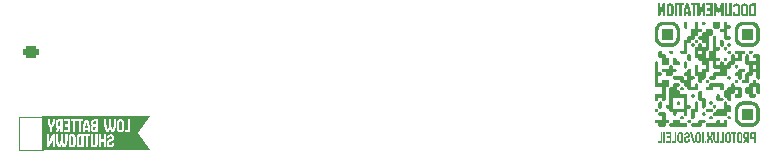
<source format=gbr>
%TF.GenerationSoftware,KiCad,Pcbnew,8.0.6*%
%TF.CreationDate,2025-01-23T17:56:30+01:00*%
%TF.ProjectId,soleil,736f6c65-696c-42e6-9b69-6361645f7063,rev?*%
%TF.SameCoordinates,Original*%
%TF.FileFunction,Legend,Bot*%
%TF.FilePolarity,Positive*%
%FSLAX46Y46*%
G04 Gerber Fmt 4.6, Leading zero omitted, Abs format (unit mm)*
G04 Created by KiCad (PCBNEW 8.0.6) date 2025-01-23 17:56:30*
%MOMM*%
%LPD*%
G01*
G04 APERTURE LIST*
G04 Aperture macros list*
%AMRoundRect*
0 Rectangle with rounded corners*
0 $1 Rounding radius*
0 $2 $3 $4 $5 $6 $7 $8 $9 X,Y pos of 4 corners*
0 Add a 4 corners polygon primitive as box body*
4,1,4,$2,$3,$4,$5,$6,$7,$8,$9,$2,$3,0*
0 Add four circle primitives for the rounded corners*
1,1,$1+$1,$2,$3*
1,1,$1+$1,$4,$5*
1,1,$1+$1,$6,$7*
1,1,$1+$1,$8,$9*
0 Add four rect primitives between the rounded corners*
20,1,$1+$1,$2,$3,$4,$5,0*
20,1,$1+$1,$4,$5,$6,$7,0*
20,1,$1+$1,$6,$7,$8,$9,0*
20,1,$1+$1,$8,$9,$2,$3,0*%
%AMFreePoly0*
4,1,6,1.000000,0.000000,0.500000,-0.750000,-0.500000,-0.750000,-0.500000,0.750000,0.500000,0.750000,1.000000,0.000000,1.000000,0.000000,$1*%
%AMFreePoly1*
4,1,6,0.500000,-0.750000,-0.650000,-0.750000,-0.150000,0.000000,-0.650000,0.750000,0.500000,0.750000,0.500000,-0.750000,0.500000,-0.750000,$1*%
G04 Aperture macros list end*
%ADD10C,0.000000*%
%ADD11C,0.120000*%
%ADD12RoundRect,0.249900X-0.400100X0.275100X-0.400100X-0.275100X0.400100X-0.275100X0.400100X0.275100X0*%
%ADD13O,1.300000X1.050000*%
%ADD14C,0.970000*%
%ADD15C,1.780000*%
%ADD16C,5.100000*%
%ADD17O,1.100000X1.700000*%
%ADD18FreePoly0,90.000000*%
%ADD19FreePoly1,90.000000*%
G04 APERTURE END LIST*
D10*
G36*
X179480740Y-90251695D02*
G01*
X179173400Y-90251695D01*
X179173400Y-89944355D01*
X179480740Y-89944355D01*
X179480740Y-90251695D01*
G37*
G36*
X178251380Y-86256275D02*
G01*
X177944040Y-86256275D01*
X177944040Y-85948935D01*
X178251380Y-85948935D01*
X178251380Y-86256275D01*
G37*
G36*
X176714680Y-91481055D02*
G01*
X176561010Y-91481055D01*
X176553389Y-91480867D01*
X176545820Y-91480303D01*
X176538316Y-91479371D01*
X176530888Y-91478075D01*
X176523550Y-91476421D01*
X176516314Y-91474413D01*
X176509192Y-91472056D01*
X176502198Y-91469357D01*
X176495344Y-91466321D01*
X176488643Y-91462952D01*
X176482107Y-91459256D01*
X176475749Y-91455237D01*
X176469581Y-91450902D01*
X176463616Y-91446256D01*
X176457867Y-91441304D01*
X176452346Y-91436050D01*
X176447092Y-91430529D01*
X176442140Y-91424780D01*
X176437493Y-91418815D01*
X176433158Y-91412647D01*
X176429140Y-91406289D01*
X176425444Y-91399753D01*
X176422075Y-91393051D01*
X176419038Y-91386197D01*
X176416339Y-91379203D01*
X176413983Y-91372082D01*
X176411975Y-91364846D01*
X176410320Y-91357508D01*
X176409024Y-91350080D01*
X176408092Y-91342575D01*
X176407529Y-91335006D01*
X176407340Y-91327385D01*
X176407529Y-91319765D01*
X176408092Y-91312196D01*
X176409024Y-91304691D01*
X176410320Y-91297263D01*
X176411975Y-91289925D01*
X176413983Y-91282689D01*
X176416339Y-91275567D01*
X176419038Y-91268573D01*
X176422075Y-91261719D01*
X176425444Y-91255018D01*
X176429140Y-91248482D01*
X176433158Y-91242124D01*
X176437493Y-91235956D01*
X176442140Y-91229991D01*
X176447092Y-91224242D01*
X176452346Y-91218721D01*
X176457867Y-91213467D01*
X176463616Y-91208514D01*
X176469581Y-91203868D01*
X176475749Y-91199533D01*
X176482107Y-91195515D01*
X176488643Y-91191819D01*
X176495344Y-91188450D01*
X176502198Y-91185413D01*
X176509192Y-91182714D01*
X176516314Y-91180358D01*
X176523550Y-91178350D01*
X176530888Y-91176695D01*
X176538316Y-91175399D01*
X176545820Y-91174467D01*
X176553389Y-91173904D01*
X176561010Y-91173715D01*
X176714680Y-91173715D01*
X176714680Y-91481055D01*
G37*
G36*
X173802570Y-88715184D02*
G01*
X173810139Y-88715747D01*
X173817643Y-88716679D01*
X173825070Y-88717975D01*
X173832407Y-88719630D01*
X173839643Y-88721637D01*
X173846764Y-88723993D01*
X173853757Y-88726692D01*
X173860611Y-88729729D01*
X173867312Y-88733098D01*
X173873848Y-88736795D01*
X173880207Y-88740813D01*
X173886375Y-88745149D01*
X173892340Y-88749796D01*
X173898089Y-88754750D01*
X173903611Y-88760005D01*
X173908866Y-88765526D01*
X173913820Y-88771276D01*
X173918467Y-88777241D01*
X173922802Y-88783409D01*
X173926821Y-88789767D01*
X173930518Y-88796304D01*
X173933887Y-88803005D01*
X173936923Y-88809858D01*
X173939622Y-88816852D01*
X173941978Y-88823973D01*
X173943986Y-88831208D01*
X173945641Y-88838546D01*
X173946936Y-88845973D01*
X173947868Y-88853477D01*
X173948432Y-88861045D01*
X173948620Y-88868665D01*
X173948620Y-89022336D01*
X173641280Y-89022336D01*
X173641280Y-88868665D01*
X173641469Y-88861045D01*
X173642032Y-88853477D01*
X173642965Y-88845973D01*
X173644261Y-88838546D01*
X173645915Y-88831208D01*
X173647923Y-88823973D01*
X173650280Y-88816852D01*
X173652979Y-88809858D01*
X173656016Y-88803005D01*
X173659385Y-88796304D01*
X173663081Y-88789767D01*
X173667100Y-88783409D01*
X173671435Y-88777241D01*
X173676082Y-88771276D01*
X173681036Y-88765526D01*
X173686290Y-88760005D01*
X173691811Y-88754750D01*
X173697561Y-88749796D01*
X173703526Y-88745149D01*
X173709694Y-88740813D01*
X173716052Y-88736795D01*
X173722589Y-88733098D01*
X173729290Y-88729729D01*
X173736143Y-88726692D01*
X173743137Y-88723993D01*
X173750258Y-88721637D01*
X173757493Y-88719630D01*
X173764831Y-88717975D01*
X173772258Y-88716679D01*
X173779762Y-88715747D01*
X173787330Y-88715184D01*
X173794950Y-88714995D01*
X173802570Y-88715184D01*
G37*
G36*
X176100000Y-92095735D02*
G01*
X175792660Y-92095735D01*
X175792660Y-91788395D01*
X176100000Y-91788395D01*
X176100000Y-92095735D01*
G37*
G36*
X173641284Y-91481055D02*
G01*
X173333944Y-91481055D01*
X173333944Y-91327385D01*
X173334133Y-91319765D01*
X173334696Y-91312196D01*
X173335629Y-91304691D01*
X173336925Y-91297263D01*
X173338579Y-91289925D01*
X173340587Y-91282689D01*
X173342944Y-91275567D01*
X173345643Y-91268573D01*
X173348680Y-91261719D01*
X173352049Y-91255018D01*
X173355745Y-91248482D01*
X173359764Y-91242124D01*
X173364099Y-91235956D01*
X173368746Y-91229991D01*
X173373700Y-91224242D01*
X173378954Y-91218721D01*
X173384476Y-91213467D01*
X173390225Y-91208514D01*
X173396190Y-91203868D01*
X173402358Y-91199533D01*
X173408717Y-91195515D01*
X173415253Y-91191819D01*
X173421954Y-91188450D01*
X173428807Y-91185413D01*
X173435801Y-91182714D01*
X173442922Y-91180358D01*
X173450157Y-91178350D01*
X173457495Y-91176695D01*
X173464922Y-91175399D01*
X173472426Y-91174467D01*
X173479994Y-91173904D01*
X173487614Y-91173715D01*
X173641284Y-91173715D01*
X173641284Y-91481055D01*
G37*
G36*
X173026604Y-93939775D02*
G01*
X172719264Y-93939775D01*
X172719264Y-93632435D01*
X173026604Y-93632435D01*
X173026604Y-93939775D01*
G37*
G36*
X172719264Y-94554455D02*
G01*
X172565594Y-94554455D01*
X172557974Y-94554266D01*
X172550405Y-94553703D01*
X172542901Y-94552771D01*
X172535473Y-94551475D01*
X172528136Y-94549820D01*
X172520900Y-94547812D01*
X172513779Y-94545456D01*
X172506785Y-94542757D01*
X172499932Y-94539721D01*
X172493231Y-94536352D01*
X172486694Y-94532655D01*
X172480336Y-94528637D01*
X172474168Y-94524302D01*
X172468202Y-94519656D01*
X172462452Y-94514703D01*
X172456930Y-94509449D01*
X172451676Y-94503929D01*
X172446723Y-94498179D01*
X172442076Y-94492215D01*
X172437741Y-94486047D01*
X172433722Y-94479688D01*
X172430026Y-94473152D01*
X172426657Y-94466451D01*
X172423621Y-94459597D01*
X172420922Y-94452603D01*
X172418566Y-94445481D01*
X172416559Y-94438245D01*
X172414904Y-94430907D01*
X172413608Y-94423479D01*
X172412676Y-94415974D01*
X172412113Y-94408406D01*
X172411924Y-94400785D01*
X172411924Y-94247115D01*
X172719264Y-94247115D01*
X172719264Y-94554455D01*
G37*
G36*
X178251380Y-92095735D02*
G01*
X178097710Y-92095735D01*
X178090089Y-92095546D01*
X178082520Y-92094983D01*
X178075016Y-92094051D01*
X178067588Y-92092755D01*
X178060249Y-92091100D01*
X178053013Y-92089092D01*
X178045892Y-92086736D01*
X178038898Y-92084037D01*
X178032044Y-92081000D01*
X178025343Y-92077631D01*
X178018807Y-92073935D01*
X178012448Y-92069917D01*
X178006280Y-92065582D01*
X178000316Y-92060936D01*
X177994566Y-92055983D01*
X177989046Y-92050729D01*
X177983792Y-92045208D01*
X177978839Y-92039459D01*
X177974193Y-92033495D01*
X177969858Y-92027327D01*
X177965840Y-92020968D01*
X177962144Y-92014432D01*
X177958775Y-92007731D01*
X177955738Y-92000877D01*
X177953039Y-91993883D01*
X177950683Y-91986762D01*
X177948675Y-91979526D01*
X177947021Y-91972187D01*
X177945725Y-91964760D01*
X177944793Y-91957255D01*
X177944229Y-91949686D01*
X177944040Y-91942065D01*
X177944040Y-91788395D01*
X178251380Y-91788395D01*
X178251380Y-92095735D01*
G37*
G36*
X174563304Y-88407655D02*
G01*
X174409634Y-88407655D01*
X174402014Y-88407467D01*
X174394445Y-88406903D01*
X174386941Y-88405971D01*
X174379513Y-88404676D01*
X174372175Y-88403021D01*
X174364940Y-88401013D01*
X174357819Y-88398657D01*
X174350825Y-88395958D01*
X174343972Y-88392922D01*
X174337270Y-88389553D01*
X174330734Y-88385856D01*
X174324376Y-88381837D01*
X174318208Y-88377502D01*
X174312242Y-88372855D01*
X174306492Y-88367901D01*
X174300970Y-88362646D01*
X174295716Y-88357124D01*
X174290762Y-88351375D01*
X174286116Y-88345410D01*
X174281781Y-88339242D01*
X174277762Y-88332883D01*
X174274066Y-88326347D01*
X174270697Y-88319646D01*
X174267661Y-88312792D01*
X174264962Y-88305799D01*
X174262606Y-88298678D01*
X174260598Y-88291442D01*
X174258944Y-88284105D01*
X174257648Y-88276678D01*
X174256716Y-88269174D01*
X174256153Y-88261605D01*
X174255964Y-88253986D01*
X174256153Y-88246366D01*
X174256716Y-88238797D01*
X174257648Y-88231293D01*
X174258944Y-88223866D01*
X174260598Y-88216528D01*
X174262606Y-88209293D01*
X174264962Y-88202172D01*
X174267661Y-88195178D01*
X174270697Y-88188325D01*
X174274066Y-88181624D01*
X174277762Y-88175088D01*
X174281781Y-88168729D01*
X174286116Y-88162561D01*
X174290762Y-88156596D01*
X174295716Y-88150846D01*
X174300970Y-88145325D01*
X174306492Y-88140070D01*
X174312242Y-88135116D01*
X174318208Y-88130469D01*
X174324376Y-88126133D01*
X174330734Y-88122115D01*
X174337270Y-88118418D01*
X174343972Y-88115049D01*
X174350825Y-88112012D01*
X174357819Y-88109313D01*
X174364940Y-88106957D01*
X174372175Y-88104950D01*
X174379513Y-88103295D01*
X174386941Y-88101999D01*
X174394445Y-88101067D01*
X174402014Y-88100504D01*
X174409634Y-88100315D01*
X174563304Y-88100315D01*
X174563304Y-88407655D01*
G37*
G36*
X176100000Y-92403075D02*
G01*
X175946330Y-92403075D01*
X175938710Y-92402886D01*
X175931141Y-92402323D01*
X175923636Y-92401391D01*
X175916208Y-92400095D01*
X175908870Y-92398440D01*
X175901634Y-92396432D01*
X175894512Y-92394076D01*
X175887518Y-92391377D01*
X175880664Y-92388340D01*
X175873963Y-92384971D01*
X175867427Y-92381275D01*
X175861069Y-92377257D01*
X175854901Y-92372922D01*
X175848936Y-92368276D01*
X175843187Y-92363323D01*
X175837666Y-92358069D01*
X175832412Y-92352549D01*
X175827460Y-92346800D01*
X175822813Y-92340835D01*
X175818478Y-92334667D01*
X175814460Y-92328309D01*
X175810764Y-92321773D01*
X175807395Y-92315071D01*
X175804358Y-92308217D01*
X175801659Y-92301223D01*
X175799303Y-92294102D01*
X175797295Y-92286866D01*
X175795641Y-92279527D01*
X175794344Y-92272099D01*
X175793412Y-92264595D01*
X175792849Y-92257026D01*
X175792660Y-92249405D01*
X175792660Y-92095735D01*
X176100000Y-92095735D01*
X176100000Y-92403075D01*
G37*
G36*
X178251380Y-86563615D02*
G01*
X177944040Y-86563615D01*
X177944040Y-86256275D01*
X178251380Y-86256275D01*
X178251380Y-86563615D01*
G37*
G36*
X175177984Y-90251695D02*
G01*
X174870644Y-90251695D01*
X174870644Y-89944355D01*
X175177984Y-89944355D01*
X175177984Y-90251695D01*
G37*
G36*
X174417254Y-90251884D02*
G01*
X174424822Y-90252447D01*
X174432326Y-90253379D01*
X174439753Y-90254675D01*
X174447091Y-90256330D01*
X174454326Y-90258338D01*
X174461447Y-90260694D01*
X174468440Y-90263393D01*
X174475293Y-90266430D01*
X174481994Y-90269799D01*
X174488530Y-90273495D01*
X174494889Y-90277513D01*
X174501057Y-90281848D01*
X174507023Y-90286494D01*
X174512773Y-90291447D01*
X174518295Y-90296701D01*
X174523549Y-90302222D01*
X174528502Y-90307971D01*
X174533149Y-90313936D01*
X174537485Y-90320103D01*
X174541503Y-90326462D01*
X174545200Y-90332998D01*
X174548569Y-90339699D01*
X174551606Y-90346553D01*
X174554305Y-90353547D01*
X174556661Y-90360669D01*
X174558669Y-90367905D01*
X174560324Y-90375243D01*
X174561620Y-90382671D01*
X174562552Y-90390176D01*
X174563116Y-90397745D01*
X174563304Y-90405365D01*
X174563304Y-90559035D01*
X174255964Y-90559035D01*
X174255964Y-90251695D01*
X174409634Y-90251695D01*
X174417254Y-90251884D01*
G37*
G36*
X173641284Y-92710415D02*
G01*
X173333944Y-92710415D01*
X173333944Y-92403075D01*
X173641284Y-92403075D01*
X173641284Y-92710415D01*
G37*
G36*
X176876260Y-93632635D02*
G01*
X176884066Y-93633228D01*
X176891758Y-93634206D01*
X176899326Y-93635558D01*
X176906762Y-93637274D01*
X176914055Y-93639345D01*
X176921196Y-93641761D01*
X176928175Y-93644513D01*
X176934982Y-93647591D01*
X176941608Y-93650986D01*
X176948043Y-93654686D01*
X176954278Y-93658684D01*
X176960303Y-93662969D01*
X176966108Y-93667531D01*
X176971683Y-93672362D01*
X176977019Y-93677450D01*
X176982107Y-93682788D01*
X176986936Y-93688364D01*
X176991498Y-93694169D01*
X176995782Y-93700194D01*
X176999778Y-93706429D01*
X177003477Y-93712864D01*
X177006870Y-93719490D01*
X177009947Y-93726297D01*
X177012698Y-93733275D01*
X177015113Y-93740415D01*
X177017184Y-93747706D01*
X177018899Y-93755140D01*
X177020250Y-93762707D01*
X177021227Y-93770396D01*
X177021820Y-93778199D01*
X177022020Y-93786105D01*
X177021820Y-93794011D01*
X177021227Y-93801814D01*
X177020250Y-93809503D01*
X177018899Y-93817070D01*
X177017184Y-93824504D01*
X177015113Y-93831795D01*
X177012698Y-93838935D01*
X177009947Y-93845913D01*
X177006870Y-93852719D01*
X177003477Y-93859345D01*
X176999778Y-93865781D01*
X176995782Y-93872015D01*
X176991498Y-93878041D01*
X176986936Y-93883846D01*
X176982107Y-93889422D01*
X176977019Y-93894759D01*
X176971683Y-93899848D01*
X176966108Y-93904679D01*
X176960303Y-93909241D01*
X176954278Y-93913526D01*
X176948043Y-93917524D01*
X176941608Y-93921224D01*
X176934982Y-93924618D01*
X176928175Y-93927696D01*
X176921196Y-93930448D01*
X176914055Y-93932865D01*
X176906762Y-93934936D01*
X176899326Y-93936652D01*
X176891758Y-93938004D01*
X176884066Y-93938982D01*
X176876260Y-93939575D01*
X176868350Y-93939775D01*
X176860444Y-93939575D01*
X176852641Y-93938982D01*
X176844952Y-93938004D01*
X176837385Y-93936652D01*
X176829952Y-93934936D01*
X176822660Y-93932865D01*
X176815520Y-93930448D01*
X176808542Y-93927696D01*
X176801736Y-93924618D01*
X176795110Y-93921224D01*
X176788675Y-93917524D01*
X176782440Y-93913526D01*
X176776415Y-93909241D01*
X176770609Y-93904679D01*
X176765033Y-93899848D01*
X176759696Y-93894759D01*
X176754607Y-93889422D01*
X176749777Y-93883846D01*
X176745214Y-93878041D01*
X176740929Y-93872015D01*
X176736932Y-93865781D01*
X176733231Y-93859345D01*
X176729837Y-93852719D01*
X176726759Y-93845913D01*
X176724007Y-93838935D01*
X176721590Y-93831795D01*
X176719519Y-93824504D01*
X176717803Y-93817070D01*
X176716451Y-93809503D01*
X176715474Y-93801814D01*
X176714880Y-93794011D01*
X176714680Y-93786105D01*
X176714880Y-93778199D01*
X176715474Y-93770396D01*
X176716451Y-93762707D01*
X176717803Y-93755140D01*
X176719519Y-93747706D01*
X176721590Y-93740415D01*
X176724007Y-93733275D01*
X176726759Y-93726297D01*
X176729837Y-93719490D01*
X176733231Y-93712864D01*
X176736932Y-93706429D01*
X176740929Y-93700194D01*
X176745214Y-93694169D01*
X176749777Y-93688364D01*
X176754607Y-93682788D01*
X176759696Y-93677450D01*
X176765033Y-93672362D01*
X176770609Y-93667531D01*
X176776415Y-93662969D01*
X176782440Y-93658684D01*
X176788675Y-93654686D01*
X176795110Y-93650986D01*
X176801736Y-93647591D01*
X176808542Y-93644513D01*
X176815520Y-93641761D01*
X176822660Y-93639345D01*
X176829952Y-93637274D01*
X176837385Y-93635558D01*
X176844952Y-93634206D01*
X176852641Y-93633228D01*
X176860444Y-93632635D01*
X176868350Y-93632435D01*
X176876260Y-93632635D01*
G37*
G36*
X175485324Y-87024625D02*
G01*
X175485135Y-87032245D01*
X175484572Y-87039814D01*
X175483640Y-87047318D01*
X175482344Y-87054745D01*
X175480690Y-87062082D01*
X175478682Y-87069318D01*
X175476326Y-87076439D01*
X175473627Y-87083432D01*
X175470591Y-87090286D01*
X175467222Y-87096987D01*
X175463525Y-87103523D01*
X175459506Y-87109882D01*
X175455171Y-87116050D01*
X175450523Y-87122015D01*
X175445570Y-87127764D01*
X175440315Y-87133286D01*
X175434793Y-87138541D01*
X175429044Y-87143495D01*
X175423078Y-87148142D01*
X175416910Y-87152477D01*
X175410552Y-87156496D01*
X175404016Y-87160193D01*
X175397315Y-87163562D01*
X175390461Y-87166599D01*
X175383468Y-87169297D01*
X175376347Y-87171653D01*
X175369111Y-87173661D01*
X175361774Y-87175316D01*
X175354347Y-87176611D01*
X175346843Y-87177544D01*
X175339274Y-87178107D01*
X175331654Y-87178295D01*
X175177984Y-87178295D01*
X175177984Y-86870955D01*
X175485324Y-86870955D01*
X175485324Y-87024625D01*
G37*
G36*
X178412671Y-92710604D02*
G01*
X178420240Y-92711167D01*
X178427745Y-92712100D01*
X178435172Y-92713396D01*
X178442511Y-92715050D01*
X178449747Y-92717058D01*
X178456868Y-92719414D01*
X178463862Y-92722113D01*
X178470716Y-92725150D01*
X178477417Y-92728519D01*
X178483953Y-92732215D01*
X178490312Y-92736233D01*
X178496480Y-92740568D01*
X178502444Y-92745214D01*
X178508193Y-92750167D01*
X178513714Y-92755420D01*
X178518968Y-92760941D01*
X178523921Y-92766691D01*
X178528567Y-92772655D01*
X178532902Y-92778823D01*
X178536920Y-92785182D01*
X178540616Y-92791718D01*
X178543985Y-92798419D01*
X178547022Y-92805273D01*
X178549721Y-92812267D01*
X178552077Y-92819389D01*
X178554085Y-92826625D01*
X178555740Y-92833963D01*
X178557036Y-92841391D01*
X178557968Y-92848895D01*
X178558531Y-92856464D01*
X178558720Y-92864085D01*
X178558720Y-93017755D01*
X178251380Y-93017755D01*
X178251380Y-92710415D01*
X178405050Y-92710415D01*
X178412671Y-92710604D01*
G37*
G36*
X177329360Y-93632435D02*
G01*
X177175690Y-93632435D01*
X177168070Y-93632246D01*
X177160501Y-93631683D01*
X177152996Y-93630751D01*
X177145568Y-93629455D01*
X177138230Y-93627800D01*
X177130994Y-93625792D01*
X177123872Y-93623436D01*
X177116878Y-93620737D01*
X177110024Y-93617700D01*
X177103323Y-93614331D01*
X177096787Y-93610635D01*
X177090428Y-93606617D01*
X177084261Y-93602282D01*
X177078296Y-93597636D01*
X177072547Y-93592683D01*
X177067026Y-93587429D01*
X177061772Y-93581909D01*
X177056820Y-93576159D01*
X177052173Y-93570195D01*
X177047838Y-93564027D01*
X177043820Y-93557669D01*
X177040124Y-93551132D01*
X177036755Y-93544431D01*
X177033718Y-93537577D01*
X177031019Y-93530583D01*
X177028663Y-93523462D01*
X177026655Y-93516226D01*
X177025001Y-93508887D01*
X177023705Y-93501460D01*
X177022772Y-93493955D01*
X177022209Y-93486386D01*
X177022020Y-93478765D01*
X177022209Y-93471145D01*
X177022772Y-93463576D01*
X177023705Y-93456071D01*
X177025001Y-93448643D01*
X177026655Y-93441305D01*
X177028663Y-93434069D01*
X177031019Y-93426947D01*
X177033718Y-93419953D01*
X177036755Y-93413099D01*
X177040124Y-93406398D01*
X177043820Y-93399862D01*
X177047838Y-93393503D01*
X177052173Y-93387335D01*
X177056820Y-93381371D01*
X177061772Y-93375622D01*
X177067026Y-93370101D01*
X177072547Y-93364847D01*
X177078296Y-93359894D01*
X177084261Y-93355248D01*
X177090428Y-93350913D01*
X177096787Y-93346895D01*
X177103323Y-93343199D01*
X177110024Y-93339830D01*
X177116878Y-93336793D01*
X177123872Y-93334094D01*
X177130994Y-93331738D01*
X177138230Y-93329730D01*
X177145568Y-93328075D01*
X177152996Y-93326779D01*
X177160501Y-93325847D01*
X177168070Y-93325284D01*
X177175690Y-93325095D01*
X177329360Y-93325095D01*
X177329360Y-93632435D01*
G37*
G36*
X176407340Y-89944355D02*
G01*
X176100000Y-89944355D01*
X176100000Y-89790685D01*
X176100189Y-89783064D01*
X176100752Y-89775495D01*
X176101685Y-89767991D01*
X176102981Y-89760563D01*
X176104635Y-89753225D01*
X176106643Y-89745989D01*
X176108999Y-89738867D01*
X176111698Y-89731873D01*
X176114735Y-89725019D01*
X176118104Y-89718318D01*
X176121800Y-89711782D01*
X176125818Y-89705423D01*
X176130153Y-89699256D01*
X176134799Y-89693291D01*
X176139752Y-89687542D01*
X176145006Y-89682021D01*
X176150527Y-89676767D01*
X176156276Y-89671814D01*
X176162241Y-89667168D01*
X176168408Y-89662833D01*
X176174767Y-89658815D01*
X176181303Y-89655119D01*
X176188004Y-89651750D01*
X176194858Y-89648713D01*
X176201852Y-89646014D01*
X176208974Y-89643658D01*
X176216210Y-89641650D01*
X176223548Y-89639996D01*
X176230976Y-89638700D01*
X176238480Y-89637767D01*
X176246049Y-89637204D01*
X176253670Y-89637015D01*
X176407340Y-89637015D01*
X176407340Y-89944355D01*
G37*
G36*
X174870648Y-90866375D02*
G01*
X174563308Y-90866375D01*
X174563308Y-90559035D01*
X174870648Y-90559035D01*
X174870648Y-90866375D01*
G37*
G36*
X178558720Y-92095735D02*
G01*
X178251380Y-92095735D01*
X178251380Y-91788395D01*
X178558720Y-91788395D01*
X178558720Y-92095735D01*
G37*
G36*
X177944040Y-89944355D02*
G01*
X177636700Y-89944355D01*
X177636700Y-89637015D01*
X177944040Y-89637015D01*
X177944040Y-89944355D01*
G37*
G36*
X178105616Y-88715195D02*
G01*
X178113419Y-88715789D01*
X178121108Y-88716766D01*
X178128675Y-88718117D01*
X178136109Y-88719833D01*
X178143400Y-88721904D01*
X178150540Y-88724320D01*
X178157518Y-88727072D01*
X178164325Y-88730149D01*
X178170951Y-88733543D01*
X178177386Y-88737243D01*
X178183621Y-88741240D01*
X178189646Y-88745525D01*
X178195451Y-88750087D01*
X178201027Y-88754917D01*
X178206365Y-88760005D01*
X178211453Y-88765342D01*
X178216284Y-88770918D01*
X178220846Y-88776723D01*
X178225131Y-88782748D01*
X178229129Y-88788983D01*
X178232829Y-88795418D01*
X178236224Y-88802044D01*
X178239302Y-88808851D01*
X178242054Y-88815829D01*
X178244470Y-88822969D01*
X178246541Y-88830261D01*
X178248257Y-88837696D01*
X178249609Y-88845263D01*
X178250587Y-88852954D01*
X178251180Y-88860758D01*
X178251380Y-88868665D01*
X178251180Y-88876573D01*
X178250587Y-88884378D01*
X178249609Y-88892068D01*
X178248257Y-88899636D01*
X178246541Y-88907071D01*
X178244470Y-88914363D01*
X178242054Y-88921503D01*
X178239302Y-88928482D01*
X178236224Y-88935289D01*
X178232829Y-88941915D01*
X178229129Y-88948350D01*
X178225131Y-88954585D01*
X178220846Y-88960610D01*
X178216284Y-88966415D01*
X178211453Y-88971991D01*
X178206365Y-88977327D01*
X178201027Y-88982416D01*
X178195451Y-88987245D01*
X178189646Y-88991807D01*
X178183621Y-88996092D01*
X178177386Y-89000089D01*
X178170951Y-89003789D01*
X178164325Y-89007182D01*
X178157518Y-89010260D01*
X178150540Y-89013011D01*
X178143400Y-89015427D01*
X178136109Y-89017498D01*
X178128675Y-89019214D01*
X178121108Y-89020565D01*
X178113419Y-89021542D01*
X178105616Y-89022136D01*
X178097710Y-89022336D01*
X178089804Y-89022136D01*
X178082001Y-89021542D01*
X178074312Y-89020565D01*
X178066745Y-89019214D01*
X178059312Y-89017498D01*
X178052020Y-89015427D01*
X178044880Y-89013011D01*
X178037902Y-89010260D01*
X178031096Y-89007182D01*
X178024470Y-89003789D01*
X178018035Y-89000089D01*
X178011800Y-88996092D01*
X178005775Y-88991807D01*
X177999969Y-88987245D01*
X177994393Y-88982416D01*
X177989056Y-88977327D01*
X177983967Y-88971991D01*
X177979137Y-88966415D01*
X177974574Y-88960610D01*
X177970289Y-88954585D01*
X177966292Y-88948350D01*
X177962591Y-88941915D01*
X177959197Y-88935289D01*
X177956119Y-88928482D01*
X177953367Y-88921503D01*
X177950951Y-88914363D01*
X177948879Y-88907071D01*
X177947163Y-88899636D01*
X177945812Y-88892068D01*
X177944834Y-88884378D01*
X177944240Y-88876573D01*
X177944040Y-88868665D01*
X177944240Y-88860758D01*
X177944834Y-88852954D01*
X177945812Y-88845263D01*
X177947163Y-88837696D01*
X177948879Y-88830261D01*
X177950951Y-88822969D01*
X177953367Y-88815829D01*
X177956119Y-88808851D01*
X177959197Y-88802044D01*
X177962591Y-88795418D01*
X177966292Y-88788983D01*
X177970289Y-88782748D01*
X177974574Y-88776723D01*
X177979137Y-88770918D01*
X177983967Y-88765342D01*
X177989056Y-88760005D01*
X177994393Y-88754917D01*
X177999969Y-88750087D01*
X178005775Y-88745525D01*
X178011800Y-88741240D01*
X178018035Y-88737243D01*
X178024470Y-88733543D01*
X178031096Y-88730149D01*
X178037902Y-88727072D01*
X178044880Y-88724320D01*
X178052020Y-88721904D01*
X178059312Y-88719833D01*
X178066745Y-88718117D01*
X178074312Y-88716766D01*
X178082001Y-88715789D01*
X178089804Y-88715195D01*
X178097710Y-88714995D01*
X178105616Y-88715195D01*
G37*
G36*
X177944040Y-86563615D02*
G01*
X177790370Y-86563615D01*
X177782750Y-86563427D01*
X177775181Y-86562864D01*
X177767676Y-86561932D01*
X177760248Y-86560636D01*
X177752910Y-86558981D01*
X177745674Y-86556973D01*
X177738552Y-86554618D01*
X177731558Y-86551919D01*
X177724704Y-86548882D01*
X177718003Y-86545513D01*
X177711467Y-86541816D01*
X177705109Y-86537798D01*
X177698941Y-86533462D01*
X177692976Y-86528815D01*
X177687227Y-86523861D01*
X177681706Y-86518606D01*
X177676452Y-86513084D01*
X177671499Y-86507335D01*
X177666853Y-86501370D01*
X177662518Y-86495202D01*
X177658500Y-86488843D01*
X177654804Y-86482307D01*
X177651435Y-86475606D01*
X177648398Y-86468752D01*
X177645699Y-86461759D01*
X177643343Y-86454638D01*
X177641335Y-86447402D01*
X177639680Y-86440065D01*
X177638384Y-86432638D01*
X177637452Y-86425134D01*
X177636889Y-86417565D01*
X177636700Y-86409945D01*
X177636889Y-86402325D01*
X177637452Y-86394757D01*
X177638384Y-86387253D01*
X177639680Y-86379826D01*
X177641335Y-86372488D01*
X177643343Y-86365253D01*
X177645699Y-86358132D01*
X177648398Y-86351138D01*
X177651435Y-86344285D01*
X177654804Y-86337584D01*
X177658500Y-86331048D01*
X177662518Y-86324689D01*
X177666853Y-86318521D01*
X177671499Y-86312556D01*
X177676452Y-86306807D01*
X177681706Y-86301285D01*
X177687227Y-86296031D01*
X177692976Y-86291077D01*
X177698941Y-86286430D01*
X177705109Y-86282095D01*
X177711467Y-86278077D01*
X177718003Y-86274380D01*
X177724704Y-86271011D01*
X177731558Y-86267974D01*
X177738552Y-86265275D01*
X177745674Y-86262919D01*
X177752910Y-86260910D01*
X177760248Y-86259256D01*
X177767676Y-86257960D01*
X177775181Y-86257028D01*
X177782750Y-86256464D01*
X177790370Y-86256275D01*
X177944040Y-86256275D01*
X177944040Y-86563615D01*
G37*
G36*
X180564050Y-90559224D02*
G01*
X180571620Y-90559787D01*
X180579124Y-90560720D01*
X180586552Y-90562016D01*
X180593891Y-90563670D01*
X180601127Y-90565678D01*
X180608248Y-90568034D01*
X180615242Y-90570733D01*
X180622096Y-90573770D01*
X180628798Y-90577139D01*
X180635334Y-90580835D01*
X180641692Y-90584853D01*
X180647860Y-90589188D01*
X180653825Y-90593835D01*
X180659574Y-90598787D01*
X180665095Y-90604041D01*
X180670348Y-90609562D01*
X180675301Y-90615311D01*
X180679947Y-90621276D01*
X180684282Y-90627443D01*
X180688300Y-90633802D01*
X180691997Y-90640338D01*
X180695366Y-90647039D01*
X180698402Y-90653893D01*
X180701101Y-90660887D01*
X180703457Y-90668009D01*
X180705465Y-90675245D01*
X180707120Y-90682583D01*
X180708416Y-90690011D01*
X180709348Y-90697516D01*
X180709911Y-90705085D01*
X180710100Y-90712705D01*
X180710100Y-90866375D01*
X180402760Y-90866375D01*
X180402760Y-90712705D01*
X180402949Y-90705085D01*
X180403512Y-90697516D01*
X180404444Y-90690011D01*
X180405740Y-90682583D01*
X180407395Y-90675245D01*
X180409403Y-90668009D01*
X180411759Y-90660887D01*
X180414458Y-90653893D01*
X180417495Y-90647039D01*
X180420864Y-90640338D01*
X180424560Y-90633802D01*
X180428578Y-90627443D01*
X180432913Y-90621276D01*
X180437559Y-90615311D01*
X180442512Y-90609562D01*
X180447766Y-90604041D01*
X180453287Y-90598787D01*
X180459036Y-90593835D01*
X180465001Y-90589188D01*
X180471168Y-90584853D01*
X180477527Y-90580835D01*
X180484063Y-90577139D01*
X180490764Y-90573770D01*
X180497618Y-90570733D01*
X180504612Y-90568034D01*
X180511733Y-90565678D01*
X180518970Y-90563670D01*
X180526308Y-90562016D01*
X180533735Y-90560720D01*
X180541240Y-90559787D01*
X180548809Y-90559224D01*
X180556430Y-90559035D01*
X180564050Y-90559224D01*
G37*
G36*
X175485321Y-93325095D02*
G01*
X175177980Y-93325095D01*
X175177980Y-93171425D01*
X175178169Y-93163804D01*
X175178732Y-93156235D01*
X175179664Y-93148731D01*
X175180960Y-93141303D01*
X175182615Y-93133964D01*
X175184622Y-93126728D01*
X175186978Y-93119607D01*
X175189677Y-93112613D01*
X175192714Y-93105759D01*
X175196083Y-93099057D01*
X175199780Y-93092521D01*
X175203798Y-93086163D01*
X175208134Y-93079995D01*
X175212781Y-93074030D01*
X175217735Y-93068281D01*
X175222990Y-93062761D01*
X175228511Y-93057507D01*
X175234261Y-93052554D01*
X175240226Y-93047908D01*
X175246394Y-93043573D01*
X175252752Y-93039555D01*
X175259289Y-93035859D01*
X175265990Y-93032490D01*
X175272843Y-93029453D01*
X175279837Y-93026754D01*
X175286958Y-93024398D01*
X175294193Y-93022390D01*
X175301531Y-93020735D01*
X175308958Y-93019439D01*
X175316462Y-93018507D01*
X175324030Y-93017944D01*
X175331650Y-93017755D01*
X175485321Y-93017755D01*
X175485321Y-93325095D01*
G37*
G36*
X178251380Y-86870955D02*
G01*
X177944040Y-86870955D01*
X177944040Y-86563615D01*
X178251380Y-86563615D01*
X178251380Y-86870955D01*
G37*
G36*
X173026604Y-90866375D02*
G01*
X172719264Y-90866375D01*
X172719264Y-90712705D01*
X172719453Y-90705085D01*
X172720016Y-90697516D01*
X172720948Y-90690011D01*
X172722244Y-90682583D01*
X172723899Y-90675245D01*
X172725906Y-90668009D01*
X172728262Y-90660887D01*
X172730961Y-90653893D01*
X172733998Y-90647039D01*
X172737367Y-90640338D01*
X172741064Y-90633802D01*
X172745082Y-90627443D01*
X172749418Y-90621276D01*
X172754065Y-90615311D01*
X172759019Y-90609562D01*
X172764274Y-90604041D01*
X172769795Y-90598787D01*
X172775545Y-90593835D01*
X172781510Y-90589188D01*
X172787678Y-90584853D01*
X172794037Y-90580835D01*
X172800573Y-90577139D01*
X172807274Y-90573770D01*
X172814127Y-90570733D01*
X172821121Y-90568034D01*
X172828242Y-90565678D01*
X172835477Y-90563670D01*
X172842815Y-90562016D01*
X172850242Y-90560720D01*
X172857746Y-90559787D01*
X172865314Y-90559224D01*
X172872934Y-90559035D01*
X173026604Y-90559035D01*
X173026604Y-90866375D01*
G37*
G36*
X175792660Y-86563615D02*
G01*
X175485324Y-86563615D01*
X175485324Y-86256275D01*
X175792660Y-86256275D01*
X175792660Y-86563615D01*
G37*
G36*
X175792660Y-94554455D02*
G01*
X175485324Y-94554455D01*
X175485324Y-94247115D01*
X175792660Y-94247115D01*
X175792660Y-94554455D01*
G37*
G36*
X173495522Y-88100515D02*
G01*
X173503327Y-88101109D01*
X173511017Y-88102086D01*
X173518585Y-88103438D01*
X173526020Y-88105153D01*
X173533312Y-88107224D01*
X173540452Y-88109640D01*
X173547431Y-88112392D01*
X173554238Y-88115469D01*
X173560864Y-88118863D01*
X173567299Y-88122563D01*
X173573534Y-88126560D01*
X173579558Y-88130845D01*
X173585364Y-88135407D01*
X173590939Y-88140237D01*
X173596276Y-88145325D01*
X173601364Y-88150662D01*
X173606194Y-88156238D01*
X173610756Y-88162043D01*
X173615040Y-88168068D01*
X173619037Y-88174303D01*
X173622738Y-88180738D01*
X173626131Y-88187364D01*
X173629208Y-88194171D01*
X173631960Y-88201149D01*
X173634376Y-88208289D01*
X173636446Y-88215582D01*
X173638162Y-88223016D01*
X173639514Y-88230583D01*
X173640491Y-88238274D01*
X173641084Y-88246078D01*
X173641284Y-88253986D01*
X173641084Y-88261893D01*
X173640491Y-88269697D01*
X173639514Y-88277388D01*
X173638162Y-88284955D01*
X173636446Y-88292389D01*
X173634376Y-88299682D01*
X173631960Y-88306822D01*
X173629208Y-88313800D01*
X173626131Y-88320607D01*
X173622738Y-88327233D01*
X173619037Y-88333668D01*
X173615040Y-88339903D01*
X173610756Y-88345928D01*
X173606194Y-88351733D01*
X173601364Y-88357309D01*
X173596276Y-88362646D01*
X173590939Y-88367734D01*
X173585364Y-88372564D01*
X173579558Y-88377126D01*
X173573534Y-88381410D01*
X173567299Y-88385408D01*
X173560864Y-88389108D01*
X173554238Y-88392502D01*
X173547431Y-88395579D01*
X173540452Y-88398331D01*
X173533312Y-88400747D01*
X173526020Y-88402817D01*
X173518585Y-88404533D01*
X173511017Y-88405885D01*
X173503327Y-88406862D01*
X173495522Y-88407455D01*
X173487614Y-88407655D01*
X173479707Y-88407455D01*
X173471903Y-88406862D01*
X173464212Y-88405885D01*
X173456645Y-88404533D01*
X173449210Y-88402817D01*
X173441918Y-88400747D01*
X173434778Y-88398331D01*
X173427800Y-88395579D01*
X173420993Y-88392502D01*
X173414367Y-88389108D01*
X173407932Y-88385408D01*
X173401697Y-88381410D01*
X173395672Y-88377126D01*
X173389867Y-88372564D01*
X173384291Y-88367734D01*
X173378954Y-88362646D01*
X173373866Y-88357309D01*
X173369036Y-88351733D01*
X173364474Y-88345928D01*
X173360189Y-88339903D01*
X173356192Y-88333668D01*
X173352492Y-88327233D01*
X173349098Y-88320607D01*
X173346021Y-88313800D01*
X173343269Y-88306822D01*
X173340853Y-88299682D01*
X173338782Y-88292389D01*
X173337066Y-88284955D01*
X173335715Y-88277388D01*
X173334738Y-88269697D01*
X173334144Y-88261893D01*
X173333944Y-88253986D01*
X173334144Y-88246078D01*
X173334738Y-88238274D01*
X173335715Y-88230583D01*
X173337066Y-88223016D01*
X173338782Y-88215582D01*
X173340853Y-88208289D01*
X173343269Y-88201149D01*
X173346021Y-88194171D01*
X173349098Y-88187364D01*
X173352492Y-88180738D01*
X173356192Y-88174303D01*
X173360189Y-88168068D01*
X173364474Y-88162043D01*
X173369036Y-88156238D01*
X173373866Y-88150662D01*
X173378954Y-88145325D01*
X173384291Y-88140237D01*
X173389867Y-88135407D01*
X173395672Y-88130845D01*
X173401697Y-88126560D01*
X173407932Y-88122563D01*
X173414367Y-88118863D01*
X173420993Y-88115469D01*
X173427800Y-88112392D01*
X173434778Y-88109640D01*
X173441918Y-88107224D01*
X173449210Y-88105153D01*
X173456645Y-88103438D01*
X173464212Y-88102086D01*
X173471903Y-88101109D01*
X173479707Y-88100515D01*
X173487614Y-88100315D01*
X173495522Y-88100515D01*
G37*
G36*
X180710100Y-88714995D02*
G01*
X180556430Y-88714995D01*
X180548809Y-88714806D01*
X180541240Y-88714243D01*
X180533735Y-88713311D01*
X180526308Y-88712016D01*
X180518970Y-88710361D01*
X180511733Y-88708353D01*
X180504612Y-88705997D01*
X180497618Y-88703298D01*
X180490764Y-88700262D01*
X180484063Y-88696893D01*
X180477527Y-88693196D01*
X180471168Y-88689177D01*
X180465001Y-88684842D01*
X180459036Y-88680195D01*
X180453287Y-88675241D01*
X180447766Y-88669986D01*
X180442512Y-88664464D01*
X180437559Y-88658715D01*
X180432913Y-88652750D01*
X180428578Y-88646582D01*
X180424560Y-88640223D01*
X180420864Y-88633687D01*
X180417495Y-88626986D01*
X180414458Y-88620132D01*
X180411759Y-88613139D01*
X180409403Y-88606018D01*
X180407395Y-88598782D01*
X180405740Y-88591445D01*
X180404444Y-88584017D01*
X180403512Y-88576513D01*
X180402949Y-88568945D01*
X180402760Y-88561325D01*
X180402949Y-88553705D01*
X180403512Y-88546137D01*
X180404444Y-88538633D01*
X180405740Y-88531206D01*
X180407395Y-88523868D01*
X180409403Y-88516633D01*
X180411759Y-88509512D01*
X180414458Y-88502518D01*
X180417495Y-88495665D01*
X180420864Y-88488964D01*
X180424560Y-88482428D01*
X180428578Y-88476069D01*
X180432913Y-88469901D01*
X180437559Y-88463936D01*
X180442512Y-88458186D01*
X180447766Y-88452665D01*
X180453287Y-88447411D01*
X180459036Y-88442457D01*
X180465001Y-88437810D01*
X180471168Y-88433475D01*
X180477527Y-88429456D01*
X180484063Y-88425760D01*
X180490764Y-88422391D01*
X180497618Y-88419354D01*
X180504612Y-88416655D01*
X180511733Y-88414298D01*
X180518970Y-88412290D01*
X180526308Y-88410636D01*
X180533735Y-88409340D01*
X180541240Y-88408407D01*
X180548809Y-88407844D01*
X180556430Y-88407655D01*
X180710100Y-88407655D01*
X180710100Y-88714995D01*
G37*
G36*
X177797991Y-92095924D02*
G01*
X177805560Y-92096487D01*
X177813065Y-92097419D01*
X177820493Y-92098715D01*
X177827831Y-92100370D01*
X177835067Y-92102378D01*
X177842188Y-92104734D01*
X177849182Y-92107433D01*
X177856036Y-92110470D01*
X177862738Y-92113839D01*
X177869274Y-92117535D01*
X177875632Y-92121553D01*
X177881800Y-92125888D01*
X177887765Y-92130535D01*
X177893514Y-92135487D01*
X177899035Y-92140741D01*
X177904289Y-92146262D01*
X177909241Y-92152011D01*
X177913887Y-92157976D01*
X177918222Y-92164143D01*
X177922241Y-92170502D01*
X177925937Y-92177038D01*
X177929306Y-92183739D01*
X177932342Y-92190593D01*
X177935041Y-92197587D01*
X177937398Y-92204709D01*
X177939406Y-92211945D01*
X177941060Y-92219283D01*
X177942356Y-92226711D01*
X177943288Y-92234215D01*
X177943852Y-92241784D01*
X177944040Y-92249405D01*
X177943852Y-92257026D01*
X177943288Y-92264595D01*
X177942356Y-92272099D01*
X177941060Y-92279527D01*
X177939406Y-92286866D01*
X177937398Y-92294102D01*
X177935041Y-92301223D01*
X177932342Y-92308217D01*
X177929306Y-92315071D01*
X177925937Y-92321773D01*
X177922241Y-92328309D01*
X177918222Y-92334667D01*
X177913887Y-92340835D01*
X177909241Y-92346800D01*
X177904289Y-92352549D01*
X177899035Y-92358069D01*
X177893514Y-92363323D01*
X177887765Y-92368276D01*
X177881800Y-92372922D01*
X177875632Y-92377257D01*
X177869274Y-92381275D01*
X177862738Y-92384971D01*
X177856036Y-92388340D01*
X177849182Y-92391377D01*
X177842188Y-92394076D01*
X177835067Y-92396432D01*
X177827831Y-92398440D01*
X177820493Y-92400095D01*
X177813065Y-92401391D01*
X177805560Y-92402323D01*
X177797991Y-92402886D01*
X177790370Y-92403075D01*
X177636700Y-92403075D01*
X177636700Y-92095735D01*
X177790370Y-92095735D01*
X177797991Y-92095924D01*
G37*
G36*
X175792660Y-86256275D02*
G01*
X175485324Y-86256275D01*
X175485324Y-85948935D01*
X175792660Y-85948935D01*
X175792660Y-86256275D01*
G37*
G36*
X176100000Y-94400785D02*
G01*
X176099812Y-94408406D01*
X176099248Y-94415974D01*
X176098316Y-94423479D01*
X176097020Y-94430907D01*
X176095365Y-94438245D01*
X176093358Y-94445481D01*
X176091001Y-94452603D01*
X176088302Y-94459597D01*
X176085266Y-94466451D01*
X176081897Y-94473152D01*
X176078200Y-94479688D01*
X176074182Y-94486047D01*
X176069847Y-94492215D01*
X176065201Y-94498179D01*
X176060248Y-94503929D01*
X176054995Y-94509449D01*
X176049474Y-94514703D01*
X176043725Y-94519656D01*
X176037760Y-94524302D01*
X176031592Y-94528637D01*
X176025234Y-94532655D01*
X176018698Y-94536352D01*
X176011996Y-94539721D01*
X176005142Y-94542757D01*
X175998148Y-94545456D01*
X175991027Y-94547812D01*
X175983791Y-94549820D01*
X175976452Y-94551475D01*
X175969025Y-94552771D01*
X175961520Y-94553703D01*
X175953951Y-94554266D01*
X175946330Y-94554455D01*
X175792660Y-94554455D01*
X175792660Y-94247115D01*
X176100000Y-94247115D01*
X176100000Y-94400785D01*
G37*
G36*
X178251380Y-87178295D02*
G01*
X178097710Y-87178295D01*
X178090089Y-87178107D01*
X178082520Y-87177544D01*
X178075016Y-87176611D01*
X178067588Y-87175316D01*
X178060249Y-87173661D01*
X178053013Y-87171653D01*
X178045892Y-87169297D01*
X178038898Y-87166599D01*
X178032044Y-87163562D01*
X178025343Y-87160193D01*
X178018807Y-87156496D01*
X178012448Y-87152477D01*
X178006280Y-87148142D01*
X178000316Y-87143495D01*
X177994566Y-87138541D01*
X177989046Y-87133286D01*
X177983792Y-87127764D01*
X177978839Y-87122015D01*
X177974193Y-87116050D01*
X177969858Y-87109882D01*
X177965840Y-87103523D01*
X177962144Y-87096987D01*
X177958775Y-87090286D01*
X177955738Y-87083432D01*
X177953039Y-87076439D01*
X177950683Y-87069318D01*
X177948675Y-87062082D01*
X177947021Y-87054745D01*
X177945725Y-87047318D01*
X177944793Y-87039814D01*
X177944229Y-87032245D01*
X177944040Y-87024625D01*
X177944040Y-86870955D01*
X178251380Y-86870955D01*
X178251380Y-87178295D01*
G37*
G36*
X175646615Y-85641785D02*
G01*
X175654183Y-85642348D01*
X175661688Y-85643280D01*
X175669115Y-85644576D01*
X175676453Y-85646230D01*
X175683688Y-85648238D01*
X175690809Y-85650594D01*
X175697803Y-85653293D01*
X175704656Y-85656330D01*
X175711357Y-85659699D01*
X175717893Y-85663396D01*
X175724251Y-85667414D01*
X175730419Y-85671750D01*
X175736384Y-85676397D01*
X175742133Y-85681350D01*
X175747655Y-85686605D01*
X175752908Y-85692126D01*
X175757861Y-85697876D01*
X175762507Y-85703841D01*
X175766842Y-85710009D01*
X175770861Y-85716368D01*
X175774557Y-85722904D01*
X175777926Y-85729605D01*
X175780962Y-85736458D01*
X175783661Y-85743452D01*
X175786017Y-85750573D01*
X175788025Y-85757808D01*
X175789680Y-85765146D01*
X175790976Y-85772573D01*
X175791908Y-85780077D01*
X175792471Y-85787646D01*
X175792660Y-85795265D01*
X175792660Y-85948935D01*
X175485324Y-85948935D01*
X175485324Y-85795265D01*
X175485513Y-85787646D01*
X175486076Y-85780077D01*
X175487009Y-85772573D01*
X175488305Y-85765146D01*
X175489959Y-85757808D01*
X175491967Y-85750573D01*
X175494324Y-85743452D01*
X175497023Y-85736458D01*
X175500060Y-85729605D01*
X175503429Y-85722904D01*
X175507125Y-85716368D01*
X175511144Y-85710009D01*
X175515479Y-85703841D01*
X175520126Y-85697876D01*
X175525079Y-85692126D01*
X175530334Y-85686605D01*
X175535856Y-85681350D01*
X175541606Y-85676397D01*
X175547572Y-85671750D01*
X175553740Y-85667414D01*
X175560098Y-85663396D01*
X175566634Y-85659699D01*
X175573335Y-85656330D01*
X175580189Y-85653293D01*
X175587182Y-85650594D01*
X175594303Y-85648238D01*
X175601538Y-85646230D01*
X175608876Y-85644576D01*
X175616302Y-85643280D01*
X175623806Y-85642348D01*
X175631374Y-85641785D01*
X175638994Y-85641596D01*
X175646615Y-85641785D01*
G37*
G36*
X175485321Y-93632435D02*
G01*
X175177980Y-93632435D01*
X175177980Y-93325095D01*
X175485321Y-93325095D01*
X175485321Y-93632435D01*
G37*
G36*
X175792660Y-93171425D02*
G01*
X175792471Y-93179046D01*
X175791908Y-93186615D01*
X175790976Y-93194119D01*
X175789680Y-93201547D01*
X175788025Y-93208885D01*
X175786017Y-93216121D01*
X175783661Y-93223243D01*
X175780962Y-93230237D01*
X175777926Y-93237091D01*
X175774557Y-93243792D01*
X175770861Y-93250328D01*
X175766842Y-93256687D01*
X175762507Y-93262854D01*
X175757861Y-93268819D01*
X175752908Y-93274568D01*
X175747655Y-93280089D01*
X175742132Y-93285343D01*
X175736382Y-93290296D01*
X175730417Y-93294942D01*
X175724248Y-93299277D01*
X175717889Y-93303295D01*
X175711353Y-93306992D01*
X175704652Y-93310361D01*
X175697798Y-93313397D01*
X175690804Y-93316096D01*
X175683683Y-93318452D01*
X175676447Y-93320460D01*
X175669110Y-93322115D01*
X175661682Y-93323411D01*
X175654178Y-93324343D01*
X175646610Y-93324906D01*
X175638990Y-93325095D01*
X175485321Y-93325095D01*
X175485321Y-93017755D01*
X175792660Y-93017755D01*
X175792660Y-93171425D01*
G37*
G36*
X174109918Y-91481244D02*
G01*
X174117486Y-91481808D01*
X174124990Y-91482740D01*
X174132417Y-91484036D01*
X174139754Y-91485690D01*
X174146990Y-91487698D01*
X174154110Y-91490054D01*
X174161104Y-91492753D01*
X174167957Y-91495790D01*
X174174658Y-91499159D01*
X174181194Y-91502855D01*
X174187553Y-91506873D01*
X174193721Y-91511208D01*
X174199686Y-91515854D01*
X174205436Y-91520807D01*
X174210959Y-91526061D01*
X174216213Y-91531581D01*
X174221166Y-91537331D01*
X174225813Y-91543295D01*
X174230149Y-91549463D01*
X174234167Y-91555822D01*
X174237864Y-91562358D01*
X174241233Y-91569059D01*
X174244270Y-91575913D01*
X174246969Y-91582907D01*
X174249325Y-91590028D01*
X174251333Y-91597264D01*
X174252988Y-91604603D01*
X174254284Y-91612031D01*
X174255216Y-91619535D01*
X174255780Y-91627104D01*
X174255968Y-91634725D01*
X174255968Y-91788395D01*
X173948628Y-91788395D01*
X173948628Y-91481055D01*
X174102298Y-91481055D01*
X174109918Y-91481244D01*
G37*
G36*
X181017440Y-89944355D02*
G01*
X180710100Y-89944355D01*
X180710100Y-89637015D01*
X181017440Y-89637015D01*
X181017440Y-89944355D01*
G37*
G36*
X174563304Y-93325095D02*
G01*
X174255964Y-93325095D01*
X174255964Y-93017755D01*
X174563304Y-93017755D01*
X174563304Y-93325095D01*
G37*
G36*
X179480740Y-90405365D02*
G01*
X179480551Y-90412986D01*
X179479988Y-90420555D01*
X179479056Y-90428059D01*
X179477760Y-90435487D01*
X179476105Y-90442825D01*
X179474097Y-90450062D01*
X179471741Y-90457183D01*
X179469042Y-90464177D01*
X179466006Y-90471031D01*
X179462637Y-90477732D01*
X179458940Y-90484268D01*
X179454922Y-90490627D01*
X179450588Y-90496795D01*
X179445941Y-90502759D01*
X179440989Y-90508508D01*
X179435735Y-90514029D01*
X179430214Y-90519283D01*
X179424465Y-90524236D01*
X179418500Y-90528882D01*
X179412332Y-90533217D01*
X179405974Y-90537235D01*
X179399437Y-90540932D01*
X179392736Y-90544301D01*
X179385882Y-90547337D01*
X179378888Y-90550036D01*
X179371767Y-90552392D01*
X179364531Y-90554400D01*
X179357192Y-90556055D01*
X179349765Y-90557351D01*
X179342260Y-90558283D01*
X179334691Y-90558846D01*
X179327070Y-90559035D01*
X179319449Y-90558846D01*
X179311880Y-90558283D01*
X179304376Y-90557351D01*
X179296948Y-90556055D01*
X179289610Y-90554400D01*
X179282374Y-90552392D01*
X179275252Y-90550036D01*
X179268258Y-90547337D01*
X179261404Y-90544301D01*
X179254703Y-90540932D01*
X179248167Y-90537235D01*
X179241808Y-90533217D01*
X179235640Y-90528882D01*
X179229676Y-90524236D01*
X179223926Y-90519283D01*
X179218405Y-90514029D01*
X179213152Y-90508508D01*
X179208199Y-90502759D01*
X179203553Y-90496795D01*
X179199218Y-90490627D01*
X179195200Y-90484268D01*
X179191504Y-90477732D01*
X179188135Y-90471031D01*
X179185098Y-90464177D01*
X179182399Y-90457183D01*
X179180043Y-90450062D01*
X179178035Y-90442825D01*
X179176381Y-90435487D01*
X179175085Y-90428059D01*
X179174152Y-90420555D01*
X179173589Y-90412986D01*
X179173400Y-90405365D01*
X179173400Y-90251695D01*
X179480740Y-90251695D01*
X179480740Y-90405365D01*
G37*
G36*
X176875971Y-86256464D02*
G01*
X176883540Y-86257027D01*
X176891044Y-86257959D01*
X176898472Y-86259255D01*
X176905810Y-86260910D01*
X176913047Y-86262917D01*
X176920168Y-86265273D01*
X176927162Y-86267972D01*
X176934016Y-86271009D01*
X176940717Y-86274378D01*
X176947253Y-86278075D01*
X176953612Y-86282093D01*
X176959780Y-86286429D01*
X176965744Y-86291076D01*
X176971493Y-86296030D01*
X176977014Y-86301285D01*
X176982268Y-86306807D01*
X176987221Y-86312556D01*
X176991867Y-86318521D01*
X176996202Y-86324689D01*
X177000220Y-86331048D01*
X177003917Y-86337584D01*
X177007286Y-86344285D01*
X177010322Y-86351138D01*
X177013021Y-86358132D01*
X177015377Y-86365253D01*
X177017385Y-86372488D01*
X177019040Y-86379826D01*
X177020336Y-86387253D01*
X177021268Y-86394757D01*
X177021831Y-86402325D01*
X177022020Y-86409945D01*
X177022020Y-86563615D01*
X176714680Y-86563615D01*
X176714680Y-86256275D01*
X176868350Y-86256275D01*
X176875971Y-86256464D01*
G37*
G36*
X177329360Y-89637015D02*
G01*
X177175690Y-89637015D01*
X177168070Y-89636827D01*
X177160501Y-89636263D01*
X177152996Y-89635331D01*
X177145568Y-89634035D01*
X177138230Y-89632380D01*
X177130994Y-89630373D01*
X177123872Y-89628016D01*
X177116878Y-89625317D01*
X177110024Y-89622281D01*
X177103323Y-89618912D01*
X177096787Y-89615215D01*
X177090428Y-89611197D01*
X177084261Y-89606862D01*
X177078296Y-89602216D01*
X177072547Y-89597263D01*
X177067026Y-89592010D01*
X177061772Y-89586489D01*
X177056820Y-89580740D01*
X177052173Y-89574775D01*
X177047838Y-89568607D01*
X177043820Y-89562249D01*
X177040124Y-89555713D01*
X177036755Y-89549011D01*
X177033718Y-89542157D01*
X177031019Y-89535163D01*
X177028663Y-89528042D01*
X177026655Y-89520806D01*
X177025001Y-89513467D01*
X177023705Y-89506040D01*
X177022772Y-89498535D01*
X177022209Y-89490966D01*
X177022020Y-89483345D01*
X177022020Y-89329675D01*
X177329360Y-89329675D01*
X177329360Y-89637015D01*
G37*
G36*
X178251380Y-93325095D02*
G01*
X177944040Y-93325095D01*
X177944040Y-93017755D01*
X178251380Y-93017755D01*
X178251380Y-93325095D01*
G37*
G36*
X179027636Y-89329875D02*
G01*
X179035439Y-89330469D01*
X179043128Y-89331446D01*
X179050695Y-89332798D01*
X179058129Y-89334514D01*
X179065420Y-89336585D01*
X179072560Y-89339002D01*
X179079538Y-89341754D01*
X179086345Y-89344832D01*
X179092970Y-89348226D01*
X179099406Y-89351927D01*
X179105641Y-89355924D01*
X179111666Y-89360209D01*
X179117471Y-89364772D01*
X179123047Y-89369602D01*
X179128385Y-89374691D01*
X179133473Y-89380028D01*
X179138304Y-89385604D01*
X179142866Y-89391410D01*
X179147151Y-89397435D01*
X179151149Y-89403670D01*
X179154850Y-89410105D01*
X179158244Y-89416731D01*
X179161322Y-89423537D01*
X179164074Y-89430516D01*
X179166490Y-89437655D01*
X179168561Y-89444947D01*
X179170278Y-89452381D01*
X179171629Y-89459947D01*
X179172607Y-89467636D01*
X179173200Y-89475439D01*
X179173400Y-89483345D01*
X179173200Y-89491252D01*
X179172607Y-89499054D01*
X179171629Y-89506744D01*
X179170278Y-89514310D01*
X179168561Y-89521744D01*
X179166490Y-89529036D01*
X179164074Y-89536175D01*
X179161322Y-89543153D01*
X179158244Y-89549960D01*
X179154850Y-89556586D01*
X179151149Y-89563021D01*
X179147151Y-89569256D01*
X179142866Y-89575281D01*
X179138304Y-89581086D01*
X179133473Y-89586663D01*
X179128385Y-89592000D01*
X179123047Y-89597089D01*
X179117471Y-89601919D01*
X179111666Y-89606481D01*
X179105641Y-89610766D01*
X179099406Y-89614764D01*
X179092970Y-89618465D01*
X179086345Y-89621859D01*
X179079538Y-89624937D01*
X179072560Y-89627689D01*
X179065420Y-89630105D01*
X179058129Y-89632176D01*
X179050695Y-89633893D01*
X179043128Y-89635244D01*
X179035439Y-89636222D01*
X179027636Y-89636815D01*
X179019730Y-89637015D01*
X179011824Y-89636815D01*
X179004021Y-89636222D01*
X178996332Y-89635244D01*
X178988765Y-89633893D01*
X178981331Y-89632176D01*
X178974040Y-89630105D01*
X178966900Y-89627689D01*
X178959922Y-89624937D01*
X178953115Y-89621859D01*
X178946490Y-89618465D01*
X178940054Y-89614764D01*
X178933819Y-89610766D01*
X178927794Y-89606481D01*
X178921989Y-89601919D01*
X178916413Y-89597089D01*
X178911076Y-89592000D01*
X178905987Y-89586663D01*
X178901156Y-89581086D01*
X178896594Y-89575281D01*
X178892309Y-89569256D01*
X178888311Y-89563021D01*
X178884611Y-89556586D01*
X178881217Y-89549960D01*
X178878139Y-89543153D01*
X178875387Y-89536175D01*
X178872970Y-89529036D01*
X178870899Y-89521744D01*
X178869183Y-89514310D01*
X178867831Y-89506744D01*
X178866854Y-89499054D01*
X178866260Y-89491252D01*
X178866060Y-89483345D01*
X178866260Y-89475439D01*
X178866854Y-89467636D01*
X178867831Y-89459947D01*
X178869183Y-89452381D01*
X178870899Y-89444947D01*
X178872970Y-89437655D01*
X178875387Y-89430516D01*
X178878139Y-89423537D01*
X178881217Y-89416731D01*
X178884611Y-89410105D01*
X178888311Y-89403670D01*
X178892309Y-89397435D01*
X178896594Y-89391410D01*
X178901156Y-89385604D01*
X178905987Y-89380028D01*
X178911076Y-89374691D01*
X178916413Y-89369602D01*
X178921989Y-89364772D01*
X178927794Y-89360209D01*
X178933819Y-89355924D01*
X178940054Y-89351927D01*
X178946490Y-89348226D01*
X178953115Y-89344832D01*
X178959922Y-89341754D01*
X178966900Y-89339002D01*
X178974040Y-89336585D01*
X178981331Y-89334514D01*
X178988765Y-89332798D01*
X178996332Y-89331446D01*
X179004021Y-89330469D01*
X179011824Y-89329875D01*
X179019730Y-89329675D01*
X179027636Y-89329875D01*
G37*
G36*
X174563304Y-92095735D02*
G01*
X174255964Y-92095735D01*
X174255964Y-91788395D01*
X174563304Y-91788395D01*
X174563304Y-92095735D01*
G37*
G36*
X179480740Y-88714995D02*
G01*
X179173400Y-88714995D01*
X179173400Y-88407655D01*
X179480740Y-88407655D01*
X179480740Y-88714995D01*
G37*
G36*
X177944040Y-94554455D02*
G01*
X177636700Y-94554455D01*
X177636700Y-94247115D01*
X177944040Y-94247115D01*
X177944040Y-94554455D01*
G37*
G36*
X173026604Y-94247115D02*
G01*
X172719264Y-94247115D01*
X172719264Y-93939775D01*
X173026604Y-93939775D01*
X173026604Y-94247115D01*
G37*
G36*
X177329360Y-86256275D02*
G01*
X177175690Y-86256275D01*
X177168070Y-86256087D01*
X177160501Y-86255524D01*
X177152996Y-86254592D01*
X177145568Y-86253296D01*
X177138230Y-86251641D01*
X177130994Y-86249633D01*
X177123872Y-86247277D01*
X177116878Y-86244579D01*
X177110024Y-86241542D01*
X177103323Y-86238173D01*
X177096787Y-86234476D01*
X177090428Y-86230458D01*
X177084261Y-86226122D01*
X177078296Y-86221475D01*
X177072547Y-86216521D01*
X177067026Y-86211266D01*
X177061772Y-86205744D01*
X177056820Y-86199995D01*
X177052173Y-86194030D01*
X177047838Y-86187862D01*
X177043820Y-86181503D01*
X177040124Y-86174967D01*
X177036755Y-86168266D01*
X177033718Y-86161412D01*
X177031019Y-86154419D01*
X177028663Y-86147298D01*
X177026655Y-86140062D01*
X177025001Y-86132725D01*
X177023705Y-86125298D01*
X177022772Y-86117794D01*
X177022209Y-86110225D01*
X177022020Y-86102605D01*
X177022020Y-85948935D01*
X177329360Y-85948935D01*
X177329360Y-86256275D01*
G37*
G36*
X174724598Y-85641785D02*
G01*
X174732167Y-85642348D01*
X174739671Y-85643280D01*
X174747098Y-85644576D01*
X174754435Y-85646230D01*
X174761671Y-85648238D01*
X174768792Y-85650594D01*
X174775785Y-85653293D01*
X174782639Y-85656330D01*
X174789340Y-85659699D01*
X174795876Y-85663396D01*
X174802234Y-85667414D01*
X174808402Y-85671750D01*
X174814368Y-85676397D01*
X174820117Y-85681350D01*
X174825639Y-85686605D01*
X174830894Y-85692126D01*
X174835847Y-85697876D01*
X174840495Y-85703841D01*
X174844830Y-85710009D01*
X174848849Y-85716368D01*
X174852545Y-85722904D01*
X174855915Y-85729605D01*
X174858951Y-85736458D01*
X174861650Y-85743452D01*
X174864006Y-85750573D01*
X174866014Y-85757808D01*
X174867669Y-85765146D01*
X174868964Y-85772573D01*
X174869896Y-85780077D01*
X174870460Y-85787646D01*
X174870648Y-85795265D01*
X174870648Y-85948935D01*
X174563308Y-85948935D01*
X174563308Y-85795265D01*
X174563497Y-85787646D01*
X174564060Y-85780077D01*
X174564992Y-85772573D01*
X174566288Y-85765146D01*
X174567943Y-85757808D01*
X174569950Y-85750573D01*
X174572306Y-85743452D01*
X174575005Y-85736458D01*
X174578042Y-85729605D01*
X174581411Y-85722904D01*
X174585108Y-85716368D01*
X174589126Y-85710009D01*
X174593462Y-85703841D01*
X174598109Y-85697876D01*
X174603063Y-85692126D01*
X174608318Y-85686605D01*
X174613839Y-85681350D01*
X174619589Y-85676397D01*
X174625554Y-85671750D01*
X174631722Y-85667414D01*
X174638080Y-85663396D01*
X174644616Y-85659699D01*
X174651318Y-85656330D01*
X174658171Y-85653293D01*
X174665165Y-85650594D01*
X174672286Y-85648238D01*
X174679521Y-85646230D01*
X174686859Y-85644576D01*
X174694286Y-85643280D01*
X174701790Y-85642348D01*
X174709358Y-85641785D01*
X174716978Y-85641596D01*
X174724598Y-85641785D01*
G37*
G36*
X175177984Y-90866375D02*
G01*
X174870644Y-90866375D01*
X174870644Y-90559035D01*
X175177984Y-90559035D01*
X175177984Y-90866375D01*
G37*
G36*
X176261291Y-93939964D02*
G01*
X176268860Y-93940527D01*
X176276365Y-93941459D01*
X176283792Y-93942755D01*
X176291131Y-93944410D01*
X176298367Y-93946418D01*
X176305488Y-93948774D01*
X176312482Y-93951473D01*
X176319336Y-93954510D01*
X176326038Y-93957879D01*
X176332574Y-93961575D01*
X176338932Y-93965593D01*
X176345100Y-93969928D01*
X176351065Y-93974574D01*
X176356814Y-93979527D01*
X176362335Y-93984781D01*
X176367588Y-93990302D01*
X176372541Y-93996051D01*
X176377188Y-94002016D01*
X176381522Y-94008183D01*
X176385541Y-94014542D01*
X176389237Y-94021078D01*
X176392606Y-94027779D01*
X176395642Y-94034633D01*
X176398341Y-94041627D01*
X176400697Y-94048748D01*
X176402705Y-94055985D01*
X176404360Y-94063323D01*
X176405656Y-94070750D01*
X176406588Y-94078255D01*
X176407151Y-94085824D01*
X176407340Y-94093445D01*
X176407151Y-94101065D01*
X176406588Y-94108635D01*
X176405656Y-94116139D01*
X176404360Y-94123567D01*
X176402705Y-94130906D01*
X176400697Y-94138142D01*
X176398341Y-94145263D01*
X176395642Y-94152257D01*
X176392606Y-94159111D01*
X176389237Y-94165813D01*
X176385541Y-94172349D01*
X176381522Y-94178707D01*
X176377188Y-94184875D01*
X176372541Y-94190840D01*
X176367588Y-94196589D01*
X176362335Y-94202110D01*
X176356814Y-94207363D01*
X176351065Y-94212316D01*
X176345100Y-94216962D01*
X176338932Y-94221297D01*
X176332574Y-94225315D01*
X176326038Y-94229012D01*
X176319336Y-94232381D01*
X176312482Y-94235417D01*
X176305488Y-94238116D01*
X176298367Y-94240472D01*
X176291131Y-94242480D01*
X176283792Y-94244135D01*
X176276365Y-94245431D01*
X176268860Y-94246363D01*
X176261291Y-94246926D01*
X176253670Y-94247115D01*
X176100000Y-94247115D01*
X176100000Y-93939775D01*
X176253670Y-93939775D01*
X176261291Y-93939964D01*
G37*
G36*
X173333940Y-93017755D02*
G01*
X173180270Y-93017755D01*
X173172651Y-93017566D01*
X173165082Y-93017003D01*
X173157578Y-93016071D01*
X173150151Y-93014775D01*
X173142813Y-93013120D01*
X173135578Y-93011112D01*
X173128457Y-93008756D01*
X173121463Y-93006057D01*
X173114610Y-93003021D01*
X173107909Y-92999652D01*
X173101373Y-92995955D01*
X173095014Y-92991937D01*
X173088846Y-92987603D01*
X173082881Y-92982956D01*
X173077131Y-92978004D01*
X173071610Y-92972750D01*
X173066355Y-92967229D01*
X173061401Y-92961480D01*
X173056754Y-92955515D01*
X173052418Y-92949347D01*
X173048400Y-92942989D01*
X173044703Y-92936452D01*
X173041334Y-92929751D01*
X173038297Y-92922897D01*
X173035598Y-92915903D01*
X173033242Y-92908782D01*
X173031235Y-92901546D01*
X173029580Y-92894207D01*
X173028284Y-92886780D01*
X173027352Y-92879275D01*
X173026789Y-92871706D01*
X173026600Y-92864085D01*
X173026789Y-92856464D01*
X173027352Y-92848895D01*
X173028284Y-92841391D01*
X173029580Y-92833963D01*
X173031235Y-92826625D01*
X173033242Y-92819389D01*
X173035598Y-92812267D01*
X173038297Y-92805273D01*
X173041334Y-92798419D01*
X173044703Y-92791718D01*
X173048400Y-92785182D01*
X173052418Y-92778823D01*
X173056754Y-92772655D01*
X173061401Y-92766691D01*
X173066355Y-92760941D01*
X173071610Y-92755420D01*
X173077131Y-92750167D01*
X173082881Y-92745214D01*
X173088846Y-92740568D01*
X173095014Y-92736233D01*
X173101373Y-92732215D01*
X173107909Y-92728519D01*
X173114610Y-92725150D01*
X173121463Y-92722113D01*
X173128457Y-92719414D01*
X173135578Y-92717058D01*
X173142813Y-92715050D01*
X173150151Y-92713396D01*
X173157578Y-92712100D01*
X173165082Y-92711167D01*
X173172651Y-92710604D01*
X173180270Y-92710415D01*
X173333940Y-92710415D01*
X173333940Y-93017755D01*
G37*
G36*
X180402760Y-89944355D02*
G01*
X180095420Y-89944355D01*
X180095420Y-89637015D01*
X180402760Y-89637015D01*
X180402760Y-89944355D01*
G37*
G36*
X174870648Y-87792975D02*
G01*
X174563308Y-87792975D01*
X174563308Y-87485635D01*
X174870648Y-87485635D01*
X174870648Y-87792975D01*
G37*
G36*
X177636700Y-90251695D02*
G01*
X177329360Y-90251695D01*
X177329360Y-89944355D01*
X177636700Y-89944355D01*
X177636700Y-90251695D01*
G37*
G36*
X178251380Y-89637015D02*
G01*
X177944040Y-89637015D01*
X177944040Y-89329675D01*
X178251380Y-89329675D01*
X178251380Y-89637015D01*
G37*
G36*
X178251380Y-90098025D02*
G01*
X178251191Y-90105646D01*
X178250628Y-90113215D01*
X178249696Y-90120719D01*
X178248400Y-90128147D01*
X178246745Y-90135486D01*
X178244737Y-90142722D01*
X178242381Y-90149843D01*
X178239682Y-90156837D01*
X178236646Y-90163691D01*
X178233277Y-90170393D01*
X178229580Y-90176929D01*
X178225562Y-90183287D01*
X178221227Y-90189455D01*
X178216581Y-90195420D01*
X178211628Y-90201169D01*
X178206374Y-90206689D01*
X178200853Y-90211943D01*
X178195104Y-90216896D01*
X178189139Y-90221542D01*
X178182972Y-90225877D01*
X178176613Y-90229895D01*
X178170077Y-90233592D01*
X178163376Y-90236961D01*
X178156522Y-90239997D01*
X178149528Y-90242696D01*
X178142406Y-90245052D01*
X178135170Y-90247060D01*
X178127832Y-90248715D01*
X178120404Y-90250011D01*
X178112900Y-90250943D01*
X178105331Y-90251506D01*
X178097710Y-90251695D01*
X177944040Y-90251695D01*
X177944040Y-89944355D01*
X178251380Y-89944355D01*
X178251380Y-90098025D01*
G37*
G36*
X179173400Y-88407655D02*
G01*
X179019730Y-88407655D01*
X179012109Y-88407467D01*
X179004540Y-88406903D01*
X178997036Y-88405971D01*
X178989608Y-88404676D01*
X178982270Y-88403021D01*
X178975034Y-88401013D01*
X178967912Y-88398657D01*
X178960918Y-88395958D01*
X178954064Y-88392922D01*
X178947363Y-88389553D01*
X178940827Y-88385856D01*
X178934468Y-88381837D01*
X178928300Y-88377502D01*
X178922336Y-88372855D01*
X178916587Y-88367901D01*
X178911066Y-88362646D01*
X178905812Y-88357124D01*
X178900859Y-88351375D01*
X178896213Y-88345410D01*
X178891878Y-88339242D01*
X178887860Y-88332883D01*
X178884164Y-88326347D01*
X178880795Y-88319646D01*
X178877758Y-88312792D01*
X178875059Y-88305799D01*
X178872703Y-88298678D01*
X178870695Y-88291442D01*
X178869040Y-88284105D01*
X178867744Y-88276678D01*
X178866812Y-88269174D01*
X178866249Y-88261605D01*
X178866060Y-88253986D01*
X178866249Y-88246366D01*
X178866812Y-88238797D01*
X178867744Y-88231293D01*
X178869040Y-88223866D01*
X178870695Y-88216528D01*
X178872703Y-88209293D01*
X178875059Y-88202172D01*
X178877758Y-88195178D01*
X178880795Y-88188325D01*
X178884164Y-88181624D01*
X178887860Y-88175088D01*
X178891878Y-88168729D01*
X178896213Y-88162561D01*
X178900859Y-88156596D01*
X178905812Y-88150846D01*
X178911066Y-88145325D01*
X178916587Y-88140070D01*
X178922336Y-88135116D01*
X178928300Y-88130469D01*
X178934468Y-88126133D01*
X178940827Y-88122115D01*
X178947363Y-88118418D01*
X178954064Y-88115049D01*
X178960918Y-88112012D01*
X178967912Y-88109313D01*
X178975034Y-88106957D01*
X178982270Y-88104950D01*
X178989608Y-88103295D01*
X178997036Y-88101999D01*
X179004540Y-88101067D01*
X179012109Y-88100504D01*
X179019730Y-88100315D01*
X179173400Y-88100315D01*
X179173400Y-88407655D01*
G37*
G36*
X175032222Y-93939975D02*
G01*
X175040026Y-93940569D01*
X175047716Y-93941546D01*
X175055284Y-93942898D01*
X175062718Y-93944614D01*
X175070010Y-93946685D01*
X175077150Y-93949102D01*
X175084129Y-93951854D01*
X175090936Y-93954932D01*
X175097562Y-93958326D01*
X175103997Y-93962026D01*
X175110232Y-93966024D01*
X175116257Y-93970309D01*
X175122062Y-93974871D01*
X175127638Y-93979702D01*
X175132975Y-93984791D01*
X175138063Y-93990128D01*
X175142893Y-93995704D01*
X175147455Y-94001509D01*
X175151739Y-94007534D01*
X175155737Y-94013769D01*
X175159437Y-94020204D01*
X175162830Y-94026830D01*
X175165908Y-94033637D01*
X175168659Y-94040615D01*
X175171075Y-94047755D01*
X175173146Y-94055046D01*
X175174862Y-94062480D01*
X175176214Y-94070046D01*
X175177191Y-94077736D01*
X175177784Y-94085538D01*
X175177984Y-94093445D01*
X175177784Y-94101351D01*
X175177191Y-94109154D01*
X175176214Y-94116843D01*
X175174862Y-94124410D01*
X175173146Y-94131843D01*
X175171075Y-94139135D01*
X175168659Y-94146275D01*
X175165908Y-94153253D01*
X175162830Y-94160060D01*
X175159437Y-94166685D01*
X175155737Y-94173121D01*
X175151739Y-94179356D01*
X175147455Y-94185381D01*
X175142893Y-94191186D01*
X175138063Y-94196762D01*
X175132975Y-94202100D01*
X175127638Y-94207188D01*
X175122062Y-94212019D01*
X175116257Y-94216581D01*
X175110232Y-94220866D01*
X175103997Y-94224864D01*
X175097562Y-94228565D01*
X175090936Y-94231959D01*
X175084129Y-94235037D01*
X175077150Y-94237789D01*
X175070010Y-94240205D01*
X175062718Y-94242276D01*
X175055284Y-94243993D01*
X175047716Y-94245344D01*
X175040026Y-94246322D01*
X175032222Y-94246915D01*
X175024314Y-94247115D01*
X175016407Y-94246915D01*
X175008603Y-94246322D01*
X175000912Y-94245344D01*
X174993345Y-94243993D01*
X174985910Y-94242276D01*
X174978618Y-94240205D01*
X174971478Y-94237789D01*
X174964500Y-94235037D01*
X174957693Y-94231959D01*
X174951067Y-94228565D01*
X174944632Y-94224864D01*
X174938397Y-94220866D01*
X174932372Y-94216581D01*
X174926567Y-94212019D01*
X174920991Y-94207188D01*
X174915654Y-94202100D01*
X174910565Y-94196762D01*
X174905736Y-94191186D01*
X174901173Y-94185381D01*
X174896889Y-94179356D01*
X174892892Y-94173121D01*
X174889192Y-94166685D01*
X174885798Y-94160060D01*
X174882721Y-94153253D01*
X174879969Y-94146275D01*
X174877553Y-94139135D01*
X174875482Y-94131843D01*
X174873766Y-94124410D01*
X174872415Y-94116843D01*
X174871437Y-94109154D01*
X174870844Y-94101351D01*
X174870644Y-94093445D01*
X174870844Y-94085538D01*
X174871437Y-94077736D01*
X174872415Y-94070046D01*
X174873766Y-94062480D01*
X174875482Y-94055046D01*
X174877553Y-94047755D01*
X174879969Y-94040615D01*
X174882721Y-94033637D01*
X174885798Y-94026830D01*
X174889192Y-94020204D01*
X174892892Y-94013769D01*
X174896889Y-94007534D01*
X174901173Y-94001509D01*
X174905736Y-93995704D01*
X174910565Y-93990128D01*
X174915654Y-93984791D01*
X174920991Y-93979702D01*
X174926567Y-93974871D01*
X174932372Y-93970309D01*
X174938397Y-93966024D01*
X174944632Y-93962026D01*
X174951067Y-93958326D01*
X174957693Y-93954932D01*
X174964500Y-93951854D01*
X174971478Y-93949102D01*
X174978618Y-93946685D01*
X174985910Y-93944614D01*
X174993345Y-93942898D01*
X175000912Y-93941546D01*
X175008603Y-93940569D01*
X175016407Y-93939975D01*
X175024314Y-93939775D01*
X175032222Y-93939975D01*
G37*
G36*
X180402760Y-91788395D02*
G01*
X180095420Y-91788395D01*
X180095420Y-91481055D01*
X180402760Y-91481055D01*
X180402760Y-91788395D01*
G37*
G36*
X174870644Y-88253986D02*
G01*
X174870455Y-88261605D01*
X174869892Y-88269174D01*
X174868960Y-88276678D01*
X174867664Y-88284105D01*
X174866009Y-88291442D01*
X174864001Y-88298678D01*
X174861645Y-88305799D01*
X174858946Y-88312792D01*
X174855909Y-88319646D01*
X174852540Y-88326347D01*
X174848843Y-88332883D01*
X174844825Y-88339242D01*
X174840489Y-88345410D01*
X174835842Y-88351375D01*
X174830889Y-88357124D01*
X174825635Y-88362646D01*
X174820113Y-88367901D01*
X174814363Y-88372855D01*
X174808397Y-88377502D01*
X174802229Y-88381837D01*
X174795870Y-88385856D01*
X174789334Y-88389553D01*
X174782633Y-88392922D01*
X174775780Y-88395958D01*
X174768787Y-88398657D01*
X174761666Y-88401013D01*
X174754431Y-88403021D01*
X174747093Y-88404676D01*
X174739666Y-88405971D01*
X174732163Y-88406903D01*
X174724594Y-88407467D01*
X174716975Y-88407655D01*
X174563304Y-88407655D01*
X174563304Y-88100315D01*
X174870644Y-88100315D01*
X174870644Y-88253986D01*
G37*
G36*
X172411924Y-90559035D02*
G01*
X172104582Y-90559035D01*
X172104582Y-90251695D01*
X172411924Y-90251695D01*
X172411924Y-90559035D01*
G37*
G36*
X175339558Y-87485835D02*
G01*
X175347362Y-87486429D01*
X175355052Y-87487406D01*
X175362620Y-87488757D01*
X175370054Y-87490473D01*
X175377346Y-87492544D01*
X175384487Y-87494960D01*
X175391465Y-87497712D01*
X175398272Y-87500789D01*
X175404898Y-87504183D01*
X175411333Y-87507883D01*
X175417568Y-87511880D01*
X175423593Y-87516165D01*
X175429398Y-87520727D01*
X175434974Y-87525557D01*
X175440311Y-87530645D01*
X175445399Y-87535982D01*
X175450229Y-87541558D01*
X175454791Y-87547363D01*
X175459076Y-87553388D01*
X175463073Y-87559623D01*
X175466773Y-87566058D01*
X175470167Y-87572684D01*
X175473244Y-87579491D01*
X175475996Y-87586469D01*
X175478412Y-87593609D01*
X175480482Y-87600901D01*
X175482198Y-87608336D01*
X175483550Y-87615903D01*
X175484527Y-87623594D01*
X175485121Y-87631398D01*
X175485321Y-87639305D01*
X175485121Y-87647213D01*
X175484527Y-87655018D01*
X175483550Y-87662708D01*
X175482198Y-87670276D01*
X175480482Y-87677711D01*
X175478412Y-87685003D01*
X175475996Y-87692143D01*
X175473244Y-87699121D01*
X175470167Y-87705929D01*
X175466773Y-87712554D01*
X175463073Y-87718990D01*
X175459076Y-87725225D01*
X175454791Y-87731249D01*
X175450229Y-87737055D01*
X175445399Y-87742630D01*
X175440311Y-87747967D01*
X175434974Y-87753055D01*
X175429398Y-87757885D01*
X175423593Y-87762447D01*
X175417568Y-87766731D01*
X175411333Y-87770728D01*
X175404898Y-87774428D01*
X175398272Y-87777822D01*
X175391465Y-87780899D01*
X175384487Y-87783651D01*
X175377346Y-87786067D01*
X175370054Y-87788137D01*
X175362620Y-87789853D01*
X175355052Y-87791205D01*
X175347362Y-87792182D01*
X175339558Y-87792775D01*
X175331650Y-87792975D01*
X175323742Y-87792775D01*
X175315938Y-87792182D01*
X175308247Y-87791205D01*
X175300680Y-87789853D01*
X175293245Y-87788137D01*
X175285953Y-87786067D01*
X175278813Y-87783651D01*
X175271834Y-87780899D01*
X175265027Y-87777822D01*
X175258401Y-87774428D01*
X175251966Y-87770728D01*
X175245731Y-87766731D01*
X175239706Y-87762447D01*
X175233901Y-87757885D01*
X175228325Y-87753055D01*
X175222988Y-87747967D01*
X175217900Y-87742630D01*
X175213070Y-87737055D01*
X175208508Y-87731249D01*
X175204224Y-87725225D01*
X175200227Y-87718990D01*
X175196527Y-87712554D01*
X175193133Y-87705929D01*
X175190056Y-87699121D01*
X175187305Y-87692143D01*
X175184889Y-87685003D01*
X175182818Y-87677711D01*
X175181102Y-87670276D01*
X175179751Y-87662708D01*
X175178774Y-87655018D01*
X175178180Y-87647213D01*
X175177980Y-87639305D01*
X175178180Y-87631398D01*
X175178774Y-87623594D01*
X175179751Y-87615903D01*
X175181102Y-87608336D01*
X175182818Y-87600901D01*
X175184889Y-87593609D01*
X175187305Y-87586469D01*
X175190056Y-87579491D01*
X175193133Y-87572684D01*
X175196527Y-87566058D01*
X175200227Y-87559623D01*
X175204224Y-87553388D01*
X175208508Y-87547363D01*
X175213070Y-87541558D01*
X175217900Y-87535982D01*
X175222988Y-87530645D01*
X175228325Y-87525557D01*
X175233901Y-87520727D01*
X175239706Y-87516165D01*
X175245731Y-87511880D01*
X175251966Y-87507883D01*
X175258401Y-87504183D01*
X175265027Y-87500789D01*
X175271834Y-87497712D01*
X175278813Y-87494960D01*
X175285953Y-87492544D01*
X175293245Y-87490473D01*
X175300680Y-87488757D01*
X175308247Y-87487406D01*
X175315938Y-87486429D01*
X175323742Y-87485835D01*
X175331650Y-87485635D01*
X175339558Y-87485835D01*
G37*
G36*
X174870644Y-91173715D02*
G01*
X174716975Y-91173715D01*
X174709354Y-91173526D01*
X174701785Y-91172963D01*
X174694281Y-91172031D01*
X174686853Y-91170735D01*
X174679516Y-91169080D01*
X174672280Y-91167072D01*
X174665159Y-91164716D01*
X174658165Y-91162017D01*
X174651312Y-91158981D01*
X174644611Y-91155612D01*
X174638074Y-91151915D01*
X174631716Y-91147897D01*
X174625548Y-91143562D01*
X174619582Y-91138916D01*
X174613832Y-91133963D01*
X174608310Y-91128710D01*
X174603056Y-91123189D01*
X174598103Y-91117440D01*
X174593456Y-91111475D01*
X174589121Y-91105307D01*
X174585102Y-91098949D01*
X174581406Y-91092413D01*
X174578037Y-91085711D01*
X174575001Y-91078857D01*
X174572302Y-91071863D01*
X174569946Y-91064742D01*
X174567939Y-91057506D01*
X174566284Y-91050167D01*
X174564988Y-91042740D01*
X174564056Y-91035235D01*
X174563493Y-91027666D01*
X174563304Y-91020045D01*
X174563304Y-90866375D01*
X174870644Y-90866375D01*
X174870644Y-91173715D01*
G37*
G36*
X177022020Y-91173715D02*
G01*
X176714680Y-91173715D01*
X176714680Y-91020045D01*
X176714869Y-91012424D01*
X176715432Y-91004856D01*
X176716364Y-90997351D01*
X176717660Y-90989923D01*
X176719315Y-90982585D01*
X176721323Y-90975349D01*
X176723679Y-90968227D01*
X176726378Y-90961233D01*
X176729415Y-90954379D01*
X176732784Y-90947678D01*
X176736480Y-90941142D01*
X176740498Y-90934784D01*
X176744833Y-90928616D01*
X176749479Y-90922651D01*
X176754432Y-90916902D01*
X176759686Y-90911381D01*
X176765207Y-90906127D01*
X176770956Y-90901175D01*
X176776921Y-90896528D01*
X176783088Y-90892193D01*
X176789447Y-90888175D01*
X176795983Y-90884479D01*
X176802684Y-90881110D01*
X176809538Y-90878073D01*
X176816532Y-90875374D01*
X176823654Y-90873018D01*
X176830890Y-90871010D01*
X176838228Y-90869355D01*
X176845656Y-90868059D01*
X176853161Y-90867127D01*
X176860730Y-90866564D01*
X176868350Y-90866375D01*
X177022020Y-90866375D01*
X177022020Y-91173715D01*
G37*
G36*
X178558720Y-91788395D02*
G01*
X178251380Y-91788395D01*
X178251380Y-91481055D01*
X178558720Y-91481055D01*
X178558720Y-91788395D01*
G37*
G36*
X176407340Y-87178295D02*
G01*
X176100000Y-87178295D01*
X176100000Y-86870955D01*
X176407340Y-86870955D01*
X176407340Y-87178295D01*
G37*
G36*
X177797991Y-89022524D02*
G01*
X177805560Y-89023088D01*
X177813065Y-89024020D01*
X177820493Y-89025316D01*
X177827831Y-89026971D01*
X177835067Y-89028979D01*
X177842188Y-89031335D01*
X177849182Y-89034034D01*
X177856036Y-89037071D01*
X177862738Y-89040440D01*
X177869274Y-89044136D01*
X177875632Y-89048155D01*
X177881800Y-89052490D01*
X177887765Y-89057137D01*
X177893514Y-89062090D01*
X177899035Y-89067345D01*
X177904289Y-89072866D01*
X177909241Y-89078616D01*
X177913887Y-89084581D01*
X177918222Y-89090749D01*
X177922241Y-89097107D01*
X177925937Y-89103643D01*
X177929306Y-89110345D01*
X177932342Y-89117198D01*
X177935041Y-89124192D01*
X177937398Y-89131313D01*
X177939406Y-89138548D01*
X177941060Y-89145886D01*
X177942356Y-89153313D01*
X177943288Y-89160817D01*
X177943852Y-89168385D01*
X177944040Y-89176005D01*
X177944040Y-89329675D01*
X177636700Y-89329675D01*
X177636700Y-89176005D01*
X177636889Y-89168385D01*
X177637452Y-89160817D01*
X177638384Y-89153313D01*
X177639680Y-89145886D01*
X177641335Y-89138548D01*
X177643343Y-89131313D01*
X177645699Y-89124192D01*
X177648398Y-89117198D01*
X177651435Y-89110345D01*
X177654804Y-89103643D01*
X177658500Y-89097107D01*
X177662518Y-89090749D01*
X177666853Y-89084581D01*
X177671499Y-89078616D01*
X177676452Y-89072866D01*
X177681706Y-89067345D01*
X177687227Y-89062090D01*
X177692976Y-89057137D01*
X177698941Y-89052490D01*
X177705109Y-89048155D01*
X177711467Y-89044136D01*
X177718003Y-89040440D01*
X177724704Y-89037071D01*
X177731558Y-89034034D01*
X177738552Y-89031335D01*
X177745674Y-89028979D01*
X177752910Y-89026971D01*
X177760248Y-89025316D01*
X177767676Y-89024020D01*
X177775181Y-89023088D01*
X177782750Y-89022524D01*
X177790370Y-89022336D01*
X177797991Y-89022524D01*
G37*
G36*
X180402760Y-91481055D02*
G01*
X180095420Y-91481055D01*
X180095420Y-91173715D01*
X180402760Y-91173715D01*
X180402760Y-91481055D01*
G37*
G36*
X179173400Y-90251695D02*
G01*
X179019730Y-90251695D01*
X179012109Y-90251506D01*
X179004540Y-90250943D01*
X178997036Y-90250011D01*
X178989608Y-90248715D01*
X178982270Y-90247060D01*
X178975034Y-90245052D01*
X178967912Y-90242696D01*
X178960918Y-90239997D01*
X178954064Y-90236961D01*
X178947363Y-90233592D01*
X178940827Y-90229895D01*
X178934468Y-90225877D01*
X178928300Y-90221542D01*
X178922336Y-90216896D01*
X178916587Y-90211943D01*
X178911066Y-90206689D01*
X178905812Y-90201169D01*
X178900859Y-90195420D01*
X178896213Y-90189455D01*
X178891878Y-90183287D01*
X178887860Y-90176929D01*
X178884164Y-90170393D01*
X178880795Y-90163691D01*
X178877758Y-90156837D01*
X178875059Y-90149843D01*
X178872703Y-90142722D01*
X178870695Y-90135486D01*
X178869040Y-90128147D01*
X178867744Y-90120719D01*
X178866812Y-90113215D01*
X178866249Y-90105646D01*
X178866060Y-90098025D01*
X178866249Y-90090404D01*
X178866812Y-90082835D01*
X178867744Y-90075331D01*
X178869040Y-90067903D01*
X178870695Y-90060565D01*
X178872703Y-90053329D01*
X178875059Y-90046207D01*
X178877758Y-90039213D01*
X178880795Y-90032359D01*
X178884164Y-90025658D01*
X178887860Y-90019122D01*
X178891878Y-90012764D01*
X178896213Y-90006596D01*
X178900859Y-90000631D01*
X178905812Y-89994882D01*
X178911066Y-89989361D01*
X178916587Y-89984107D01*
X178922336Y-89979155D01*
X178928300Y-89974508D01*
X178934468Y-89970173D01*
X178940827Y-89966155D01*
X178947363Y-89962459D01*
X178954064Y-89959090D01*
X178960918Y-89956053D01*
X178967912Y-89953354D01*
X178975034Y-89950998D01*
X178982270Y-89948990D01*
X178989608Y-89947335D01*
X178997036Y-89946039D01*
X179004540Y-89945107D01*
X179012109Y-89944544D01*
X179019730Y-89944355D01*
X179173400Y-89944355D01*
X179173400Y-90251695D01*
G37*
G36*
X173187890Y-88715184D02*
G01*
X173195459Y-88715747D01*
X173202963Y-88716679D01*
X173210390Y-88717975D01*
X173217727Y-88719630D01*
X173224963Y-88721637D01*
X173232084Y-88723993D01*
X173239077Y-88726692D01*
X173245931Y-88729729D01*
X173252632Y-88733098D01*
X173259168Y-88736795D01*
X173265527Y-88740813D01*
X173271695Y-88745149D01*
X173277660Y-88749796D01*
X173283409Y-88754750D01*
X173288931Y-88760005D01*
X173294185Y-88765526D01*
X173299138Y-88771276D01*
X173303785Y-88777241D01*
X173308121Y-88783409D01*
X173312139Y-88789767D01*
X173315836Y-88796304D01*
X173319205Y-88803005D01*
X173322242Y-88809858D01*
X173324941Y-88816852D01*
X173327297Y-88823973D01*
X173329305Y-88831208D01*
X173330960Y-88838546D01*
X173332256Y-88845973D01*
X173333188Y-88853477D01*
X173333752Y-88861045D01*
X173333940Y-88868665D01*
X173333940Y-89022336D01*
X173026600Y-89022336D01*
X173026600Y-88714995D01*
X173180270Y-88714995D01*
X173187890Y-88715184D01*
G37*
G36*
X176100000Y-94247115D02*
G01*
X175792660Y-94247115D01*
X175792660Y-94093445D01*
X175792849Y-94085824D01*
X175793412Y-94078255D01*
X175794344Y-94070750D01*
X175795641Y-94063323D01*
X175797295Y-94055985D01*
X175799303Y-94048748D01*
X175801659Y-94041627D01*
X175804358Y-94034633D01*
X175807395Y-94027779D01*
X175810764Y-94021078D01*
X175814460Y-94014542D01*
X175818478Y-94008183D01*
X175822813Y-94002016D01*
X175827460Y-93996051D01*
X175832412Y-93990302D01*
X175837666Y-93984781D01*
X175843187Y-93979527D01*
X175848936Y-93974574D01*
X175854901Y-93969928D01*
X175861069Y-93965593D01*
X175867427Y-93961575D01*
X175873963Y-93957879D01*
X175880664Y-93954510D01*
X175887518Y-93951473D01*
X175894512Y-93948774D01*
X175901634Y-93946418D01*
X175908870Y-93944410D01*
X175916208Y-93942755D01*
X175923636Y-93941459D01*
X175931141Y-93940527D01*
X175938710Y-93939964D01*
X175946330Y-93939775D01*
X176100000Y-93939775D01*
X176100000Y-94247115D01*
G37*
G36*
X176714680Y-89022336D02*
G01*
X176407340Y-89022336D01*
X176407340Y-88714995D01*
X176714680Y-88714995D01*
X176714680Y-89022336D01*
G37*
G36*
X177944040Y-90251695D02*
G01*
X177636700Y-90251695D01*
X177636700Y-89944355D01*
X177944040Y-89944355D01*
X177944040Y-90251695D01*
G37*
G36*
X175792660Y-91327385D02*
G01*
X175792471Y-91335006D01*
X175791908Y-91342575D01*
X175790976Y-91350080D01*
X175789680Y-91357508D01*
X175788025Y-91364846D01*
X175786017Y-91372082D01*
X175783661Y-91379203D01*
X175780962Y-91386197D01*
X175777926Y-91393051D01*
X175774557Y-91399753D01*
X175770861Y-91406289D01*
X175766842Y-91412647D01*
X175762507Y-91418815D01*
X175757861Y-91424780D01*
X175752908Y-91430529D01*
X175747655Y-91436050D01*
X175742132Y-91441304D01*
X175736382Y-91446256D01*
X175730417Y-91450902D01*
X175724248Y-91455237D01*
X175717889Y-91459256D01*
X175711353Y-91462952D01*
X175704652Y-91466321D01*
X175697798Y-91469357D01*
X175690804Y-91472056D01*
X175683683Y-91474413D01*
X175676447Y-91476421D01*
X175669110Y-91478075D01*
X175661682Y-91479371D01*
X175654178Y-91480303D01*
X175646610Y-91480867D01*
X175638990Y-91481055D01*
X175485321Y-91481055D01*
X175485321Y-91173715D01*
X175792660Y-91173715D01*
X175792660Y-91327385D01*
G37*
G36*
X177183600Y-92710615D02*
G01*
X177191406Y-92711209D01*
X177199098Y-92712186D01*
X177206666Y-92713538D01*
X177214102Y-92715254D01*
X177221395Y-92717325D01*
X177228536Y-92719742D01*
X177235515Y-92722494D01*
X177242322Y-92725572D01*
X177248948Y-92728966D01*
X177255383Y-92732667D01*
X177261618Y-92736664D01*
X177267643Y-92740949D01*
X177273448Y-92745512D01*
X177279023Y-92750342D01*
X177284359Y-92755431D01*
X177289447Y-92760768D01*
X177294276Y-92766344D01*
X177298838Y-92772150D01*
X177303121Y-92778175D01*
X177307118Y-92784409D01*
X177310817Y-92790845D01*
X177314210Y-92797470D01*
X177317287Y-92804277D01*
X177320038Y-92811255D01*
X177322453Y-92818395D01*
X177324523Y-92825686D01*
X177326239Y-92833120D01*
X177327590Y-92840687D01*
X177328567Y-92848376D01*
X177329160Y-92856179D01*
X177329360Y-92864085D01*
X177329160Y-92871991D01*
X177328567Y-92879794D01*
X177327590Y-92887483D01*
X177326239Y-92895050D01*
X177324523Y-92902484D01*
X177322453Y-92909775D01*
X177320038Y-92916915D01*
X177317287Y-92923893D01*
X177314210Y-92930700D01*
X177310817Y-92937325D01*
X177307118Y-92943761D01*
X177303121Y-92949996D01*
X177298838Y-92956021D01*
X177294276Y-92961826D01*
X177289447Y-92967402D01*
X177284359Y-92972739D01*
X177279023Y-92977828D01*
X177273448Y-92982659D01*
X177267643Y-92987221D01*
X177261618Y-92991506D01*
X177255383Y-92995504D01*
X177248948Y-92999204D01*
X177242322Y-93002598D01*
X177235515Y-93005676D01*
X177228536Y-93008428D01*
X177221395Y-93010845D01*
X177214102Y-93012916D01*
X177206666Y-93014632D01*
X177199098Y-93015984D01*
X177191406Y-93016961D01*
X177183600Y-93017555D01*
X177175690Y-93017755D01*
X177167784Y-93017555D01*
X177159982Y-93016961D01*
X177152292Y-93015984D01*
X177144726Y-93014632D01*
X177137292Y-93012916D01*
X177130000Y-93010845D01*
X177122861Y-93008428D01*
X177115883Y-93005676D01*
X177109076Y-93002598D01*
X177102450Y-92999204D01*
X177096015Y-92995504D01*
X177089780Y-92991506D01*
X177083755Y-92987221D01*
X177077949Y-92982659D01*
X177072373Y-92977828D01*
X177067036Y-92972739D01*
X177061947Y-92967402D01*
X177057117Y-92961826D01*
X177052554Y-92956021D01*
X177048270Y-92949996D01*
X177044272Y-92943761D01*
X177040571Y-92937325D01*
X177037177Y-92930700D01*
X177034099Y-92923893D01*
X177031347Y-92916915D01*
X177028931Y-92909775D01*
X177026859Y-92902484D01*
X177025143Y-92895050D01*
X177023791Y-92887483D01*
X177022814Y-92879794D01*
X177022220Y-92871991D01*
X177022020Y-92864085D01*
X177022220Y-92856179D01*
X177022814Y-92848376D01*
X177023791Y-92840687D01*
X177025143Y-92833120D01*
X177026859Y-92825686D01*
X177028931Y-92818395D01*
X177031347Y-92811255D01*
X177034099Y-92804277D01*
X177037177Y-92797470D01*
X177040571Y-92790845D01*
X177044272Y-92784409D01*
X177048270Y-92778175D01*
X177052554Y-92772150D01*
X177057117Y-92766344D01*
X177061947Y-92760768D01*
X177067036Y-92755431D01*
X177072373Y-92750342D01*
X177077949Y-92745512D01*
X177083755Y-92740949D01*
X177089780Y-92736664D01*
X177096015Y-92732667D01*
X177102450Y-92728966D01*
X177109076Y-92725572D01*
X177115883Y-92722494D01*
X177122861Y-92719742D01*
X177130000Y-92717325D01*
X177137292Y-92715254D01*
X177144726Y-92713538D01*
X177152292Y-92712186D01*
X177159982Y-92711209D01*
X177167784Y-92710615D01*
X177175690Y-92710415D01*
X177183600Y-92710615D01*
G37*
G36*
X173948620Y-94554455D02*
G01*
X173641280Y-94554455D01*
X173641280Y-94247115D01*
X173948620Y-94247115D01*
X173948620Y-94554455D01*
G37*
G36*
X172719268Y-94247115D02*
G01*
X172411928Y-94247115D01*
X172411928Y-93939775D01*
X172719268Y-93939775D01*
X172719268Y-94247115D01*
G37*
G36*
X175339558Y-91788595D02*
G01*
X175347362Y-91789189D01*
X175355052Y-91790166D01*
X175362620Y-91791518D01*
X175370054Y-91793234D01*
X175377346Y-91795305D01*
X175384487Y-91797722D01*
X175391465Y-91800474D01*
X175398272Y-91803552D01*
X175404898Y-91806946D01*
X175411333Y-91810647D01*
X175417568Y-91814644D01*
X175423593Y-91818929D01*
X175429398Y-91823492D01*
X175434974Y-91828322D01*
X175440311Y-91833411D01*
X175445399Y-91838748D01*
X175450229Y-91844324D01*
X175454791Y-91850130D01*
X175459076Y-91856155D01*
X175463073Y-91862390D01*
X175466773Y-91868825D01*
X175470167Y-91875451D01*
X175473244Y-91882258D01*
X175475996Y-91889236D01*
X175478412Y-91896375D01*
X175480482Y-91903667D01*
X175482198Y-91911101D01*
X175483550Y-91918667D01*
X175484527Y-91926356D01*
X175485121Y-91934159D01*
X175485321Y-91942065D01*
X175485121Y-91949972D01*
X175484527Y-91957774D01*
X175483550Y-91965464D01*
X175482198Y-91973030D01*
X175480482Y-91980464D01*
X175478412Y-91987756D01*
X175475996Y-91994895D01*
X175473244Y-92001873D01*
X175470167Y-92008680D01*
X175466773Y-92015306D01*
X175463073Y-92021741D01*
X175459076Y-92027976D01*
X175454791Y-92034001D01*
X175450229Y-92039806D01*
X175445399Y-92045382D01*
X175440311Y-92050720D01*
X175434974Y-92055808D01*
X175429398Y-92060639D01*
X175423593Y-92065201D01*
X175417568Y-92069486D01*
X175411333Y-92073484D01*
X175404898Y-92077184D01*
X175398272Y-92080578D01*
X175391465Y-92083656D01*
X175384487Y-92086408D01*
X175377346Y-92088825D01*
X175370054Y-92090896D01*
X175362620Y-92092612D01*
X175355052Y-92093964D01*
X175347362Y-92094941D01*
X175339558Y-92095535D01*
X175331650Y-92095735D01*
X175323742Y-92095535D01*
X175315938Y-92094941D01*
X175308247Y-92093964D01*
X175300680Y-92092612D01*
X175293245Y-92090896D01*
X175285953Y-92088825D01*
X175278813Y-92086408D01*
X175271834Y-92083656D01*
X175265027Y-92080578D01*
X175258401Y-92077184D01*
X175251966Y-92073484D01*
X175245731Y-92069486D01*
X175239706Y-92065201D01*
X175233901Y-92060639D01*
X175228325Y-92055808D01*
X175222988Y-92050720D01*
X175217900Y-92045382D01*
X175213070Y-92039806D01*
X175208508Y-92034001D01*
X175204224Y-92027976D01*
X175200227Y-92021741D01*
X175196527Y-92015306D01*
X175193133Y-92008680D01*
X175190056Y-92001873D01*
X175187305Y-91994895D01*
X175184889Y-91987756D01*
X175182818Y-91980464D01*
X175181102Y-91973030D01*
X175179751Y-91965464D01*
X175178774Y-91957774D01*
X175178180Y-91949972D01*
X175177980Y-91942065D01*
X175178180Y-91934159D01*
X175178774Y-91926356D01*
X175179751Y-91918667D01*
X175181102Y-91911101D01*
X175182818Y-91903667D01*
X175184889Y-91896375D01*
X175187305Y-91889236D01*
X175190056Y-91882258D01*
X175193133Y-91875451D01*
X175196527Y-91868825D01*
X175200227Y-91862390D01*
X175204224Y-91856155D01*
X175208508Y-91850130D01*
X175213070Y-91844324D01*
X175217900Y-91838748D01*
X175222988Y-91833411D01*
X175228325Y-91828322D01*
X175233901Y-91823492D01*
X175239706Y-91818929D01*
X175245731Y-91814644D01*
X175251966Y-91810647D01*
X175258401Y-91806946D01*
X175265027Y-91803552D01*
X175271834Y-91800474D01*
X175278813Y-91797722D01*
X175285953Y-91795305D01*
X175293245Y-91793234D01*
X175300680Y-91791518D01*
X175308247Y-91790166D01*
X175315938Y-91789189D01*
X175323742Y-91788595D01*
X175331650Y-91788395D01*
X175339558Y-91788595D01*
G37*
G36*
X172411928Y-91173715D02*
G01*
X172258258Y-91173715D01*
X172250638Y-91173526D01*
X172243069Y-91172963D01*
X172235565Y-91172031D01*
X172228137Y-91170735D01*
X172220800Y-91169080D01*
X172213564Y-91167072D01*
X172206443Y-91164716D01*
X172199450Y-91162017D01*
X172192596Y-91158981D01*
X172185895Y-91155612D01*
X172179359Y-91151915D01*
X172173001Y-91147897D01*
X172166833Y-91143562D01*
X172160867Y-91138916D01*
X172155117Y-91133963D01*
X172149596Y-91128710D01*
X172144341Y-91123189D01*
X172139388Y-91117440D01*
X172134741Y-91111475D01*
X172130405Y-91105307D01*
X172126387Y-91098949D01*
X172122690Y-91092413D01*
X172119321Y-91085711D01*
X172116284Y-91078857D01*
X172113585Y-91071863D01*
X172111229Y-91064742D01*
X172109221Y-91057506D01*
X172107567Y-91050167D01*
X172106271Y-91042740D01*
X172105339Y-91035235D01*
X172104776Y-91027666D01*
X172104587Y-91020045D01*
X172104587Y-90866375D01*
X172411928Y-90866375D01*
X172411928Y-91173715D01*
G37*
G36*
X177636700Y-92403075D02*
G01*
X177483030Y-92403075D01*
X177475409Y-92402886D01*
X177467841Y-92402323D01*
X177460336Y-92401391D01*
X177452908Y-92400095D01*
X177445570Y-92398440D01*
X177438334Y-92396432D01*
X177431212Y-92394076D01*
X177424218Y-92391377D01*
X177417364Y-92388340D01*
X177410663Y-92384971D01*
X177404127Y-92381275D01*
X177397769Y-92377257D01*
X177391601Y-92372922D01*
X177385636Y-92368276D01*
X177379887Y-92363323D01*
X177374366Y-92358069D01*
X177369112Y-92352549D01*
X177364160Y-92346800D01*
X177359513Y-92340835D01*
X177355178Y-92334667D01*
X177351160Y-92328309D01*
X177347464Y-92321773D01*
X177344095Y-92315071D01*
X177341058Y-92308217D01*
X177338359Y-92301223D01*
X177336003Y-92294102D01*
X177333995Y-92286866D01*
X177332340Y-92279527D01*
X177331044Y-92272099D01*
X177330112Y-92264595D01*
X177329549Y-92257026D01*
X177329360Y-92249405D01*
X177329360Y-92095735D01*
X177636700Y-92095735D01*
X177636700Y-92403075D01*
G37*
G36*
X173641284Y-94554455D02*
G01*
X173487614Y-94554455D01*
X173479994Y-94554266D01*
X173472426Y-94553703D01*
X173464922Y-94552771D01*
X173457495Y-94551475D01*
X173450157Y-94549820D01*
X173442922Y-94547812D01*
X173435801Y-94545456D01*
X173428807Y-94542757D01*
X173421954Y-94539721D01*
X173415253Y-94536352D01*
X173408717Y-94532655D01*
X173402358Y-94528637D01*
X173396190Y-94524302D01*
X173390225Y-94519656D01*
X173384476Y-94514703D01*
X173378954Y-94509449D01*
X173373700Y-94503929D01*
X173368746Y-94498179D01*
X173364099Y-94492215D01*
X173359764Y-94486047D01*
X173355745Y-94479688D01*
X173352049Y-94473152D01*
X173348680Y-94466451D01*
X173345643Y-94459597D01*
X173342944Y-94452603D01*
X173340587Y-94445481D01*
X173338579Y-94438245D01*
X173336925Y-94430907D01*
X173335629Y-94423479D01*
X173334696Y-94415974D01*
X173334133Y-94408406D01*
X173333944Y-94400785D01*
X173334133Y-94393164D01*
X173334696Y-94385595D01*
X173335629Y-94378091D01*
X173336925Y-94370663D01*
X173338579Y-94363325D01*
X173340587Y-94356089D01*
X173342944Y-94348967D01*
X173345643Y-94341973D01*
X173348680Y-94335119D01*
X173352049Y-94328418D01*
X173355745Y-94321882D01*
X173359764Y-94315523D01*
X173364099Y-94309355D01*
X173368746Y-94303391D01*
X173373700Y-94297641D01*
X173378954Y-94292120D01*
X173384476Y-94286867D01*
X173390225Y-94281914D01*
X173396190Y-94277268D01*
X173402358Y-94272933D01*
X173408717Y-94268915D01*
X173415253Y-94265219D01*
X173421954Y-94261850D01*
X173428807Y-94258813D01*
X173435801Y-94256114D01*
X173442922Y-94253758D01*
X173450157Y-94251750D01*
X173457495Y-94250096D01*
X173464922Y-94248800D01*
X173472426Y-94247867D01*
X173479994Y-94247304D01*
X173487614Y-94247115D01*
X173641284Y-94247115D01*
X173641284Y-94554455D01*
G37*
G36*
X181017440Y-91481055D02*
G01*
X180710100Y-91481055D01*
X180710100Y-91173715D01*
X181017440Y-91173715D01*
X181017440Y-91481055D01*
G37*
G36*
X179480740Y-88407655D02*
G01*
X179173400Y-88407655D01*
X179173400Y-88100315D01*
X179480740Y-88100315D01*
X179480740Y-88407655D01*
G37*
G36*
X175485321Y-86870955D02*
G01*
X175177980Y-86870955D01*
X175177980Y-86563615D01*
X175485321Y-86563615D01*
X175485321Y-86870955D01*
G37*
G36*
X173948620Y-94247115D02*
G01*
X173641280Y-94247115D01*
X173641280Y-94093445D01*
X173641469Y-94085824D01*
X173642032Y-94078255D01*
X173642965Y-94070750D01*
X173644261Y-94063323D01*
X173645915Y-94055985D01*
X173647923Y-94048748D01*
X173650280Y-94041627D01*
X173652979Y-94034633D01*
X173656016Y-94027779D01*
X173659385Y-94021078D01*
X173663081Y-94014542D01*
X173667100Y-94008183D01*
X173671435Y-94002016D01*
X173676082Y-93996051D01*
X173681036Y-93990302D01*
X173686290Y-93984781D01*
X173691811Y-93979527D01*
X173697561Y-93974574D01*
X173703526Y-93969928D01*
X173709694Y-93965593D01*
X173716052Y-93961575D01*
X173722589Y-93957879D01*
X173729290Y-93954510D01*
X173736143Y-93951473D01*
X173743137Y-93948774D01*
X173750258Y-93946418D01*
X173757493Y-93944410D01*
X173764831Y-93942755D01*
X173772258Y-93941459D01*
X173779762Y-93940527D01*
X173787330Y-93939964D01*
X173794950Y-93939775D01*
X173948620Y-93939775D01*
X173948620Y-94247115D01*
G37*
G36*
X175792660Y-93017755D02*
G01*
X175485324Y-93017755D01*
X175485324Y-92710415D01*
X175792660Y-92710415D01*
X175792660Y-93017755D01*
G37*
G36*
X178105331Y-85641785D02*
G01*
X178112900Y-85642348D01*
X178120404Y-85643280D01*
X178127832Y-85644576D01*
X178135170Y-85646230D01*
X178142406Y-85648238D01*
X178149528Y-85650594D01*
X178156522Y-85653293D01*
X178163376Y-85656330D01*
X178170077Y-85659699D01*
X178176613Y-85663396D01*
X178182972Y-85667414D01*
X178189139Y-85671750D01*
X178195104Y-85676397D01*
X178200853Y-85681350D01*
X178206374Y-85686605D01*
X178211628Y-85692126D01*
X178216581Y-85697876D01*
X178221227Y-85703841D01*
X178225562Y-85710009D01*
X178229580Y-85716368D01*
X178233277Y-85722904D01*
X178236646Y-85729605D01*
X178239682Y-85736458D01*
X178242381Y-85743452D01*
X178244737Y-85750573D01*
X178246745Y-85757808D01*
X178248400Y-85765146D01*
X178249696Y-85772573D01*
X178250628Y-85780077D01*
X178251191Y-85787646D01*
X178251380Y-85795265D01*
X178251380Y-85948935D01*
X177944040Y-85948935D01*
X177944040Y-85795265D01*
X177944229Y-85787646D01*
X177944793Y-85780077D01*
X177945725Y-85772573D01*
X177947021Y-85765146D01*
X177948675Y-85757808D01*
X177950683Y-85750573D01*
X177953039Y-85743452D01*
X177955738Y-85736458D01*
X177958775Y-85729605D01*
X177962144Y-85722904D01*
X177965840Y-85716368D01*
X177969858Y-85710009D01*
X177974193Y-85703841D01*
X177978839Y-85697876D01*
X177983792Y-85692126D01*
X177989046Y-85686605D01*
X177994566Y-85681350D01*
X178000316Y-85676397D01*
X178006280Y-85671750D01*
X178012448Y-85667414D01*
X178018807Y-85663396D01*
X178025343Y-85659699D01*
X178032044Y-85656330D01*
X178038898Y-85653293D01*
X178045892Y-85650594D01*
X178053013Y-85648238D01*
X178060249Y-85646230D01*
X178067588Y-85644576D01*
X178075016Y-85643280D01*
X178082520Y-85642348D01*
X178090089Y-85641785D01*
X178097710Y-85641596D01*
X178105331Y-85641785D01*
G37*
G36*
X178866060Y-91481055D02*
G01*
X178558720Y-91481055D01*
X178558720Y-91173715D01*
X178866060Y-91173715D01*
X178866060Y-91481055D01*
G37*
G36*
X177329360Y-88407655D02*
G01*
X177022020Y-88407655D01*
X177022020Y-88100315D01*
X177329360Y-88100315D01*
X177329360Y-88407655D01*
G37*
G36*
X177490651Y-85641785D02*
G01*
X177498220Y-85642348D01*
X177505725Y-85643280D01*
X177513152Y-85644576D01*
X177520491Y-85646230D01*
X177527727Y-85648238D01*
X177534848Y-85650594D01*
X177541842Y-85653293D01*
X177548696Y-85656330D01*
X177555398Y-85659699D01*
X177561934Y-85663396D01*
X177568292Y-85667414D01*
X177574460Y-85671750D01*
X177580425Y-85676397D01*
X177586174Y-85681350D01*
X177591695Y-85686605D01*
X177596948Y-85692126D01*
X177601901Y-85697876D01*
X177606547Y-85703841D01*
X177610882Y-85710009D01*
X177614900Y-85716368D01*
X177618597Y-85722904D01*
X177621966Y-85729605D01*
X177625002Y-85736458D01*
X177627701Y-85743452D01*
X177630057Y-85750573D01*
X177632065Y-85757808D01*
X177633720Y-85765146D01*
X177635016Y-85772573D01*
X177635948Y-85780077D01*
X177636511Y-85787646D01*
X177636700Y-85795265D01*
X177636700Y-85948935D01*
X177329360Y-85948935D01*
X177329360Y-85641596D01*
X177483030Y-85641596D01*
X177490651Y-85641785D01*
G37*
G36*
X177329360Y-89329675D02*
G01*
X177022020Y-89329675D01*
X177022020Y-89022336D01*
X177329360Y-89022336D01*
X177329360Y-89329675D01*
G37*
G36*
X175953951Y-86256464D02*
G01*
X175961520Y-86257027D01*
X175969025Y-86257959D01*
X175976452Y-86259255D01*
X175983791Y-86260910D01*
X175991027Y-86262917D01*
X175998148Y-86265273D01*
X176005142Y-86267972D01*
X176011996Y-86271009D01*
X176018698Y-86274378D01*
X176025234Y-86278075D01*
X176031592Y-86282093D01*
X176037760Y-86286429D01*
X176043725Y-86291076D01*
X176049474Y-86296030D01*
X176054995Y-86301285D01*
X176060248Y-86306807D01*
X176065201Y-86312556D01*
X176069847Y-86318521D01*
X176074182Y-86324689D01*
X176078200Y-86331048D01*
X176081897Y-86337584D01*
X176085266Y-86344285D01*
X176088302Y-86351138D01*
X176091001Y-86358132D01*
X176093358Y-86365253D01*
X176095365Y-86372488D01*
X176097020Y-86379826D01*
X176098316Y-86387253D01*
X176099248Y-86394757D01*
X176099812Y-86402325D01*
X176100000Y-86409945D01*
X176099812Y-86417565D01*
X176099248Y-86425134D01*
X176098316Y-86432638D01*
X176097020Y-86440065D01*
X176095365Y-86447402D01*
X176093358Y-86454638D01*
X176091001Y-86461759D01*
X176088302Y-86468752D01*
X176085266Y-86475606D01*
X176081897Y-86482307D01*
X176078200Y-86488843D01*
X176074182Y-86495202D01*
X176069847Y-86501370D01*
X176065201Y-86507335D01*
X176060248Y-86513084D01*
X176054995Y-86518606D01*
X176049474Y-86523861D01*
X176043725Y-86528815D01*
X176037760Y-86533462D01*
X176031592Y-86537798D01*
X176025234Y-86541816D01*
X176018698Y-86545513D01*
X176011996Y-86548882D01*
X176005142Y-86551919D01*
X175998148Y-86554618D01*
X175991027Y-86556973D01*
X175983791Y-86558981D01*
X175976452Y-86560636D01*
X175969025Y-86561932D01*
X175961520Y-86562864D01*
X175953951Y-86563427D01*
X175946330Y-86563615D01*
X175792660Y-86563615D01*
X175792660Y-86256275D01*
X175946330Y-86256275D01*
X175953951Y-86256464D01*
G37*
G36*
X180402760Y-89329675D02*
G01*
X180095420Y-89329675D01*
X180095420Y-89022336D01*
X180402760Y-89022336D01*
X180402760Y-89329675D01*
G37*
G36*
X177944040Y-87639305D02*
G01*
X177943852Y-87646925D01*
X177943288Y-87654494D01*
X177942356Y-87661998D01*
X177941060Y-87669425D01*
X177939406Y-87676762D01*
X177937398Y-87683998D01*
X177935041Y-87691119D01*
X177932342Y-87698112D01*
X177929306Y-87704966D01*
X177925937Y-87711667D01*
X177922241Y-87718203D01*
X177918222Y-87724562D01*
X177913887Y-87730730D01*
X177909241Y-87736695D01*
X177904289Y-87742444D01*
X177899035Y-87747966D01*
X177893514Y-87753221D01*
X177887765Y-87758175D01*
X177881800Y-87762822D01*
X177875632Y-87767157D01*
X177869274Y-87771176D01*
X177862738Y-87774873D01*
X177856036Y-87778242D01*
X177849182Y-87781278D01*
X177842188Y-87783977D01*
X177835067Y-87786333D01*
X177827831Y-87788341D01*
X177820493Y-87789995D01*
X177813065Y-87791291D01*
X177805560Y-87792223D01*
X177797991Y-87792786D01*
X177790370Y-87792975D01*
X177782750Y-87792786D01*
X177775181Y-87792223D01*
X177767676Y-87791291D01*
X177760248Y-87789995D01*
X177752910Y-87788341D01*
X177745674Y-87786333D01*
X177738552Y-87783977D01*
X177731558Y-87781278D01*
X177724704Y-87778242D01*
X177718003Y-87774873D01*
X177711467Y-87771176D01*
X177705109Y-87767157D01*
X177698941Y-87762822D01*
X177692976Y-87758175D01*
X177687227Y-87753221D01*
X177681706Y-87747966D01*
X177676452Y-87742444D01*
X177671499Y-87736695D01*
X177666853Y-87730730D01*
X177662518Y-87724562D01*
X177658500Y-87718203D01*
X177654804Y-87711667D01*
X177651435Y-87704966D01*
X177648398Y-87698112D01*
X177645699Y-87691119D01*
X177643343Y-87683998D01*
X177641335Y-87676762D01*
X177639680Y-87669425D01*
X177638384Y-87661998D01*
X177637452Y-87654494D01*
X177636889Y-87646925D01*
X177636700Y-87639305D01*
X177636700Y-87485635D01*
X177944040Y-87485635D01*
X177944040Y-87639305D01*
G37*
G36*
X175031938Y-92710604D02*
G01*
X175039506Y-92711167D01*
X175047010Y-92712100D01*
X175054438Y-92713396D01*
X175061775Y-92715050D01*
X175069011Y-92717058D01*
X175076132Y-92719414D01*
X175083125Y-92722113D01*
X175089979Y-92725150D01*
X175096680Y-92728519D01*
X175103216Y-92732215D01*
X175109574Y-92736233D01*
X175115742Y-92740568D01*
X175121707Y-92745214D01*
X175127457Y-92750167D01*
X175132978Y-92755420D01*
X175138234Y-92760941D01*
X175143187Y-92766691D01*
X175147835Y-92772655D01*
X175152170Y-92778823D01*
X175156189Y-92785182D01*
X175159885Y-92791718D01*
X175163255Y-92798419D01*
X175166291Y-92805273D01*
X175168990Y-92812267D01*
X175171346Y-92819389D01*
X175173354Y-92826625D01*
X175175009Y-92833963D01*
X175176304Y-92841391D01*
X175177236Y-92848895D01*
X175177799Y-92856464D01*
X175177988Y-92864085D01*
X175177799Y-92871706D01*
X175177236Y-92879275D01*
X175176304Y-92886780D01*
X175175009Y-92894207D01*
X175173354Y-92901546D01*
X175171346Y-92908782D01*
X175168990Y-92915903D01*
X175166291Y-92922897D01*
X175163255Y-92929751D01*
X175159885Y-92936452D01*
X175156189Y-92942989D01*
X175152170Y-92949347D01*
X175147835Y-92955515D01*
X175143187Y-92961480D01*
X175138234Y-92967229D01*
X175132978Y-92972750D01*
X175127457Y-92978004D01*
X175121707Y-92982956D01*
X175115742Y-92987603D01*
X175109574Y-92991937D01*
X175103216Y-92995955D01*
X175096680Y-92999652D01*
X175089979Y-93003021D01*
X175083125Y-93006057D01*
X175076132Y-93008756D01*
X175069011Y-93011112D01*
X175061775Y-93013120D01*
X175054438Y-93014775D01*
X175047010Y-93016071D01*
X175039506Y-93017003D01*
X175031938Y-93017566D01*
X175024318Y-93017755D01*
X174870648Y-93017755D01*
X174870648Y-92710415D01*
X175024318Y-92710415D01*
X175031938Y-92710604D01*
G37*
G36*
X172265874Y-89022524D02*
G01*
X172273442Y-89023088D01*
X172280946Y-89024020D01*
X172288373Y-89025316D01*
X172295711Y-89026971D01*
X172302946Y-89028979D01*
X172310067Y-89031335D01*
X172317060Y-89034034D01*
X172323913Y-89037071D01*
X172330614Y-89040440D01*
X172337151Y-89044136D01*
X172343509Y-89048155D01*
X172349677Y-89052490D01*
X172355643Y-89057137D01*
X172361393Y-89062090D01*
X172366915Y-89067345D01*
X172372169Y-89072866D01*
X172377122Y-89078616D01*
X172381769Y-89084581D01*
X172386105Y-89090749D01*
X172390123Y-89097107D01*
X172393820Y-89103643D01*
X172397189Y-89110345D01*
X172400226Y-89117198D01*
X172402925Y-89124192D01*
X172405281Y-89131313D01*
X172407289Y-89138548D01*
X172408944Y-89145886D01*
X172410240Y-89153313D01*
X172411172Y-89160817D01*
X172411736Y-89168385D01*
X172411924Y-89176005D01*
X172411924Y-89329675D01*
X172104582Y-89329675D01*
X172104582Y-89176005D01*
X172104771Y-89168385D01*
X172105334Y-89160817D01*
X172106267Y-89153313D01*
X172107562Y-89145886D01*
X172109217Y-89138548D01*
X172111225Y-89131313D01*
X172113581Y-89124192D01*
X172116280Y-89117198D01*
X172119317Y-89110345D01*
X172122686Y-89103643D01*
X172126382Y-89097107D01*
X172130401Y-89090749D01*
X172134736Y-89084581D01*
X172139383Y-89078616D01*
X172144337Y-89072866D01*
X172149591Y-89067345D01*
X172155113Y-89062090D01*
X172160863Y-89057137D01*
X172166828Y-89052490D01*
X172172997Y-89048155D01*
X172179355Y-89044136D01*
X172185891Y-89040440D01*
X172192592Y-89037071D01*
X172199446Y-89034034D01*
X172206439Y-89031335D01*
X172213560Y-89028979D01*
X172220796Y-89026971D01*
X172228133Y-89025316D01*
X172235561Y-89024020D01*
X172243065Y-89023088D01*
X172250634Y-89022524D01*
X172258254Y-89022336D01*
X172265874Y-89022524D01*
G37*
G36*
X172411924Y-90251695D02*
G01*
X172104582Y-90251695D01*
X172104582Y-89944355D01*
X172411924Y-89944355D01*
X172411924Y-90251695D01*
G37*
G36*
X177329360Y-88714995D02*
G01*
X177022020Y-88714995D01*
X177022020Y-88407655D01*
X177329360Y-88407655D01*
X177329360Y-88714995D01*
G37*
G36*
X173948620Y-90559035D02*
G01*
X173794950Y-90559035D01*
X173787330Y-90558846D01*
X173779762Y-90558283D01*
X173772258Y-90557351D01*
X173764831Y-90556055D01*
X173757493Y-90554400D01*
X173750258Y-90552392D01*
X173743137Y-90550036D01*
X173736143Y-90547337D01*
X173729290Y-90544301D01*
X173722589Y-90540932D01*
X173716052Y-90537235D01*
X173709694Y-90533217D01*
X173703526Y-90528882D01*
X173697561Y-90524236D01*
X173691811Y-90519283D01*
X173686290Y-90514029D01*
X173681036Y-90508508D01*
X173676082Y-90502759D01*
X173671435Y-90496795D01*
X173667100Y-90490627D01*
X173663081Y-90484268D01*
X173659385Y-90477732D01*
X173656016Y-90471031D01*
X173652979Y-90464177D01*
X173650280Y-90457183D01*
X173647923Y-90450062D01*
X173645915Y-90442825D01*
X173644261Y-90435487D01*
X173642965Y-90428059D01*
X173642032Y-90420555D01*
X173641469Y-90412986D01*
X173641280Y-90405365D01*
X173641469Y-90397745D01*
X173642032Y-90390176D01*
X173642965Y-90382671D01*
X173644261Y-90375243D01*
X173645915Y-90367905D01*
X173647923Y-90360669D01*
X173650280Y-90353547D01*
X173652979Y-90346553D01*
X173656016Y-90339699D01*
X173659385Y-90332998D01*
X173663081Y-90326462D01*
X173667100Y-90320103D01*
X173671435Y-90313936D01*
X173676082Y-90307971D01*
X173681036Y-90302222D01*
X173686290Y-90296701D01*
X173691811Y-90291447D01*
X173697561Y-90286494D01*
X173703526Y-90281848D01*
X173709694Y-90277513D01*
X173716052Y-90273495D01*
X173722589Y-90269799D01*
X173729290Y-90266430D01*
X173736143Y-90263393D01*
X173743137Y-90260694D01*
X173750258Y-90258338D01*
X173757493Y-90256330D01*
X173764831Y-90254675D01*
X173772258Y-90253379D01*
X173779762Y-90252447D01*
X173787330Y-90251884D01*
X173794950Y-90251695D01*
X173948620Y-90251695D01*
X173948620Y-90559035D01*
G37*
G36*
X174870644Y-93478765D02*
G01*
X174870455Y-93486386D01*
X174869892Y-93493955D01*
X174868960Y-93501460D01*
X174867664Y-93508887D01*
X174866009Y-93516226D01*
X174864001Y-93523462D01*
X174861645Y-93530583D01*
X174858946Y-93537577D01*
X174855909Y-93544431D01*
X174852540Y-93551132D01*
X174848843Y-93557669D01*
X174844825Y-93564027D01*
X174840489Y-93570195D01*
X174835842Y-93576159D01*
X174830889Y-93581909D01*
X174825635Y-93587429D01*
X174820113Y-93592683D01*
X174814363Y-93597636D01*
X174808397Y-93602282D01*
X174802229Y-93606617D01*
X174795870Y-93610635D01*
X174789334Y-93614331D01*
X174782633Y-93617700D01*
X174775780Y-93620737D01*
X174768787Y-93623436D01*
X174761666Y-93625792D01*
X174754431Y-93627800D01*
X174747093Y-93629455D01*
X174739666Y-93630751D01*
X174732163Y-93631683D01*
X174724594Y-93632246D01*
X174716975Y-93632435D01*
X174709354Y-93632246D01*
X174701785Y-93631683D01*
X174694281Y-93630751D01*
X174686853Y-93629455D01*
X174679516Y-93627800D01*
X174672280Y-93625792D01*
X174665159Y-93623436D01*
X174658165Y-93620737D01*
X174651312Y-93617700D01*
X174644611Y-93614331D01*
X174638074Y-93610635D01*
X174631716Y-93606617D01*
X174625548Y-93602282D01*
X174619582Y-93597636D01*
X174613832Y-93592683D01*
X174608310Y-93587429D01*
X174603056Y-93581909D01*
X174598103Y-93576159D01*
X174593456Y-93570195D01*
X174589121Y-93564027D01*
X174585102Y-93557669D01*
X174581406Y-93551132D01*
X174578037Y-93544431D01*
X174575001Y-93537577D01*
X174572302Y-93530583D01*
X174569946Y-93523462D01*
X174567939Y-93516226D01*
X174566284Y-93508887D01*
X174564988Y-93501460D01*
X174564056Y-93493955D01*
X174563493Y-93486386D01*
X174563304Y-93478765D01*
X174563304Y-93325095D01*
X174870644Y-93325095D01*
X174870644Y-93478765D01*
G37*
G36*
X177636700Y-93632435D02*
G01*
X177329360Y-93632435D01*
X177329360Y-93325095D01*
X177636700Y-93325095D01*
X177636700Y-93632435D01*
G37*
G36*
X180402760Y-91173715D02*
G01*
X180095420Y-91173715D01*
X180095420Y-91020045D01*
X180095609Y-91012424D01*
X180096172Y-91004856D01*
X180097104Y-90997351D01*
X180098400Y-90989923D01*
X180100055Y-90982585D01*
X180102063Y-90975349D01*
X180104419Y-90968227D01*
X180107118Y-90961233D01*
X180110155Y-90954379D01*
X180113524Y-90947678D01*
X180117220Y-90941142D01*
X180121238Y-90934784D01*
X180125573Y-90928616D01*
X180130220Y-90922651D01*
X180135172Y-90916902D01*
X180140426Y-90911381D01*
X180145947Y-90906127D01*
X180151696Y-90901175D01*
X180157661Y-90896528D01*
X180163828Y-90892193D01*
X180170187Y-90888175D01*
X180176723Y-90884479D01*
X180183424Y-90881110D01*
X180190278Y-90878073D01*
X180197272Y-90875374D01*
X180204394Y-90873018D01*
X180211630Y-90871010D01*
X180218968Y-90869355D01*
X180226396Y-90868059D01*
X180233900Y-90867127D01*
X180241469Y-90866564D01*
X180249090Y-90866375D01*
X180402760Y-90866375D01*
X180402760Y-91173715D01*
G37*
G36*
X174563304Y-94554455D02*
G01*
X174255964Y-94554455D01*
X174255964Y-94247115D01*
X174563304Y-94247115D01*
X174563304Y-94554455D01*
G37*
G36*
X176100000Y-90559035D02*
G01*
X175792660Y-90559035D01*
X175792660Y-90251695D01*
X176100000Y-90251695D01*
X176100000Y-90559035D01*
G37*
G36*
X177490651Y-87793164D02*
G01*
X177498220Y-87793727D01*
X177505725Y-87794659D01*
X177513152Y-87795955D01*
X177520491Y-87797609D01*
X177527727Y-87799617D01*
X177534848Y-87801973D01*
X177541842Y-87804672D01*
X177548696Y-87807709D01*
X177555398Y-87811078D01*
X177561934Y-87814775D01*
X177568292Y-87818793D01*
X177574460Y-87823129D01*
X177580425Y-87827776D01*
X177586174Y-87832730D01*
X177591695Y-87837985D01*
X177596948Y-87843506D01*
X177601901Y-87849256D01*
X177606547Y-87855221D01*
X177610882Y-87861389D01*
X177614900Y-87867747D01*
X177618597Y-87874284D01*
X177621966Y-87880985D01*
X177625002Y-87887838D01*
X177627701Y-87894832D01*
X177630057Y-87901953D01*
X177632065Y-87909188D01*
X177633720Y-87916526D01*
X177635016Y-87923953D01*
X177635948Y-87931457D01*
X177636511Y-87939025D01*
X177636700Y-87946645D01*
X177636511Y-87954265D01*
X177635948Y-87961834D01*
X177635016Y-87969338D01*
X177633720Y-87976765D01*
X177632065Y-87984102D01*
X177630057Y-87991338D01*
X177627701Y-87998459D01*
X177625002Y-88005452D01*
X177621966Y-88012306D01*
X177618597Y-88019007D01*
X177614900Y-88025543D01*
X177610882Y-88031902D01*
X177606547Y-88038070D01*
X177601901Y-88044035D01*
X177596948Y-88049784D01*
X177591695Y-88055306D01*
X177586174Y-88060561D01*
X177580425Y-88065515D01*
X177574460Y-88070162D01*
X177568292Y-88074497D01*
X177561934Y-88078516D01*
X177555398Y-88082213D01*
X177548696Y-88085582D01*
X177541842Y-88088619D01*
X177534848Y-88091317D01*
X177527727Y-88093673D01*
X177520491Y-88095681D01*
X177513152Y-88097336D01*
X177505725Y-88098631D01*
X177498220Y-88099564D01*
X177490651Y-88100127D01*
X177483030Y-88100315D01*
X177329360Y-88100315D01*
X177329360Y-87792975D01*
X177483030Y-87792975D01*
X177490651Y-87793164D01*
G37*
G36*
X173333944Y-89176005D02*
G01*
X173333755Y-89183625D01*
X173333192Y-89191193D01*
X173332260Y-89198697D01*
X173330965Y-89206125D01*
X173329310Y-89213462D01*
X173327302Y-89220698D01*
X173324946Y-89227819D01*
X173322247Y-89234813D01*
X173319211Y-89241667D01*
X173315842Y-89248368D01*
X173312145Y-89254904D01*
X173308126Y-89261263D01*
X173303791Y-89267432D01*
X173299144Y-89273397D01*
X173294190Y-89279147D01*
X173288935Y-89284670D01*
X173283413Y-89289923D01*
X173277664Y-89294876D01*
X173271699Y-89299522D01*
X173265531Y-89303857D01*
X173259172Y-89307876D01*
X173252636Y-89311572D01*
X173245935Y-89314941D01*
X173239081Y-89317977D01*
X173232088Y-89320676D01*
X173224967Y-89323032D01*
X173217731Y-89325040D01*
X173210394Y-89326695D01*
X173202967Y-89327991D01*
X173195463Y-89328923D01*
X173187894Y-89329486D01*
X173180274Y-89329675D01*
X173026604Y-89329675D01*
X173026604Y-89022336D01*
X173333944Y-89022336D01*
X173333944Y-89176005D01*
G37*
G36*
X176100000Y-90251695D02*
G01*
X175792660Y-90251695D01*
X175792660Y-89944355D01*
X176100000Y-89944355D01*
X176100000Y-90251695D01*
G37*
G36*
X177022020Y-88714995D02*
G01*
X176714680Y-88714995D01*
X176714680Y-88407655D01*
X177022020Y-88407655D01*
X177022020Y-88714995D01*
G37*
G36*
X176714680Y-87178295D02*
G01*
X176407340Y-87178295D01*
X176407340Y-86870955D01*
X176714680Y-86870955D01*
X176714680Y-87178295D01*
G37*
G36*
X180402760Y-92095735D02*
G01*
X180249090Y-92095735D01*
X180241469Y-92095546D01*
X180233900Y-92094983D01*
X180226396Y-92094051D01*
X180218968Y-92092755D01*
X180211630Y-92091100D01*
X180204394Y-92089092D01*
X180197272Y-92086736D01*
X180190278Y-92084037D01*
X180183424Y-92081000D01*
X180176723Y-92077631D01*
X180170187Y-92073935D01*
X180163828Y-92069917D01*
X180157661Y-92065582D01*
X180151696Y-92060936D01*
X180145947Y-92055983D01*
X180140426Y-92050729D01*
X180135172Y-92045208D01*
X180130220Y-92039459D01*
X180125573Y-92033495D01*
X180121238Y-92027327D01*
X180117220Y-92020968D01*
X180113524Y-92014432D01*
X180110155Y-92007731D01*
X180107118Y-92000877D01*
X180104419Y-91993883D01*
X180102063Y-91986762D01*
X180100055Y-91979526D01*
X180098400Y-91972187D01*
X180097104Y-91964760D01*
X180096172Y-91957255D01*
X180095609Y-91949686D01*
X180095420Y-91942065D01*
X180095420Y-91788395D01*
X180402760Y-91788395D01*
X180402760Y-92095735D01*
G37*
G36*
X176407340Y-92864085D02*
G01*
X176407151Y-92871706D01*
X176406588Y-92879275D01*
X176405656Y-92886780D01*
X176404360Y-92894207D01*
X176402705Y-92901546D01*
X176400697Y-92908782D01*
X176398341Y-92915903D01*
X176395642Y-92922897D01*
X176392606Y-92929751D01*
X176389237Y-92936452D01*
X176385541Y-92942989D01*
X176381522Y-92949347D01*
X176377188Y-92955515D01*
X176372541Y-92961480D01*
X176367588Y-92967229D01*
X176362335Y-92972750D01*
X176356814Y-92978004D01*
X176351065Y-92982956D01*
X176345100Y-92987603D01*
X176338932Y-92991937D01*
X176332574Y-92995955D01*
X176326038Y-92999652D01*
X176319336Y-93003021D01*
X176312482Y-93006057D01*
X176305488Y-93008756D01*
X176298367Y-93011112D01*
X176291131Y-93013120D01*
X176283792Y-93014775D01*
X176276365Y-93016071D01*
X176268860Y-93017003D01*
X176261291Y-93017566D01*
X176253670Y-93017755D01*
X176246049Y-93017566D01*
X176238480Y-93017003D01*
X176230976Y-93016071D01*
X176223548Y-93014775D01*
X176216210Y-93013120D01*
X176208974Y-93011112D01*
X176201852Y-93008756D01*
X176194858Y-93006057D01*
X176188004Y-93003021D01*
X176181303Y-92999652D01*
X176174767Y-92995955D01*
X176168408Y-92991937D01*
X176162241Y-92987603D01*
X176156276Y-92982956D01*
X176150527Y-92978004D01*
X176145006Y-92972750D01*
X176139752Y-92967229D01*
X176134799Y-92961480D01*
X176130153Y-92955515D01*
X176125818Y-92949347D01*
X176121800Y-92942989D01*
X176118104Y-92936452D01*
X176114735Y-92929751D01*
X176111698Y-92922897D01*
X176108999Y-92915903D01*
X176106643Y-92908782D01*
X176104635Y-92901546D01*
X176102981Y-92894207D01*
X176101685Y-92886780D01*
X176100752Y-92879275D01*
X176100189Y-92871706D01*
X176100000Y-92864085D01*
X176100000Y-92710415D01*
X176407340Y-92710415D01*
X176407340Y-92864085D01*
G37*
G36*
X173026604Y-91173715D02*
G01*
X172719264Y-91173715D01*
X172719264Y-90866375D01*
X173026604Y-90866375D01*
X173026604Y-91173715D01*
G37*
G36*
X172573214Y-89944544D02*
G01*
X172580782Y-89945107D01*
X172588286Y-89946039D01*
X172595713Y-89947335D01*
X172603051Y-89948990D01*
X172610286Y-89950998D01*
X172617407Y-89953354D01*
X172624400Y-89956053D01*
X172631253Y-89959090D01*
X172637954Y-89962459D01*
X172644491Y-89966155D01*
X172650849Y-89970173D01*
X172657017Y-89974508D01*
X172662983Y-89979155D01*
X172668733Y-89984107D01*
X172674255Y-89989361D01*
X172679509Y-89994882D01*
X172684463Y-90000631D01*
X172689109Y-90006596D01*
X172693445Y-90012764D01*
X172697463Y-90019122D01*
X172701160Y-90025658D01*
X172704529Y-90032359D01*
X172707566Y-90039213D01*
X172710265Y-90046207D01*
X172712621Y-90053329D01*
X172714629Y-90060565D01*
X172716284Y-90067903D01*
X172717580Y-90075331D01*
X172718512Y-90082835D01*
X172719076Y-90090404D01*
X172719264Y-90098025D01*
X172719076Y-90105646D01*
X172718512Y-90113215D01*
X172717580Y-90120719D01*
X172716284Y-90128147D01*
X172714629Y-90135486D01*
X172712621Y-90142722D01*
X172710265Y-90149843D01*
X172707566Y-90156837D01*
X172704529Y-90163691D01*
X172701160Y-90170393D01*
X172697463Y-90176929D01*
X172693445Y-90183287D01*
X172689109Y-90189455D01*
X172684463Y-90195420D01*
X172679509Y-90201169D01*
X172674255Y-90206689D01*
X172668733Y-90211943D01*
X172662983Y-90216896D01*
X172657017Y-90221542D01*
X172650849Y-90225877D01*
X172644491Y-90229895D01*
X172637954Y-90233592D01*
X172631253Y-90236961D01*
X172624400Y-90239997D01*
X172617407Y-90242696D01*
X172610286Y-90245052D01*
X172603051Y-90247060D01*
X172595713Y-90248715D01*
X172588286Y-90250011D01*
X172580782Y-90250943D01*
X172573214Y-90251506D01*
X172565594Y-90251695D01*
X172411924Y-90251695D01*
X172411924Y-89944355D01*
X172565594Y-89944355D01*
X172573214Y-89944544D01*
G37*
G36*
X177022020Y-86717285D02*
G01*
X177021831Y-86724905D01*
X177021268Y-86732474D01*
X177020336Y-86739978D01*
X177019040Y-86747405D01*
X177017385Y-86754742D01*
X177015377Y-86761978D01*
X177013021Y-86769099D01*
X177010322Y-86776092D01*
X177007286Y-86782946D01*
X177003917Y-86789647D01*
X177000220Y-86796183D01*
X176996202Y-86802542D01*
X176991867Y-86808710D01*
X176987221Y-86814675D01*
X176982268Y-86820424D01*
X176977014Y-86825946D01*
X176971493Y-86831201D01*
X176965744Y-86836155D01*
X176959780Y-86840802D01*
X176953612Y-86845137D01*
X176947253Y-86849156D01*
X176940717Y-86852853D01*
X176934016Y-86856222D01*
X176927162Y-86859259D01*
X176920168Y-86861957D01*
X176913047Y-86864313D01*
X176905810Y-86866321D01*
X176898472Y-86867976D01*
X176891044Y-86869272D01*
X176883540Y-86870204D01*
X176875971Y-86870767D01*
X176868350Y-86870955D01*
X176714680Y-86870955D01*
X176714680Y-86563615D01*
X177022020Y-86563615D01*
X177022020Y-86717285D01*
G37*
G36*
X174109910Y-89022524D02*
G01*
X174117479Y-89023088D01*
X174124983Y-89024020D01*
X174132410Y-89025316D01*
X174139747Y-89026971D01*
X174146983Y-89028979D01*
X174154104Y-89031335D01*
X174161097Y-89034034D01*
X174167951Y-89037071D01*
X174174652Y-89040440D01*
X174181188Y-89044136D01*
X174187547Y-89048155D01*
X174193715Y-89052490D01*
X174199680Y-89057137D01*
X174205429Y-89062090D01*
X174210951Y-89067345D01*
X174216206Y-89072866D01*
X174221160Y-89078616D01*
X174225807Y-89084581D01*
X174230142Y-89090749D01*
X174234161Y-89097107D01*
X174237858Y-89103643D01*
X174241227Y-89110345D01*
X174244263Y-89117198D01*
X174246962Y-89124192D01*
X174249318Y-89131313D01*
X174251326Y-89138548D01*
X174252980Y-89145886D01*
X174254276Y-89153313D01*
X174255208Y-89160817D01*
X174255771Y-89168385D01*
X174255960Y-89176005D01*
X174255771Y-89183625D01*
X174255208Y-89191193D01*
X174254276Y-89198697D01*
X174252980Y-89206125D01*
X174251326Y-89213462D01*
X174249318Y-89220698D01*
X174246962Y-89227819D01*
X174244263Y-89234813D01*
X174241227Y-89241667D01*
X174237858Y-89248368D01*
X174234161Y-89254904D01*
X174230142Y-89261263D01*
X174225807Y-89267432D01*
X174221160Y-89273397D01*
X174216206Y-89279147D01*
X174210951Y-89284670D01*
X174205429Y-89289923D01*
X174199680Y-89294876D01*
X174193715Y-89299522D01*
X174187547Y-89303857D01*
X174181188Y-89307876D01*
X174174652Y-89311572D01*
X174167951Y-89314941D01*
X174161097Y-89317977D01*
X174154104Y-89320676D01*
X174146983Y-89323032D01*
X174139747Y-89325040D01*
X174132410Y-89326695D01*
X174124983Y-89327991D01*
X174117479Y-89328923D01*
X174109910Y-89329486D01*
X174102290Y-89329675D01*
X173948620Y-89329675D01*
X173948620Y-89022336D01*
X174102290Y-89022336D01*
X174109910Y-89022524D01*
G37*
G36*
X176407340Y-90405365D02*
G01*
X176407151Y-90412986D01*
X176406588Y-90420555D01*
X176405656Y-90428059D01*
X176404360Y-90435487D01*
X176402705Y-90442825D01*
X176400697Y-90450062D01*
X176398341Y-90457183D01*
X176395642Y-90464177D01*
X176392606Y-90471031D01*
X176389237Y-90477732D01*
X176385541Y-90484268D01*
X176381522Y-90490627D01*
X176377188Y-90496795D01*
X176372541Y-90502759D01*
X176367588Y-90508508D01*
X176362335Y-90514029D01*
X176356814Y-90519283D01*
X176351065Y-90524236D01*
X176345100Y-90528882D01*
X176338932Y-90533217D01*
X176332574Y-90537235D01*
X176326038Y-90540932D01*
X176319336Y-90544301D01*
X176312482Y-90547337D01*
X176305488Y-90550036D01*
X176298367Y-90552392D01*
X176291131Y-90554400D01*
X176283792Y-90556055D01*
X176276365Y-90557351D01*
X176268860Y-90558283D01*
X176261291Y-90558846D01*
X176253670Y-90559035D01*
X176100000Y-90559035D01*
X176100000Y-90251695D01*
X176407340Y-90251695D01*
X176407340Y-90405365D01*
G37*
G36*
X180710100Y-91173715D02*
G01*
X180402760Y-91173715D01*
X180402760Y-90866375D01*
X180710100Y-90866375D01*
X180710100Y-91173715D01*
G37*
G36*
X174724598Y-89022524D02*
G01*
X174732167Y-89023088D01*
X174739671Y-89024020D01*
X174747098Y-89025316D01*
X174754435Y-89026971D01*
X174761671Y-89028979D01*
X174768792Y-89031335D01*
X174775785Y-89034034D01*
X174782639Y-89037071D01*
X174789340Y-89040440D01*
X174795876Y-89044136D01*
X174802234Y-89048155D01*
X174808402Y-89052490D01*
X174814368Y-89057137D01*
X174820117Y-89062090D01*
X174825639Y-89067345D01*
X174830894Y-89072866D01*
X174835847Y-89078616D01*
X174840495Y-89084581D01*
X174844830Y-89090749D01*
X174848849Y-89097107D01*
X174852545Y-89103643D01*
X174855915Y-89110345D01*
X174858951Y-89117198D01*
X174861650Y-89124192D01*
X174864006Y-89131313D01*
X174866014Y-89138548D01*
X174867669Y-89145886D01*
X174868964Y-89153313D01*
X174869896Y-89160817D01*
X174870460Y-89168385D01*
X174870648Y-89176005D01*
X174870648Y-89329675D01*
X174563308Y-89329675D01*
X174563308Y-89176005D01*
X174563497Y-89168385D01*
X174564060Y-89160817D01*
X174564992Y-89153313D01*
X174566288Y-89145886D01*
X174567943Y-89138548D01*
X174569950Y-89131313D01*
X174572306Y-89124192D01*
X174575005Y-89117198D01*
X174578042Y-89110345D01*
X174581411Y-89103643D01*
X174585108Y-89097107D01*
X174589126Y-89090749D01*
X174593462Y-89084581D01*
X174598109Y-89078616D01*
X174603063Y-89072866D01*
X174608318Y-89067345D01*
X174613839Y-89062090D01*
X174619589Y-89057137D01*
X174625554Y-89052490D01*
X174631722Y-89048155D01*
X174638080Y-89044136D01*
X174644616Y-89040440D01*
X174651318Y-89037071D01*
X174658171Y-89034034D01*
X174665165Y-89031335D01*
X174672286Y-89028979D01*
X174679521Y-89026971D01*
X174686859Y-89025316D01*
X174694286Y-89024020D01*
X174701790Y-89023088D01*
X174709358Y-89022524D01*
X174716978Y-89022336D01*
X174724598Y-89022524D01*
G37*
G36*
X176407340Y-88407655D02*
G01*
X176100000Y-88407655D01*
X176100000Y-88100315D01*
X176407340Y-88100315D01*
X176407340Y-88407655D01*
G37*
G36*
X180095420Y-89022336D02*
G01*
X179788080Y-89022336D01*
X179788080Y-88714995D01*
X180095420Y-88714995D01*
X180095420Y-89022336D01*
G37*
G36*
X177329360Y-90405365D02*
G01*
X177329171Y-90412986D01*
X177328608Y-90420555D01*
X177327676Y-90428059D01*
X177326380Y-90435487D01*
X177324725Y-90442825D01*
X177322717Y-90450062D01*
X177320361Y-90457183D01*
X177317662Y-90464177D01*
X177314626Y-90471031D01*
X177311257Y-90477732D01*
X177307560Y-90484268D01*
X177303542Y-90490627D01*
X177299207Y-90496795D01*
X177294561Y-90502759D01*
X177289608Y-90508508D01*
X177284354Y-90514029D01*
X177278834Y-90519283D01*
X177273085Y-90524236D01*
X177267120Y-90528882D01*
X177260952Y-90533217D01*
X177254594Y-90537235D01*
X177248057Y-90540932D01*
X177241356Y-90544301D01*
X177234502Y-90547337D01*
X177227508Y-90550036D01*
X177220387Y-90552392D01*
X177213151Y-90554400D01*
X177205812Y-90556055D01*
X177198385Y-90557351D01*
X177190880Y-90558283D01*
X177183311Y-90558846D01*
X177175690Y-90559035D01*
X177022020Y-90559035D01*
X177022020Y-90251695D01*
X177329360Y-90251695D01*
X177329360Y-90405365D01*
G37*
G36*
X178558720Y-91481055D02*
G01*
X178251380Y-91481055D01*
X178251380Y-91327385D01*
X178251569Y-91319765D01*
X178252132Y-91312196D01*
X178253064Y-91304691D01*
X178254360Y-91297263D01*
X178256015Y-91289925D01*
X178258023Y-91282689D01*
X178260379Y-91275567D01*
X178263078Y-91268573D01*
X178266115Y-91261719D01*
X178269484Y-91255018D01*
X178273180Y-91248482D01*
X178277198Y-91242124D01*
X178281533Y-91235956D01*
X178286179Y-91229991D01*
X178291132Y-91224242D01*
X178296386Y-91218721D01*
X178301907Y-91213467D01*
X178307656Y-91208514D01*
X178313620Y-91203868D01*
X178319788Y-91199533D01*
X178326147Y-91195515D01*
X178332683Y-91191819D01*
X178339384Y-91188450D01*
X178346238Y-91185413D01*
X178353232Y-91182714D01*
X178360353Y-91180358D01*
X178367590Y-91178350D01*
X178374928Y-91176695D01*
X178382356Y-91175399D01*
X178389860Y-91174467D01*
X178397430Y-91173904D01*
X178405050Y-91173715D01*
X178558720Y-91173715D01*
X178558720Y-91481055D01*
G37*
G36*
X178412671Y-86871144D02*
G01*
X178420240Y-86871707D01*
X178427745Y-86872639D01*
X178435172Y-86873935D01*
X178442511Y-86875590D01*
X178449747Y-86877597D01*
X178456868Y-86879953D01*
X178463862Y-86882652D01*
X178470716Y-86885689D01*
X178477417Y-86889058D01*
X178483953Y-86892755D01*
X178490312Y-86896773D01*
X178496480Y-86901109D01*
X178502444Y-86905756D01*
X178508193Y-86910710D01*
X178513714Y-86915965D01*
X178518968Y-86921487D01*
X178523921Y-86927236D01*
X178528567Y-86933201D01*
X178532902Y-86939369D01*
X178536920Y-86945728D01*
X178540616Y-86952264D01*
X178543985Y-86958965D01*
X178547022Y-86965818D01*
X178549721Y-86972812D01*
X178552077Y-86979933D01*
X178554085Y-86987168D01*
X178555740Y-86994506D01*
X178557036Y-87001933D01*
X178557968Y-87009437D01*
X178558531Y-87017005D01*
X178558720Y-87024625D01*
X178558531Y-87032245D01*
X178557968Y-87039814D01*
X178557036Y-87047318D01*
X178555740Y-87054745D01*
X178554085Y-87062082D01*
X178552077Y-87069318D01*
X178549721Y-87076439D01*
X178547022Y-87083432D01*
X178543985Y-87090286D01*
X178540616Y-87096987D01*
X178536920Y-87103523D01*
X178532902Y-87109882D01*
X178528567Y-87116050D01*
X178523921Y-87122015D01*
X178518968Y-87127764D01*
X178513714Y-87133286D01*
X178508193Y-87138541D01*
X178502444Y-87143495D01*
X178496480Y-87148142D01*
X178490312Y-87152477D01*
X178483953Y-87156496D01*
X178477417Y-87160193D01*
X178470716Y-87163562D01*
X178463862Y-87166599D01*
X178456868Y-87169297D01*
X178449747Y-87171653D01*
X178442511Y-87173661D01*
X178435172Y-87175316D01*
X178427745Y-87176611D01*
X178420240Y-87177544D01*
X178412671Y-87178107D01*
X178405050Y-87178295D01*
X178251380Y-87178295D01*
X178251380Y-86870955D01*
X178405050Y-86870955D01*
X178412671Y-86871144D01*
G37*
G36*
X179480740Y-88868665D02*
G01*
X179480551Y-88876285D01*
X179479988Y-88883854D01*
X179479056Y-88891358D01*
X179477760Y-88898785D01*
X179476105Y-88906122D01*
X179474097Y-88913358D01*
X179471741Y-88920479D01*
X179469042Y-88927472D01*
X179466006Y-88934326D01*
X179462637Y-88941027D01*
X179458940Y-88947563D01*
X179454922Y-88953921D01*
X179450588Y-88960089D01*
X179445941Y-88966055D01*
X179440989Y-88971804D01*
X179435735Y-88977326D01*
X179430214Y-88982581D01*
X179424465Y-88987534D01*
X179418500Y-88992182D01*
X179412332Y-88996517D01*
X179405974Y-89000536D01*
X179399437Y-89004233D01*
X179392736Y-89007602D01*
X179385882Y-89010639D01*
X179378888Y-89013337D01*
X179371767Y-89015693D01*
X179364531Y-89017701D01*
X179357192Y-89019356D01*
X179349765Y-89020652D01*
X179342260Y-89021584D01*
X179334691Y-89022147D01*
X179327070Y-89022336D01*
X179173400Y-89022336D01*
X179173400Y-88714995D01*
X179480740Y-88714995D01*
X179480740Y-88868665D01*
G37*
G36*
X180402760Y-93939775D02*
G01*
X179480740Y-93939775D01*
X179480740Y-93017755D01*
X180402760Y-93017755D01*
X180402760Y-93939775D01*
G37*
G36*
X176407340Y-89022336D02*
G01*
X176100000Y-89022336D01*
X176100000Y-88714995D01*
X176407340Y-88714995D01*
X176407340Y-89022336D01*
G37*
G36*
X176876260Y-92403275D02*
G01*
X176884066Y-92403869D01*
X176891758Y-92404846D01*
X176899326Y-92406198D01*
X176906762Y-92407914D01*
X176914055Y-92409985D01*
X176921196Y-92412402D01*
X176928175Y-92415154D01*
X176934982Y-92418232D01*
X176941608Y-92421626D01*
X176948043Y-92425326D01*
X176954278Y-92429324D01*
X176960303Y-92433609D01*
X176966108Y-92438171D01*
X176971683Y-92443002D01*
X176977019Y-92448091D01*
X176982107Y-92453428D01*
X176986936Y-92459004D01*
X176991498Y-92464809D01*
X176995782Y-92470834D01*
X176999778Y-92477069D01*
X177003477Y-92483505D01*
X177006870Y-92490130D01*
X177009947Y-92496937D01*
X177012698Y-92503915D01*
X177015113Y-92511055D01*
X177017184Y-92518346D01*
X177018899Y-92525780D01*
X177020250Y-92533347D01*
X177021227Y-92541036D01*
X177021820Y-92548839D01*
X177022020Y-92556745D01*
X177021820Y-92564651D01*
X177021227Y-92572454D01*
X177020250Y-92580143D01*
X177018899Y-92587710D01*
X177017184Y-92595144D01*
X177015113Y-92602435D01*
X177012698Y-92609575D01*
X177009947Y-92616553D01*
X177006870Y-92623360D01*
X177003477Y-92629985D01*
X176999778Y-92636421D01*
X176995782Y-92642656D01*
X176991498Y-92648681D01*
X176986936Y-92654486D01*
X176982107Y-92660062D01*
X176977019Y-92665400D01*
X176971683Y-92670488D01*
X176966108Y-92675319D01*
X176960303Y-92679881D01*
X176954278Y-92684166D01*
X176948043Y-92688164D01*
X176941608Y-92691865D01*
X176934982Y-92695259D01*
X176928175Y-92698337D01*
X176921196Y-92701089D01*
X176914055Y-92703505D01*
X176906762Y-92705576D01*
X176899326Y-92707293D01*
X176891758Y-92708644D01*
X176884066Y-92709622D01*
X176876260Y-92710215D01*
X176868350Y-92710415D01*
X176860444Y-92710215D01*
X176852641Y-92709622D01*
X176844952Y-92708644D01*
X176837385Y-92707293D01*
X176829952Y-92705576D01*
X176822660Y-92703505D01*
X176815520Y-92701089D01*
X176808542Y-92698337D01*
X176801736Y-92695259D01*
X176795110Y-92691865D01*
X176788675Y-92688164D01*
X176782440Y-92684166D01*
X176776415Y-92679881D01*
X176770609Y-92675319D01*
X176765033Y-92670488D01*
X176759696Y-92665400D01*
X176754607Y-92660062D01*
X176749777Y-92654486D01*
X176745214Y-92648681D01*
X176740929Y-92642656D01*
X176736932Y-92636421D01*
X176733231Y-92629985D01*
X176729837Y-92623360D01*
X176726759Y-92616553D01*
X176724007Y-92609575D01*
X176721590Y-92602435D01*
X176719519Y-92595144D01*
X176717803Y-92587710D01*
X176716451Y-92580143D01*
X176715474Y-92572454D01*
X176714880Y-92564651D01*
X176714680Y-92556745D01*
X176714880Y-92548839D01*
X176715474Y-92541036D01*
X176716451Y-92533347D01*
X176717803Y-92525780D01*
X176719519Y-92518346D01*
X176721590Y-92511055D01*
X176724007Y-92503915D01*
X176726759Y-92496937D01*
X176729837Y-92490130D01*
X176733231Y-92483505D01*
X176736932Y-92477069D01*
X176740929Y-92470834D01*
X176745214Y-92464809D01*
X176749777Y-92459004D01*
X176754607Y-92453428D01*
X176759696Y-92448091D01*
X176765033Y-92443002D01*
X176770609Y-92438171D01*
X176776415Y-92433609D01*
X176782440Y-92429324D01*
X176788675Y-92425326D01*
X176795110Y-92421626D01*
X176801736Y-92418232D01*
X176808542Y-92415154D01*
X176815520Y-92412402D01*
X176822660Y-92409985D01*
X176829952Y-92407914D01*
X176837385Y-92406198D01*
X176844952Y-92404846D01*
X176852641Y-92403869D01*
X176860444Y-92403275D01*
X176868350Y-92403075D01*
X176876260Y-92403275D01*
G37*
G36*
X177944040Y-93325095D02*
G01*
X177636700Y-93325095D01*
X177636700Y-93017755D01*
X177944040Y-93017755D01*
X177944040Y-93325095D01*
G37*
G36*
X181017440Y-90251695D02*
G01*
X180710100Y-90251695D01*
X180710100Y-89944355D01*
X181017440Y-89944355D01*
X181017440Y-90251695D01*
G37*
G36*
X174870648Y-87485635D02*
G01*
X174563308Y-87485635D01*
X174563308Y-87331965D01*
X174563497Y-87324345D01*
X174564060Y-87316777D01*
X174564992Y-87309273D01*
X174566288Y-87301846D01*
X174567943Y-87294508D01*
X174569950Y-87287273D01*
X174572306Y-87280152D01*
X174575005Y-87273158D01*
X174578042Y-87266305D01*
X174581411Y-87259604D01*
X174585108Y-87253067D01*
X174589126Y-87246709D01*
X174593462Y-87240541D01*
X174598109Y-87234576D01*
X174603063Y-87228826D01*
X174608318Y-87223305D01*
X174613839Y-87218050D01*
X174619589Y-87213096D01*
X174625554Y-87208449D01*
X174631722Y-87204113D01*
X174638080Y-87200095D01*
X174644616Y-87196398D01*
X174651318Y-87193029D01*
X174658171Y-87189992D01*
X174665165Y-87187293D01*
X174672286Y-87184937D01*
X174679521Y-87182930D01*
X174686859Y-87181275D01*
X174694286Y-87179979D01*
X174701790Y-87179047D01*
X174709358Y-87178484D01*
X174716978Y-87178295D01*
X174870648Y-87178295D01*
X174870648Y-87485635D01*
G37*
G36*
X175792660Y-88714995D02*
G01*
X175638990Y-88714995D01*
X175631370Y-88714806D01*
X175623802Y-88714243D01*
X175616298Y-88713311D01*
X175608871Y-88712016D01*
X175601533Y-88710361D01*
X175594298Y-88708353D01*
X175587177Y-88705997D01*
X175580183Y-88703298D01*
X175573330Y-88700262D01*
X175566628Y-88696893D01*
X175560092Y-88693196D01*
X175553734Y-88689177D01*
X175547566Y-88684842D01*
X175541601Y-88680195D01*
X175535851Y-88675241D01*
X175530330Y-88669986D01*
X175525075Y-88664464D01*
X175520121Y-88658715D01*
X175515474Y-88652750D01*
X175511138Y-88646582D01*
X175507120Y-88640223D01*
X175503423Y-88633687D01*
X175500054Y-88626986D01*
X175497017Y-88620132D01*
X175494318Y-88613139D01*
X175491962Y-88606018D01*
X175489955Y-88598782D01*
X175488300Y-88591445D01*
X175487004Y-88584017D01*
X175486072Y-88576513D01*
X175485509Y-88568945D01*
X175485321Y-88561325D01*
X175485321Y-88407655D01*
X175792660Y-88407655D01*
X175792660Y-88714995D01*
G37*
G36*
X175953951Y-87485824D02*
G01*
X175961520Y-87486387D01*
X175969025Y-87487320D01*
X175976452Y-87488616D01*
X175983791Y-87490270D01*
X175991027Y-87492278D01*
X175998148Y-87494635D01*
X176005142Y-87497334D01*
X176011996Y-87500371D01*
X176018698Y-87503740D01*
X176025234Y-87507436D01*
X176031592Y-87511455D01*
X176037760Y-87515790D01*
X176043725Y-87520437D01*
X176049474Y-87525391D01*
X176054995Y-87530645D01*
X176060248Y-87536166D01*
X176065201Y-87541916D01*
X176069847Y-87547881D01*
X176074182Y-87554049D01*
X176078200Y-87560408D01*
X176081897Y-87566944D01*
X176085266Y-87573645D01*
X176088302Y-87580498D01*
X176091001Y-87587492D01*
X176093358Y-87594613D01*
X176095365Y-87601848D01*
X176097020Y-87609186D01*
X176098316Y-87616613D01*
X176099248Y-87624117D01*
X176099812Y-87631685D01*
X176100000Y-87639305D01*
X176100000Y-87792975D01*
X175792660Y-87792975D01*
X175792660Y-87639305D01*
X175792849Y-87631685D01*
X175793412Y-87624117D01*
X175794344Y-87616613D01*
X175795641Y-87609186D01*
X175797295Y-87601848D01*
X175799303Y-87594613D01*
X175801659Y-87587492D01*
X175804358Y-87580498D01*
X175807395Y-87573645D01*
X175810764Y-87566944D01*
X175814460Y-87560408D01*
X175818478Y-87554049D01*
X175822813Y-87547881D01*
X175827460Y-87541916D01*
X175832412Y-87536166D01*
X175837666Y-87530645D01*
X175843187Y-87525391D01*
X175848936Y-87520437D01*
X175854901Y-87515790D01*
X175861069Y-87511455D01*
X175867427Y-87507436D01*
X175873963Y-87503740D01*
X175880664Y-87500371D01*
X175887518Y-87497334D01*
X175894512Y-87494635D01*
X175901634Y-87492278D01*
X175908870Y-87490270D01*
X175916208Y-87488616D01*
X175923636Y-87487320D01*
X175931141Y-87486387D01*
X175938710Y-87485824D01*
X175946330Y-87485635D01*
X175953951Y-87485824D01*
G37*
G36*
X173525707Y-85642540D02*
G01*
X173563549Y-85645356D01*
X173601069Y-85650016D01*
X173638204Y-85656496D01*
X173674892Y-85664768D01*
X173711070Y-85674808D01*
X173746674Y-85686588D01*
X173781642Y-85700083D01*
X173815910Y-85715266D01*
X173849416Y-85732112D01*
X173882096Y-85750594D01*
X173913888Y-85770687D01*
X173944729Y-85792364D01*
X173974555Y-85815599D01*
X174003304Y-85840366D01*
X174030912Y-85866639D01*
X174057186Y-85894248D01*
X174081953Y-85922997D01*
X174105188Y-85952823D01*
X174126865Y-85983664D01*
X174146958Y-86015456D01*
X174165440Y-86048136D01*
X174182286Y-86081642D01*
X174197469Y-86115910D01*
X174210964Y-86150878D01*
X174222744Y-86186482D01*
X174232784Y-86222660D01*
X174241056Y-86259348D01*
X174247536Y-86296483D01*
X174252197Y-86334003D01*
X174255012Y-86371845D01*
X174255956Y-86409945D01*
X174255956Y-87024625D01*
X174255012Y-87062726D01*
X174252197Y-87100567D01*
X174247536Y-87138088D01*
X174241056Y-87175223D01*
X174232784Y-87211911D01*
X174222744Y-87248089D01*
X174210964Y-87283693D01*
X174197469Y-87318661D01*
X174182286Y-87352929D01*
X174165440Y-87386435D01*
X174146958Y-87419115D01*
X174126865Y-87450907D01*
X174105188Y-87481748D01*
X174081953Y-87511574D01*
X174057186Y-87540323D01*
X174030912Y-87567931D01*
X174003304Y-87594205D01*
X173974555Y-87618972D01*
X173944729Y-87642207D01*
X173913888Y-87663884D01*
X173882096Y-87683977D01*
X173849416Y-87702459D01*
X173815910Y-87719305D01*
X173781642Y-87734488D01*
X173746674Y-87747983D01*
X173711070Y-87759763D01*
X173674892Y-87769803D01*
X173638204Y-87778075D01*
X173601069Y-87784555D01*
X173563549Y-87789215D01*
X173525707Y-87792031D01*
X173487606Y-87792975D01*
X172872926Y-87792975D01*
X172854020Y-87792743D01*
X172835146Y-87792046D01*
X172816311Y-87790886D01*
X172797525Y-87789266D01*
X172778795Y-87787187D01*
X172760130Y-87784650D01*
X172741539Y-87781658D01*
X172723029Y-87778211D01*
X172704609Y-87774312D01*
X172686288Y-87769962D01*
X172668073Y-87765163D01*
X172649973Y-87759916D01*
X172631997Y-87754223D01*
X172614153Y-87748087D01*
X172596449Y-87741508D01*
X172578894Y-87734488D01*
X172561516Y-87727038D01*
X172544344Y-87719172D01*
X172527387Y-87710893D01*
X172510650Y-87702207D01*
X172494142Y-87693119D01*
X172477868Y-87683632D01*
X172461837Y-87673753D01*
X172446055Y-87663485D01*
X172430529Y-87652834D01*
X172415267Y-87641803D01*
X172400275Y-87630399D01*
X172385561Y-87618625D01*
X172371131Y-87606487D01*
X172356993Y-87593989D01*
X172343154Y-87581135D01*
X172329621Y-87567931D01*
X172316417Y-87554399D01*
X172303563Y-87540560D01*
X172291065Y-87526422D01*
X172278927Y-87511993D01*
X172267153Y-87497279D01*
X172255749Y-87482287D01*
X172244718Y-87467024D01*
X172234067Y-87451499D01*
X172223799Y-87435717D01*
X172213920Y-87419685D01*
X172204433Y-87403412D01*
X172195345Y-87386904D01*
X172186659Y-87370168D01*
X172178380Y-87353210D01*
X172170514Y-87336040D01*
X172163064Y-87318662D01*
X172156044Y-87301106D01*
X172149465Y-87283401D01*
X172143328Y-87265557D01*
X172137636Y-87247580D01*
X172132389Y-87229480D01*
X172127590Y-87211265D01*
X172123240Y-87192944D01*
X172119341Y-87174524D01*
X172115894Y-87156014D01*
X172112901Y-87137422D01*
X172110365Y-87118757D01*
X172108286Y-87100027D01*
X172106666Y-87081241D01*
X172105506Y-87062406D01*
X172104810Y-87043531D01*
X172104577Y-87024625D01*
X172411917Y-87024625D01*
X172412483Y-87047486D01*
X172414172Y-87070191D01*
X172416969Y-87092703D01*
X172420856Y-87114985D01*
X172425820Y-87136997D01*
X172431844Y-87158704D01*
X172438912Y-87180066D01*
X172447009Y-87201047D01*
X172456119Y-87221608D01*
X172466227Y-87241711D01*
X172477316Y-87261319D01*
X172489372Y-87280394D01*
X172502379Y-87298899D01*
X172516320Y-87316795D01*
X172531181Y-87334045D01*
X172546945Y-87350611D01*
X172563510Y-87366374D01*
X172580760Y-87381235D01*
X172598655Y-87395175D01*
X172617160Y-87408182D01*
X172636235Y-87420237D01*
X172655843Y-87431326D01*
X172675946Y-87441434D01*
X172696507Y-87450544D01*
X172717488Y-87458641D01*
X172738850Y-87465709D01*
X172760556Y-87471732D01*
X172782569Y-87476696D01*
X172804850Y-87480583D01*
X172827362Y-87483380D01*
X172850067Y-87485069D01*
X172872926Y-87485635D01*
X173487606Y-87485635D01*
X173510467Y-87485069D01*
X173533172Y-87483380D01*
X173555684Y-87480583D01*
X173577966Y-87476696D01*
X173599978Y-87471732D01*
X173621685Y-87465709D01*
X173643047Y-87458641D01*
X173664028Y-87450544D01*
X173684589Y-87441434D01*
X173704692Y-87431326D01*
X173724300Y-87420237D01*
X173743376Y-87408182D01*
X173761880Y-87395175D01*
X173779776Y-87381235D01*
X173797026Y-87366374D01*
X173813592Y-87350611D01*
X173829355Y-87334045D01*
X173844216Y-87316795D01*
X173858156Y-87298899D01*
X173871163Y-87280394D01*
X173883218Y-87261319D01*
X173894307Y-87241711D01*
X173904415Y-87221608D01*
X173913525Y-87201047D01*
X173921621Y-87180066D01*
X173928689Y-87158704D01*
X173934713Y-87136997D01*
X173939676Y-87114985D01*
X173943564Y-87092703D01*
X173946361Y-87070191D01*
X173948050Y-87047486D01*
X173948616Y-87024625D01*
X173948616Y-86409945D01*
X173948050Y-86387086D01*
X173946361Y-86364381D01*
X173943564Y-86341869D01*
X173939676Y-86319588D01*
X173934713Y-86297575D01*
X173928689Y-86275869D01*
X173921621Y-86254507D01*
X173913525Y-86233526D01*
X173904415Y-86212965D01*
X173894307Y-86192862D01*
X173883218Y-86173254D01*
X173871163Y-86154179D01*
X173858156Y-86135674D01*
X173844216Y-86117779D01*
X173829355Y-86100529D01*
X173813592Y-86083964D01*
X173797026Y-86068200D01*
X173779776Y-86053339D01*
X173761880Y-86039397D01*
X173743376Y-86026391D01*
X173724300Y-86014335D01*
X173704692Y-86003246D01*
X173684589Y-85993138D01*
X173664028Y-85984028D01*
X173643047Y-85975931D01*
X173621685Y-85968863D01*
X173599978Y-85962839D01*
X173577966Y-85957875D01*
X173555684Y-85953988D01*
X173533172Y-85951191D01*
X173510467Y-85949502D01*
X173487606Y-85948935D01*
X172872926Y-85948935D01*
X172850067Y-85949502D01*
X172827362Y-85951191D01*
X172804850Y-85953988D01*
X172782569Y-85957875D01*
X172760556Y-85962839D01*
X172738850Y-85968863D01*
X172717488Y-85975931D01*
X172696507Y-85984028D01*
X172675946Y-85993138D01*
X172655843Y-86003246D01*
X172636235Y-86014335D01*
X172617160Y-86026391D01*
X172598655Y-86039397D01*
X172580760Y-86053339D01*
X172563510Y-86068200D01*
X172546945Y-86083964D01*
X172531181Y-86100529D01*
X172516320Y-86117779D01*
X172502379Y-86135674D01*
X172489372Y-86154179D01*
X172477316Y-86173254D01*
X172466227Y-86192862D01*
X172456119Y-86212965D01*
X172447009Y-86233526D01*
X172438912Y-86254507D01*
X172431844Y-86275869D01*
X172425820Y-86297575D01*
X172420856Y-86319588D01*
X172416969Y-86341869D01*
X172414172Y-86364381D01*
X172412483Y-86387086D01*
X172411917Y-86409945D01*
X172411917Y-87024625D01*
X172104577Y-87024625D01*
X172104577Y-86409945D01*
X172105521Y-86371845D01*
X172108337Y-86334003D01*
X172112997Y-86296483D01*
X172119477Y-86259348D01*
X172127749Y-86222660D01*
X172137789Y-86186482D01*
X172149569Y-86150878D01*
X172163064Y-86115910D01*
X172178247Y-86081642D01*
X172195093Y-86048136D01*
X172213575Y-86015456D01*
X172233668Y-85983664D01*
X172255345Y-85952823D01*
X172278580Y-85922997D01*
X172303347Y-85894248D01*
X172329621Y-85866639D01*
X172357229Y-85840366D01*
X172385978Y-85815599D01*
X172415804Y-85792364D01*
X172446645Y-85770687D01*
X172478437Y-85750594D01*
X172511117Y-85732112D01*
X172544623Y-85715266D01*
X172578891Y-85700083D01*
X172613859Y-85686588D01*
X172649463Y-85674808D01*
X172685640Y-85664768D01*
X172722329Y-85656496D01*
X172759464Y-85650016D01*
X172796984Y-85645356D01*
X172834826Y-85642540D01*
X172872926Y-85641596D01*
X173487606Y-85641596D01*
X173525707Y-85642540D01*
G37*
G36*
X175646902Y-87178495D02*
G01*
X175654706Y-87179089D01*
X175662397Y-87180066D01*
X175669964Y-87181418D01*
X175677399Y-87183133D01*
X175684691Y-87185204D01*
X175691831Y-87187620D01*
X175698810Y-87190372D01*
X175705617Y-87193449D01*
X175712243Y-87196843D01*
X175718678Y-87200543D01*
X175724912Y-87204540D01*
X175730937Y-87208825D01*
X175736742Y-87213387D01*
X175742318Y-87218217D01*
X175747654Y-87223305D01*
X175752742Y-87228642D01*
X175757572Y-87234218D01*
X175762134Y-87240023D01*
X175766418Y-87246048D01*
X175770415Y-87252283D01*
X175774114Y-87258718D01*
X175777508Y-87265344D01*
X175780585Y-87272151D01*
X175783336Y-87279129D01*
X175785752Y-87286269D01*
X175787823Y-87293561D01*
X175789538Y-87300996D01*
X175790890Y-87308563D01*
X175791867Y-87316254D01*
X175792460Y-87324058D01*
X175792660Y-87331965D01*
X175792460Y-87339873D01*
X175791867Y-87347678D01*
X175790890Y-87355368D01*
X175789538Y-87362936D01*
X175787823Y-87370371D01*
X175785752Y-87377663D01*
X175783336Y-87384803D01*
X175780585Y-87391782D01*
X175777508Y-87398589D01*
X175774114Y-87405215D01*
X175770415Y-87411650D01*
X175766418Y-87417885D01*
X175762134Y-87423910D01*
X175757572Y-87429715D01*
X175752742Y-87435290D01*
X175747654Y-87440627D01*
X175742318Y-87445715D01*
X175736742Y-87450545D01*
X175730937Y-87455107D01*
X175724912Y-87459392D01*
X175718678Y-87463389D01*
X175712243Y-87467089D01*
X175705617Y-87470482D01*
X175698810Y-87473560D01*
X175691831Y-87476311D01*
X175684691Y-87478727D01*
X175677399Y-87480798D01*
X175669964Y-87482513D01*
X175662397Y-87483865D01*
X175654706Y-87484842D01*
X175646902Y-87485435D01*
X175638994Y-87485635D01*
X175631086Y-87485435D01*
X175623283Y-87484842D01*
X175615592Y-87483865D01*
X175608025Y-87482513D01*
X175600590Y-87480798D01*
X175593298Y-87478727D01*
X175586158Y-87476311D01*
X175579180Y-87473560D01*
X175572373Y-87470482D01*
X175565747Y-87467089D01*
X175559312Y-87463389D01*
X175553077Y-87459392D01*
X175547052Y-87455107D01*
X175541247Y-87450545D01*
X175535671Y-87445715D01*
X175530334Y-87440627D01*
X175525246Y-87435290D01*
X175520416Y-87429715D01*
X175515854Y-87423910D01*
X175511569Y-87417885D01*
X175507572Y-87411650D01*
X175503872Y-87405215D01*
X175500478Y-87398589D01*
X175497401Y-87391782D01*
X175494649Y-87384803D01*
X175492233Y-87377663D01*
X175490162Y-87370371D01*
X175488446Y-87362936D01*
X175487095Y-87355368D01*
X175486118Y-87347678D01*
X175485524Y-87339873D01*
X175485324Y-87331965D01*
X175485524Y-87324058D01*
X175486118Y-87316254D01*
X175487095Y-87308563D01*
X175488446Y-87300996D01*
X175490162Y-87293561D01*
X175492233Y-87286269D01*
X175494649Y-87279129D01*
X175497401Y-87272151D01*
X175500478Y-87265344D01*
X175503872Y-87258718D01*
X175507572Y-87252283D01*
X175511569Y-87246048D01*
X175515854Y-87240023D01*
X175520416Y-87234218D01*
X175525246Y-87228642D01*
X175530334Y-87223305D01*
X175535671Y-87218217D01*
X175541247Y-87213387D01*
X175547052Y-87208825D01*
X175553077Y-87204540D01*
X175559312Y-87200543D01*
X175565747Y-87196843D01*
X175572373Y-87193449D01*
X175579180Y-87190372D01*
X175586158Y-87187620D01*
X175593298Y-87185204D01*
X175600590Y-87183133D01*
X175608025Y-87181418D01*
X175615592Y-87180066D01*
X175623283Y-87179089D01*
X175631086Y-87178495D01*
X175638994Y-87178295D01*
X175646902Y-87178495D01*
G37*
G36*
X178412960Y-88100515D02*
G01*
X178420766Y-88101109D01*
X178428458Y-88102086D01*
X178436026Y-88103438D01*
X178443462Y-88105153D01*
X178450755Y-88107224D01*
X178457896Y-88109640D01*
X178464875Y-88112392D01*
X178471682Y-88115469D01*
X178478308Y-88118863D01*
X178484743Y-88122563D01*
X178490978Y-88126560D01*
X178497003Y-88130845D01*
X178502807Y-88135407D01*
X178508383Y-88140237D01*
X178513719Y-88145325D01*
X178518807Y-88150662D01*
X178523636Y-88156238D01*
X178528198Y-88162043D01*
X178532481Y-88168068D01*
X178536478Y-88174303D01*
X178540177Y-88180738D01*
X178543570Y-88187364D01*
X178546647Y-88194171D01*
X178549398Y-88201149D01*
X178551813Y-88208289D01*
X178553883Y-88215582D01*
X178555599Y-88223016D01*
X178556950Y-88230583D01*
X178557927Y-88238274D01*
X178558520Y-88246078D01*
X178558720Y-88253986D01*
X178558520Y-88261893D01*
X178557927Y-88269697D01*
X178556950Y-88277388D01*
X178555599Y-88284955D01*
X178553883Y-88292389D01*
X178551813Y-88299682D01*
X178549398Y-88306822D01*
X178546647Y-88313800D01*
X178543570Y-88320607D01*
X178540177Y-88327233D01*
X178536478Y-88333668D01*
X178532481Y-88339903D01*
X178528198Y-88345928D01*
X178523636Y-88351733D01*
X178518807Y-88357309D01*
X178513719Y-88362646D01*
X178508383Y-88367734D01*
X178502807Y-88372564D01*
X178497003Y-88377126D01*
X178490978Y-88381410D01*
X178484743Y-88385408D01*
X178478308Y-88389108D01*
X178471682Y-88392502D01*
X178464875Y-88395579D01*
X178457896Y-88398331D01*
X178450755Y-88400747D01*
X178443462Y-88402817D01*
X178436026Y-88404533D01*
X178428458Y-88405885D01*
X178420766Y-88406862D01*
X178412960Y-88407455D01*
X178405050Y-88407655D01*
X178397144Y-88407455D01*
X178389341Y-88406862D01*
X178381652Y-88405885D01*
X178374086Y-88404533D01*
X178366652Y-88402817D01*
X178359360Y-88400747D01*
X178352221Y-88398331D01*
X178345243Y-88395579D01*
X178338436Y-88392502D01*
X178331810Y-88389108D01*
X178325375Y-88385408D01*
X178319140Y-88381410D01*
X178313115Y-88377126D01*
X178307309Y-88372564D01*
X178301733Y-88367734D01*
X178296396Y-88362646D01*
X178291307Y-88357309D01*
X178286477Y-88351733D01*
X178281914Y-88345928D01*
X178277629Y-88339903D01*
X178273632Y-88333668D01*
X178269931Y-88327233D01*
X178266537Y-88320607D01*
X178263459Y-88313800D01*
X178260707Y-88306822D01*
X178258290Y-88299682D01*
X178256219Y-88292389D01*
X178254503Y-88284955D01*
X178253151Y-88277388D01*
X178252174Y-88269697D01*
X178251580Y-88261893D01*
X178251380Y-88253986D01*
X178251580Y-88246078D01*
X178252174Y-88238274D01*
X178253151Y-88230583D01*
X178254503Y-88223016D01*
X178256219Y-88215582D01*
X178258290Y-88208289D01*
X178260707Y-88201149D01*
X178263459Y-88194171D01*
X178266537Y-88187364D01*
X178269931Y-88180738D01*
X178273632Y-88174303D01*
X178277629Y-88168068D01*
X178281914Y-88162043D01*
X178286477Y-88156238D01*
X178291307Y-88150662D01*
X178296396Y-88145325D01*
X178301733Y-88140237D01*
X178307309Y-88135407D01*
X178313115Y-88130845D01*
X178319140Y-88126560D01*
X178325375Y-88122563D01*
X178331810Y-88118863D01*
X178338436Y-88115469D01*
X178345243Y-88112392D01*
X178352221Y-88109640D01*
X178359360Y-88107224D01*
X178366652Y-88105153D01*
X178374086Y-88103438D01*
X178381652Y-88102086D01*
X178389341Y-88101109D01*
X178397144Y-88100515D01*
X178405050Y-88100315D01*
X178412960Y-88100515D01*
G37*
G36*
X176261580Y-85641796D02*
G01*
X176269386Y-85642389D01*
X176277078Y-85643367D01*
X176284646Y-85644718D01*
X176292082Y-85646434D01*
X176299375Y-85648505D01*
X176306516Y-85650921D01*
X176313495Y-85653672D01*
X176320302Y-85656750D01*
X176326928Y-85660143D01*
X176333363Y-85663844D01*
X176339598Y-85667841D01*
X176345623Y-85672125D01*
X176351428Y-85676687D01*
X176357003Y-85681517D01*
X176362339Y-85686605D01*
X176367427Y-85691942D01*
X176372256Y-85697518D01*
X176376818Y-85703323D01*
X176381101Y-85709348D01*
X176385098Y-85715583D01*
X176388797Y-85722018D01*
X176392190Y-85728644D01*
X176395267Y-85735451D01*
X176398018Y-85742429D01*
X176400433Y-85749569D01*
X176402504Y-85756862D01*
X176404219Y-85764296D01*
X176405570Y-85771863D01*
X176406547Y-85779554D01*
X176407140Y-85787358D01*
X176407340Y-85795265D01*
X176407140Y-85803173D01*
X176406547Y-85810978D01*
X176405570Y-85818668D01*
X176404219Y-85826236D01*
X176402504Y-85833671D01*
X176400433Y-85840963D01*
X176398018Y-85848103D01*
X176395267Y-85855082D01*
X176392190Y-85861889D01*
X176388797Y-85868515D01*
X176385098Y-85874950D01*
X176381101Y-85881185D01*
X176376818Y-85887210D01*
X176372256Y-85893015D01*
X176367427Y-85898591D01*
X176362339Y-85903927D01*
X176357003Y-85909016D01*
X176351428Y-85913845D01*
X176345623Y-85918407D01*
X176339598Y-85922692D01*
X176333363Y-85926689D01*
X176326928Y-85930389D01*
X176320302Y-85933782D01*
X176313495Y-85936860D01*
X176306516Y-85939611D01*
X176299375Y-85942027D01*
X176292082Y-85944098D01*
X176284646Y-85945813D01*
X176277078Y-85947165D01*
X176269386Y-85948142D01*
X176261580Y-85948735D01*
X176253670Y-85948935D01*
X176245764Y-85948735D01*
X176237961Y-85948142D01*
X176230272Y-85947165D01*
X176222705Y-85945813D01*
X176215272Y-85944098D01*
X176207980Y-85942027D01*
X176200840Y-85939611D01*
X176193862Y-85936860D01*
X176187056Y-85933782D01*
X176180430Y-85930389D01*
X176173995Y-85926689D01*
X176167760Y-85922692D01*
X176161735Y-85918407D01*
X176155929Y-85913845D01*
X176150353Y-85909016D01*
X176145016Y-85903927D01*
X176139927Y-85898591D01*
X176135097Y-85893015D01*
X176130534Y-85887210D01*
X176126249Y-85881185D01*
X176122252Y-85874950D01*
X176118551Y-85868515D01*
X176115157Y-85861889D01*
X176112079Y-85855082D01*
X176109327Y-85848103D01*
X176106911Y-85840963D01*
X176104839Y-85833671D01*
X176103123Y-85826236D01*
X176101772Y-85818668D01*
X176100794Y-85810978D01*
X176100200Y-85803173D01*
X176100000Y-85795265D01*
X176100200Y-85787358D01*
X176100794Y-85779554D01*
X176101772Y-85771863D01*
X176103123Y-85764296D01*
X176104839Y-85756862D01*
X176106911Y-85749569D01*
X176109327Y-85742429D01*
X176112079Y-85735451D01*
X176115157Y-85728644D01*
X176118551Y-85722018D01*
X176122252Y-85715583D01*
X176126249Y-85709348D01*
X176130534Y-85703323D01*
X176135097Y-85697518D01*
X176139927Y-85691942D01*
X176145016Y-85686605D01*
X176150353Y-85681517D01*
X176155929Y-85676687D01*
X176161735Y-85672125D01*
X176167760Y-85667841D01*
X176173995Y-85663844D01*
X176180430Y-85660143D01*
X176187056Y-85656750D01*
X176193862Y-85653672D01*
X176200840Y-85650921D01*
X176207980Y-85648505D01*
X176215272Y-85646434D01*
X176222705Y-85644718D01*
X176230272Y-85643367D01*
X176237961Y-85642389D01*
X176245764Y-85641796D01*
X176253670Y-85641596D01*
X176261580Y-85641796D01*
G37*
G36*
X173026604Y-92095735D02*
G01*
X172719264Y-92095735D01*
X172719264Y-91788395D01*
X173026604Y-91788395D01*
X173026604Y-92095735D01*
G37*
G36*
X180256996Y-88100515D02*
G01*
X180264799Y-88101109D01*
X180272488Y-88102086D01*
X180280055Y-88103438D01*
X180287489Y-88105153D01*
X180294780Y-88107224D01*
X180301920Y-88109640D01*
X180308898Y-88112392D01*
X180315704Y-88115469D01*
X180322330Y-88118863D01*
X180328766Y-88122563D01*
X180335000Y-88126560D01*
X180341026Y-88130845D01*
X180346831Y-88135407D01*
X180352407Y-88140237D01*
X180357744Y-88145325D01*
X180362833Y-88150662D01*
X180367664Y-88156238D01*
X180372226Y-88162043D01*
X180376511Y-88168068D01*
X180380509Y-88174303D01*
X180384209Y-88180738D01*
X180387603Y-88187364D01*
X180390681Y-88194171D01*
X180393433Y-88201149D01*
X180395850Y-88208289D01*
X180397921Y-88215582D01*
X180399637Y-88223016D01*
X180400989Y-88230583D01*
X180401967Y-88238274D01*
X180402560Y-88246078D01*
X180402760Y-88253986D01*
X180402560Y-88261893D01*
X180401967Y-88269697D01*
X180400989Y-88277388D01*
X180399637Y-88284955D01*
X180397921Y-88292389D01*
X180395850Y-88299682D01*
X180393433Y-88306822D01*
X180390681Y-88313800D01*
X180387603Y-88320607D01*
X180384209Y-88327233D01*
X180380509Y-88333668D01*
X180376511Y-88339903D01*
X180372226Y-88345928D01*
X180367664Y-88351733D01*
X180362833Y-88357309D01*
X180357744Y-88362646D01*
X180352407Y-88367734D01*
X180346831Y-88372564D01*
X180341026Y-88377126D01*
X180335000Y-88381410D01*
X180328766Y-88385408D01*
X180322330Y-88389108D01*
X180315704Y-88392502D01*
X180308898Y-88395579D01*
X180301920Y-88398331D01*
X180294780Y-88400747D01*
X180287489Y-88402817D01*
X180280055Y-88404533D01*
X180272488Y-88405885D01*
X180264799Y-88406862D01*
X180256996Y-88407455D01*
X180249090Y-88407655D01*
X180241184Y-88407455D01*
X180233381Y-88406862D01*
X180225692Y-88405885D01*
X180218125Y-88404533D01*
X180210691Y-88402817D01*
X180203400Y-88400747D01*
X180196260Y-88398331D01*
X180189282Y-88395579D01*
X180182475Y-88392502D01*
X180175849Y-88389108D01*
X180169414Y-88385408D01*
X180163179Y-88381410D01*
X180157154Y-88377126D01*
X180151349Y-88372564D01*
X180145773Y-88367734D01*
X180140435Y-88362646D01*
X180135347Y-88357309D01*
X180130516Y-88351733D01*
X180125954Y-88345928D01*
X180121669Y-88339903D01*
X180117671Y-88333668D01*
X180113971Y-88327233D01*
X180110576Y-88320607D01*
X180107498Y-88313800D01*
X180104746Y-88306822D01*
X180102330Y-88299682D01*
X180100259Y-88292389D01*
X180098543Y-88284955D01*
X180097191Y-88277388D01*
X180096213Y-88269697D01*
X180095620Y-88261893D01*
X180095420Y-88253986D01*
X180095620Y-88246078D01*
X180096213Y-88238274D01*
X180097191Y-88230583D01*
X180098543Y-88223016D01*
X180100259Y-88215582D01*
X180102330Y-88208289D01*
X180104746Y-88201149D01*
X180107498Y-88194171D01*
X180110576Y-88187364D01*
X180113971Y-88180738D01*
X180117671Y-88174303D01*
X180121669Y-88168068D01*
X180125954Y-88162043D01*
X180130516Y-88156238D01*
X180135347Y-88150662D01*
X180140435Y-88145325D01*
X180145773Y-88140237D01*
X180151349Y-88135407D01*
X180157154Y-88130845D01*
X180163179Y-88126560D01*
X180169414Y-88122563D01*
X180175849Y-88118863D01*
X180182475Y-88115469D01*
X180189282Y-88112392D01*
X180196260Y-88109640D01*
X180203400Y-88107224D01*
X180210691Y-88105153D01*
X180218125Y-88103438D01*
X180225692Y-88102086D01*
X180233381Y-88101109D01*
X180241184Y-88100515D01*
X180249090Y-88100315D01*
X180256996Y-88100515D01*
G37*
G36*
X173026608Y-89329675D02*
G01*
X172872938Y-89329675D01*
X172865318Y-89329486D01*
X172857750Y-89328923D01*
X172850246Y-89327991D01*
X172842819Y-89326695D01*
X172835481Y-89325040D01*
X172828246Y-89323032D01*
X172821125Y-89320676D01*
X172814131Y-89317977D01*
X172807278Y-89314941D01*
X172800577Y-89311572D01*
X172794041Y-89307876D01*
X172787682Y-89303857D01*
X172781514Y-89299522D01*
X172775549Y-89294876D01*
X172769799Y-89289923D01*
X172764278Y-89284670D01*
X172759023Y-89279147D01*
X172754069Y-89273397D01*
X172749422Y-89267432D01*
X172745086Y-89261263D01*
X172741068Y-89254904D01*
X172737371Y-89248368D01*
X172734002Y-89241667D01*
X172730965Y-89234813D01*
X172728266Y-89227819D01*
X172725910Y-89220698D01*
X172723903Y-89213462D01*
X172722248Y-89206125D01*
X172720952Y-89198697D01*
X172720020Y-89191193D01*
X172719457Y-89183625D01*
X172719268Y-89176005D01*
X172719268Y-89022336D01*
X173026608Y-89022336D01*
X173026608Y-89329675D01*
G37*
G36*
X180402760Y-87178295D02*
G01*
X179480740Y-87178295D01*
X179480740Y-86256275D01*
X180402760Y-86256275D01*
X180402760Y-87178295D01*
G37*
G36*
X179788080Y-90866375D02*
G01*
X179634410Y-90866375D01*
X179626789Y-90866186D01*
X179619220Y-90865623D01*
X179611716Y-90864691D01*
X179604288Y-90863395D01*
X179596949Y-90861740D01*
X179589713Y-90859732D01*
X179582592Y-90857376D01*
X179575598Y-90854677D01*
X179568744Y-90851641D01*
X179562042Y-90848272D01*
X179555506Y-90844575D01*
X179549148Y-90840557D01*
X179542980Y-90836222D01*
X179537015Y-90831576D01*
X179531266Y-90826623D01*
X179525746Y-90821369D01*
X179520492Y-90815849D01*
X179515539Y-90810100D01*
X179510893Y-90804135D01*
X179506558Y-90797967D01*
X179502540Y-90791609D01*
X179498844Y-90785072D01*
X179495475Y-90778371D01*
X179492438Y-90771517D01*
X179489739Y-90764523D01*
X179487383Y-90757402D01*
X179485375Y-90750166D01*
X179483720Y-90742827D01*
X179482424Y-90735400D01*
X179481492Y-90727895D01*
X179480929Y-90720326D01*
X179480740Y-90712705D01*
X179480929Y-90705085D01*
X179481492Y-90697516D01*
X179482424Y-90690011D01*
X179483720Y-90682583D01*
X179485375Y-90675245D01*
X179487383Y-90668009D01*
X179489739Y-90660887D01*
X179492438Y-90653893D01*
X179495475Y-90647039D01*
X179498844Y-90640338D01*
X179502540Y-90633802D01*
X179506558Y-90627443D01*
X179510893Y-90621276D01*
X179515539Y-90615311D01*
X179520492Y-90609562D01*
X179525746Y-90604041D01*
X179531266Y-90598787D01*
X179537015Y-90593835D01*
X179542980Y-90589188D01*
X179549148Y-90584853D01*
X179555506Y-90580835D01*
X179562042Y-90577139D01*
X179568744Y-90573770D01*
X179575598Y-90570733D01*
X179582592Y-90568034D01*
X179589713Y-90565678D01*
X179596949Y-90563670D01*
X179604288Y-90562016D01*
X179611716Y-90560720D01*
X179619220Y-90559787D01*
X179626789Y-90559224D01*
X179634410Y-90559035D01*
X179788080Y-90559035D01*
X179788080Y-90866375D01*
G37*
G36*
X176714680Y-93325095D02*
G01*
X176561010Y-93325095D01*
X176553389Y-93324906D01*
X176545820Y-93324343D01*
X176538316Y-93323411D01*
X176530888Y-93322115D01*
X176523550Y-93320460D01*
X176516314Y-93318452D01*
X176509192Y-93316096D01*
X176502198Y-93313397D01*
X176495344Y-93310361D01*
X176488643Y-93306992D01*
X176482107Y-93303295D01*
X176475749Y-93299277D01*
X176469581Y-93294942D01*
X176463616Y-93290296D01*
X176457867Y-93285343D01*
X176452346Y-93280089D01*
X176447092Y-93274568D01*
X176442140Y-93268819D01*
X176437493Y-93262854D01*
X176433158Y-93256687D01*
X176429140Y-93250328D01*
X176425444Y-93243792D01*
X176422075Y-93237091D01*
X176419038Y-93230237D01*
X176416339Y-93223243D01*
X176413983Y-93216121D01*
X176411975Y-93208885D01*
X176410320Y-93201547D01*
X176409024Y-93194119D01*
X176408092Y-93186615D01*
X176407529Y-93179046D01*
X176407340Y-93171425D01*
X176407529Y-93163804D01*
X176408092Y-93156235D01*
X176409024Y-93148731D01*
X176410320Y-93141303D01*
X176411975Y-93133964D01*
X176413983Y-93126728D01*
X176416339Y-93119607D01*
X176419038Y-93112613D01*
X176422075Y-93105759D01*
X176425444Y-93099057D01*
X176429140Y-93092521D01*
X176433158Y-93086163D01*
X176437493Y-93079995D01*
X176442140Y-93074030D01*
X176447092Y-93068281D01*
X176452346Y-93062761D01*
X176457867Y-93057507D01*
X176463616Y-93052554D01*
X176469581Y-93047908D01*
X176475749Y-93043573D01*
X176482107Y-93039555D01*
X176488643Y-93035859D01*
X176495344Y-93032490D01*
X176502198Y-93029453D01*
X176509192Y-93026754D01*
X176516314Y-93024398D01*
X176523550Y-93022390D01*
X176530888Y-93020735D01*
X176538316Y-93019439D01*
X176545820Y-93018507D01*
X176553389Y-93017944D01*
X176561010Y-93017755D01*
X176714680Y-93017755D01*
X176714680Y-93325095D01*
G37*
G36*
X173641284Y-89944355D02*
G01*
X173333944Y-89944355D01*
X173333944Y-89637015D01*
X173641284Y-89637015D01*
X173641284Y-89944355D01*
G37*
G36*
X177022020Y-90559035D02*
G01*
X176868350Y-90559035D01*
X176860730Y-90558846D01*
X176853161Y-90558283D01*
X176845656Y-90557351D01*
X176838228Y-90556055D01*
X176830890Y-90554400D01*
X176823654Y-90552392D01*
X176816532Y-90550036D01*
X176809538Y-90547337D01*
X176802684Y-90544301D01*
X176795983Y-90540932D01*
X176789447Y-90537235D01*
X176783088Y-90533217D01*
X176776921Y-90528882D01*
X176770956Y-90524236D01*
X176765207Y-90519283D01*
X176759686Y-90514029D01*
X176754432Y-90508508D01*
X176749479Y-90502759D01*
X176744833Y-90496795D01*
X176740498Y-90490627D01*
X176736480Y-90484268D01*
X176732784Y-90477732D01*
X176729415Y-90471031D01*
X176726378Y-90464177D01*
X176723679Y-90457183D01*
X176721323Y-90450062D01*
X176719315Y-90442825D01*
X176717660Y-90435487D01*
X176716364Y-90428059D01*
X176715432Y-90420555D01*
X176714869Y-90412986D01*
X176714680Y-90405365D01*
X176714869Y-90397745D01*
X176715432Y-90390176D01*
X176716364Y-90382671D01*
X176717660Y-90375243D01*
X176719315Y-90367905D01*
X176721323Y-90360669D01*
X176723679Y-90353547D01*
X176726378Y-90346553D01*
X176729415Y-90339699D01*
X176732784Y-90332998D01*
X176736480Y-90326462D01*
X176740498Y-90320103D01*
X176744833Y-90313936D01*
X176749479Y-90307971D01*
X176754432Y-90302222D01*
X176759686Y-90296701D01*
X176765207Y-90291447D01*
X176770956Y-90286494D01*
X176776921Y-90281848D01*
X176783088Y-90277513D01*
X176789447Y-90273495D01*
X176795983Y-90269799D01*
X176802684Y-90266430D01*
X176809538Y-90263393D01*
X176816532Y-90260694D01*
X176823654Y-90258338D01*
X176830890Y-90256330D01*
X176838228Y-90254675D01*
X176845656Y-90253379D01*
X176853161Y-90252447D01*
X176860730Y-90251884D01*
X176868350Y-90251695D01*
X177022020Y-90251695D01*
X177022020Y-90559035D01*
G37*
G36*
X178251380Y-93017755D02*
G01*
X177944040Y-93017755D01*
X177944040Y-92710415D01*
X178251380Y-92710415D01*
X178251380Y-93017755D01*
G37*
G36*
X175177984Y-91173715D02*
G01*
X174870644Y-91173715D01*
X174870644Y-90866375D01*
X175177984Y-90866375D01*
X175177984Y-91173715D01*
G37*
G36*
X177636700Y-89637015D02*
G01*
X177329360Y-89637015D01*
X177329360Y-89329675D01*
X177636700Y-89329675D01*
X177636700Y-89637015D01*
G37*
G36*
X172266162Y-93017955D02*
G01*
X172273966Y-93018549D01*
X172281656Y-93019526D01*
X172289224Y-93020878D01*
X172296658Y-93022594D01*
X172303950Y-93024665D01*
X172311091Y-93027082D01*
X172318069Y-93029834D01*
X172324876Y-93032912D01*
X172331502Y-93036306D01*
X172337937Y-93040006D01*
X172344172Y-93044004D01*
X172350197Y-93048289D01*
X172356002Y-93052852D01*
X172361578Y-93057682D01*
X172366915Y-93062771D01*
X172372003Y-93068108D01*
X172376833Y-93073684D01*
X172381395Y-93079490D01*
X172385680Y-93085515D01*
X172389677Y-93091750D01*
X172393377Y-93098185D01*
X172396771Y-93104811D01*
X172399848Y-93111617D01*
X172402600Y-93118595D01*
X172405016Y-93125735D01*
X172407086Y-93133027D01*
X172408802Y-93140460D01*
X172410154Y-93148027D01*
X172411131Y-93155716D01*
X172411724Y-93163519D01*
X172411924Y-93171425D01*
X172411724Y-93179331D01*
X172411131Y-93187134D01*
X172410154Y-93194823D01*
X172408802Y-93202390D01*
X172407086Y-93209824D01*
X172405016Y-93217115D01*
X172402600Y-93224255D01*
X172399848Y-93231233D01*
X172396771Y-93238040D01*
X172393377Y-93244666D01*
X172389677Y-93251101D01*
X172385680Y-93257336D01*
X172381395Y-93263361D01*
X172376833Y-93269166D01*
X172372003Y-93274742D01*
X172366915Y-93280080D01*
X172361578Y-93285168D01*
X172356002Y-93289999D01*
X172350197Y-93294561D01*
X172344172Y-93298846D01*
X172337937Y-93302844D01*
X172331502Y-93306545D01*
X172324876Y-93309939D01*
X172318069Y-93313017D01*
X172311091Y-93315769D01*
X172303950Y-93318185D01*
X172296658Y-93320256D01*
X172289224Y-93321972D01*
X172281656Y-93323324D01*
X172273966Y-93324302D01*
X172266162Y-93324895D01*
X172258254Y-93325095D01*
X172250346Y-93324895D01*
X172242542Y-93324302D01*
X172234851Y-93323324D01*
X172227284Y-93321972D01*
X172219849Y-93320256D01*
X172212557Y-93318185D01*
X172205416Y-93315769D01*
X172198438Y-93313017D01*
X172191631Y-93309939D01*
X172185005Y-93306545D01*
X172178569Y-93302844D01*
X172172335Y-93298846D01*
X172166310Y-93294561D01*
X172160504Y-93289999D01*
X172154928Y-93285168D01*
X172149592Y-93280080D01*
X172144503Y-93274742D01*
X172139673Y-93269166D01*
X172135111Y-93263361D01*
X172130827Y-93257336D01*
X172126830Y-93251101D01*
X172123130Y-93244666D01*
X172119736Y-93238040D01*
X172116659Y-93231233D01*
X172113907Y-93224255D01*
X172111491Y-93217115D01*
X172109420Y-93209824D01*
X172107705Y-93202390D01*
X172106353Y-93194823D01*
X172105376Y-93187134D01*
X172104782Y-93179331D01*
X172104582Y-93171425D01*
X172104782Y-93163519D01*
X172105376Y-93155716D01*
X172106353Y-93148027D01*
X172107705Y-93140460D01*
X172109420Y-93133027D01*
X172111491Y-93125735D01*
X172113907Y-93118595D01*
X172116659Y-93111617D01*
X172119736Y-93104811D01*
X172123130Y-93098185D01*
X172126830Y-93091750D01*
X172130827Y-93085515D01*
X172135111Y-93079490D01*
X172139673Y-93073684D01*
X172144503Y-93068108D01*
X172149592Y-93062771D01*
X172154928Y-93057682D01*
X172160504Y-93052852D01*
X172166310Y-93048289D01*
X172172335Y-93044004D01*
X172178569Y-93040006D01*
X172185005Y-93036306D01*
X172191631Y-93032912D01*
X172198438Y-93029834D01*
X172205416Y-93027082D01*
X172212557Y-93024665D01*
X172219849Y-93022594D01*
X172227284Y-93020878D01*
X172234851Y-93019526D01*
X172242542Y-93018549D01*
X172250346Y-93017955D01*
X172258254Y-93017755D01*
X172266162Y-93017955D01*
G37*
G36*
X177329360Y-90251695D02*
G01*
X177022020Y-90251695D01*
X177022020Y-90098025D01*
X177022209Y-90090404D01*
X177022772Y-90082835D01*
X177023705Y-90075331D01*
X177025001Y-90067903D01*
X177026655Y-90060565D01*
X177028663Y-90053329D01*
X177031019Y-90046207D01*
X177033718Y-90039213D01*
X177036755Y-90032359D01*
X177040124Y-90025658D01*
X177043820Y-90019122D01*
X177047838Y-90012764D01*
X177052173Y-90006596D01*
X177056820Y-90000631D01*
X177061772Y-89994882D01*
X177067026Y-89989361D01*
X177072547Y-89984107D01*
X177078296Y-89979155D01*
X177084261Y-89974508D01*
X177090428Y-89970173D01*
X177096787Y-89966155D01*
X177103323Y-89962459D01*
X177110024Y-89959090D01*
X177116878Y-89956053D01*
X177123872Y-89953354D01*
X177130994Y-89950998D01*
X177138230Y-89948990D01*
X177145568Y-89947335D01*
X177152996Y-89946039D01*
X177160501Y-89945107D01*
X177168070Y-89944544D01*
X177175690Y-89944355D01*
X177329360Y-89944355D01*
X177329360Y-90251695D01*
G37*
G36*
X176407340Y-87485635D02*
G01*
X176253670Y-87485635D01*
X176246049Y-87485447D01*
X176238480Y-87484883D01*
X176230976Y-87483951D01*
X176223548Y-87482656D01*
X176216210Y-87481001D01*
X176208974Y-87478993D01*
X176201852Y-87476637D01*
X176194858Y-87473938D01*
X176188004Y-87470902D01*
X176181303Y-87467533D01*
X176174767Y-87463836D01*
X176168408Y-87459817D01*
X176162241Y-87455482D01*
X176156276Y-87450835D01*
X176150527Y-87445881D01*
X176145006Y-87440626D01*
X176139752Y-87435104D01*
X176134799Y-87429355D01*
X176130153Y-87423390D01*
X176125818Y-87417222D01*
X176121800Y-87410863D01*
X176118104Y-87404327D01*
X176114735Y-87397626D01*
X176111698Y-87390772D01*
X176108999Y-87383779D01*
X176106643Y-87376658D01*
X176104635Y-87369422D01*
X176102981Y-87362085D01*
X176101685Y-87354658D01*
X176100752Y-87347154D01*
X176100189Y-87339585D01*
X176100000Y-87331965D01*
X176100000Y-87178295D01*
X176407340Y-87178295D01*
X176407340Y-87485635D01*
G37*
G36*
X174870648Y-93017755D02*
G01*
X174563308Y-93017755D01*
X174563308Y-92710415D01*
X174870648Y-92710415D01*
X174870648Y-93017755D01*
G37*
G36*
X175485321Y-86563615D02*
G01*
X175177980Y-86563615D01*
X175177980Y-86409945D01*
X175178169Y-86402325D01*
X175178732Y-86394757D01*
X175179664Y-86387253D01*
X175180960Y-86379826D01*
X175182615Y-86372488D01*
X175184622Y-86365253D01*
X175186978Y-86358132D01*
X175189677Y-86351138D01*
X175192714Y-86344285D01*
X175196083Y-86337584D01*
X175199780Y-86331048D01*
X175203798Y-86324689D01*
X175208134Y-86318521D01*
X175212781Y-86312556D01*
X175217735Y-86306807D01*
X175222990Y-86301285D01*
X175228511Y-86296031D01*
X175234261Y-86291077D01*
X175240226Y-86286430D01*
X175246394Y-86282095D01*
X175252752Y-86278077D01*
X175259289Y-86274380D01*
X175265990Y-86271011D01*
X175272843Y-86267974D01*
X175279837Y-86265275D01*
X175286958Y-86262919D01*
X175294193Y-86260910D01*
X175301531Y-86259256D01*
X175308958Y-86257960D01*
X175316462Y-86257028D01*
X175324030Y-86256464D01*
X175331650Y-86256275D01*
X175485321Y-86256275D01*
X175485321Y-86563615D01*
G37*
G36*
X172880554Y-88407844D02*
G01*
X172888123Y-88408407D01*
X172895627Y-88409339D01*
X172903054Y-88410635D01*
X172910391Y-88412290D01*
X172917627Y-88414297D01*
X172924748Y-88416653D01*
X172931741Y-88419352D01*
X172938595Y-88422389D01*
X172945296Y-88425758D01*
X172951832Y-88429455D01*
X172958191Y-88433473D01*
X172964359Y-88437809D01*
X172970324Y-88442456D01*
X172976073Y-88447410D01*
X172981595Y-88452665D01*
X172986850Y-88458186D01*
X172991804Y-88463936D01*
X172996451Y-88469901D01*
X173000786Y-88476069D01*
X173004805Y-88482428D01*
X173008502Y-88488964D01*
X173011871Y-88495665D01*
X173014907Y-88502518D01*
X173017606Y-88509512D01*
X173019962Y-88516633D01*
X173021970Y-88523868D01*
X173023625Y-88531206D01*
X173024920Y-88538633D01*
X173025852Y-88546137D01*
X173026416Y-88553705D01*
X173026604Y-88561325D01*
X173026604Y-88714995D01*
X172719264Y-88714995D01*
X172719264Y-88407655D01*
X172872934Y-88407655D01*
X172880554Y-88407844D01*
G37*
G36*
X173026604Y-91788395D02*
G01*
X172719264Y-91788395D01*
X172719264Y-91481055D01*
X173026604Y-91481055D01*
X173026604Y-91788395D01*
G37*
G36*
X172573218Y-92403264D02*
G01*
X172580787Y-92403827D01*
X172588291Y-92404759D01*
X172595718Y-92406055D01*
X172603055Y-92407710D01*
X172610291Y-92409718D01*
X172617412Y-92412074D01*
X172624405Y-92414773D01*
X172631259Y-92417810D01*
X172637960Y-92421179D01*
X172644496Y-92424875D01*
X172650855Y-92428893D01*
X172657023Y-92433228D01*
X172662988Y-92437874D01*
X172668737Y-92442827D01*
X172674259Y-92448081D01*
X172679514Y-92453602D01*
X172684468Y-92459351D01*
X172689115Y-92465315D01*
X172693450Y-92471483D01*
X172697469Y-92477842D01*
X172701166Y-92484378D01*
X172704535Y-92491079D01*
X172707571Y-92497933D01*
X172710270Y-92504927D01*
X172712626Y-92512049D01*
X172714634Y-92519285D01*
X172716289Y-92526623D01*
X172717584Y-92534051D01*
X172718516Y-92541555D01*
X172719079Y-92549124D01*
X172719268Y-92556745D01*
X172719268Y-92710415D01*
X172411928Y-92710415D01*
X172411928Y-92556745D01*
X172412117Y-92549124D01*
X172412680Y-92541555D01*
X172413612Y-92534051D01*
X172414908Y-92526623D01*
X172416563Y-92519285D01*
X172418570Y-92512049D01*
X172420926Y-92504927D01*
X172423625Y-92497933D01*
X172426662Y-92491079D01*
X172430031Y-92484378D01*
X172433728Y-92477842D01*
X172437746Y-92471483D01*
X172442082Y-92465315D01*
X172446729Y-92459351D01*
X172451683Y-92453602D01*
X172456938Y-92448081D01*
X172462459Y-92442827D01*
X172468209Y-92437874D01*
X172474174Y-92433228D01*
X172480342Y-92428893D01*
X172486701Y-92424875D01*
X172493237Y-92421179D01*
X172499938Y-92417810D01*
X172506791Y-92414773D01*
X172513785Y-92412074D01*
X172520906Y-92409718D01*
X172528141Y-92407710D01*
X172535479Y-92406055D01*
X172542906Y-92404759D01*
X172550410Y-92403827D01*
X172557978Y-92403264D01*
X172565598Y-92403075D01*
X172573218Y-92403264D01*
G37*
G36*
X176714680Y-87485635D02*
G01*
X176407340Y-87485635D01*
X176407340Y-87178295D01*
X176714680Y-87178295D01*
X176714680Y-87485635D01*
G37*
G36*
X172411928Y-92249405D02*
G01*
X172411739Y-92257026D01*
X172411176Y-92264595D01*
X172410244Y-92272099D01*
X172408948Y-92279527D01*
X172407293Y-92286866D01*
X172405285Y-92294102D01*
X172402929Y-92301223D01*
X172400230Y-92308217D01*
X172397193Y-92315071D01*
X172393824Y-92321773D01*
X172390127Y-92328309D01*
X172386109Y-92334667D01*
X172381773Y-92340835D01*
X172377126Y-92346800D01*
X172372173Y-92352549D01*
X172366919Y-92358069D01*
X172361397Y-92363323D01*
X172355647Y-92368276D01*
X172349681Y-92372922D01*
X172343513Y-92377257D01*
X172337154Y-92381275D01*
X172330618Y-92384971D01*
X172323917Y-92388340D01*
X172317064Y-92391377D01*
X172310071Y-92394076D01*
X172302950Y-92396432D01*
X172295715Y-92398440D01*
X172288377Y-92400095D01*
X172280950Y-92401391D01*
X172273446Y-92402323D01*
X172265878Y-92402886D01*
X172258258Y-92403075D01*
X172250638Y-92402886D01*
X172243069Y-92402323D01*
X172235565Y-92401391D01*
X172228137Y-92400095D01*
X172220800Y-92398440D01*
X172213564Y-92396432D01*
X172206443Y-92394076D01*
X172199450Y-92391377D01*
X172192596Y-92388340D01*
X172185895Y-92384971D01*
X172179359Y-92381275D01*
X172173001Y-92377257D01*
X172166833Y-92372922D01*
X172160867Y-92368276D01*
X172155117Y-92363323D01*
X172149596Y-92358069D01*
X172144341Y-92352549D01*
X172139388Y-92346800D01*
X172134741Y-92340835D01*
X172130405Y-92334667D01*
X172126387Y-92328309D01*
X172122690Y-92321773D01*
X172119321Y-92315071D01*
X172116284Y-92308217D01*
X172113585Y-92301223D01*
X172111229Y-92294102D01*
X172109221Y-92286866D01*
X172107567Y-92279527D01*
X172106271Y-92272099D01*
X172105339Y-92264595D01*
X172104776Y-92257026D01*
X172104587Y-92249405D01*
X172104587Y-92095735D01*
X172411928Y-92095735D01*
X172411928Y-92249405D01*
G37*
G36*
X178720011Y-88407844D02*
G01*
X178727580Y-88408407D01*
X178735084Y-88409339D01*
X178742512Y-88410635D01*
X178749851Y-88412290D01*
X178757087Y-88414297D01*
X178764208Y-88416653D01*
X178771202Y-88419352D01*
X178778056Y-88422389D01*
X178784758Y-88425758D01*
X178791294Y-88429455D01*
X178797652Y-88433473D01*
X178803820Y-88437809D01*
X178809785Y-88442456D01*
X178815534Y-88447410D01*
X178821054Y-88452665D01*
X178826308Y-88458186D01*
X178831261Y-88463936D01*
X178835907Y-88469901D01*
X178840242Y-88476069D01*
X178844260Y-88482428D01*
X178847956Y-88488964D01*
X178851325Y-88495665D01*
X178854362Y-88502518D01*
X178857061Y-88509512D01*
X178859417Y-88516633D01*
X178861425Y-88523868D01*
X178863080Y-88531206D01*
X178864376Y-88538633D01*
X178865308Y-88546137D01*
X178865871Y-88553705D01*
X178866060Y-88561325D01*
X178866060Y-88714995D01*
X178558720Y-88714995D01*
X178558720Y-88561325D01*
X178558909Y-88553705D01*
X178559472Y-88546137D01*
X178560404Y-88538633D01*
X178561700Y-88531206D01*
X178563355Y-88523868D01*
X178565363Y-88516633D01*
X178567719Y-88509512D01*
X178570418Y-88502518D01*
X178573455Y-88495665D01*
X178576824Y-88488964D01*
X178580520Y-88482428D01*
X178584538Y-88476069D01*
X178588873Y-88469901D01*
X178593520Y-88463936D01*
X178598472Y-88458186D01*
X178603726Y-88452665D01*
X178609247Y-88447410D01*
X178614996Y-88442456D01*
X178620961Y-88437809D01*
X178627128Y-88433473D01*
X178633487Y-88429455D01*
X178640023Y-88425758D01*
X178646724Y-88422389D01*
X178653578Y-88419352D01*
X178660572Y-88416653D01*
X178667694Y-88414297D01*
X178674930Y-88412290D01*
X178682268Y-88410635D01*
X178689696Y-88409339D01*
X178697200Y-88408407D01*
X178704769Y-88407844D01*
X178712390Y-88407655D01*
X178720011Y-88407844D01*
G37*
G36*
X173948620Y-91788395D02*
G01*
X173641280Y-91788395D01*
X173641280Y-91481055D01*
X173948620Y-91481055D01*
X173948620Y-91788395D01*
G37*
G36*
X180095420Y-90251695D02*
G01*
X179788080Y-90251695D01*
X179788080Y-90098025D01*
X179788269Y-90090404D01*
X179788832Y-90082835D01*
X179789764Y-90075331D01*
X179791060Y-90067903D01*
X179792715Y-90060565D01*
X179794723Y-90053329D01*
X179797079Y-90046207D01*
X179799778Y-90039213D01*
X179802815Y-90032359D01*
X179806184Y-90025658D01*
X179809880Y-90019122D01*
X179813898Y-90012764D01*
X179818233Y-90006596D01*
X179822879Y-90000631D01*
X179827832Y-89994882D01*
X179833086Y-89989361D01*
X179838607Y-89984107D01*
X179844356Y-89979155D01*
X179850320Y-89974508D01*
X179856488Y-89970173D01*
X179862847Y-89966155D01*
X179869383Y-89962459D01*
X179876084Y-89959090D01*
X179882938Y-89956053D01*
X179889932Y-89953354D01*
X179897054Y-89950998D01*
X179904290Y-89948990D01*
X179911628Y-89947335D01*
X179919056Y-89946039D01*
X179926561Y-89945107D01*
X179934130Y-89944544D01*
X179941750Y-89944355D01*
X180095420Y-89944355D01*
X180095420Y-90251695D01*
G37*
G36*
X176875971Y-93017944D02*
G01*
X176883540Y-93018507D01*
X176891044Y-93019439D01*
X176898472Y-93020735D01*
X176905810Y-93022390D01*
X176913047Y-93024398D01*
X176920168Y-93026754D01*
X176927162Y-93029453D01*
X176934016Y-93032490D01*
X176940717Y-93035859D01*
X176947253Y-93039555D01*
X176953612Y-93043573D01*
X176959780Y-93047908D01*
X176965744Y-93052554D01*
X176971493Y-93057507D01*
X176977014Y-93062761D01*
X176982268Y-93068281D01*
X176987221Y-93074030D01*
X176991867Y-93079995D01*
X176996202Y-93086163D01*
X177000220Y-93092521D01*
X177003917Y-93099057D01*
X177007286Y-93105759D01*
X177010322Y-93112613D01*
X177013021Y-93119607D01*
X177015377Y-93126728D01*
X177017385Y-93133964D01*
X177019040Y-93141303D01*
X177020336Y-93148731D01*
X177021268Y-93156235D01*
X177021831Y-93163804D01*
X177022020Y-93171425D01*
X177021831Y-93179046D01*
X177021268Y-93186615D01*
X177020336Y-93194119D01*
X177019040Y-93201547D01*
X177017385Y-93208885D01*
X177015377Y-93216121D01*
X177013021Y-93223243D01*
X177010322Y-93230237D01*
X177007286Y-93237091D01*
X177003917Y-93243792D01*
X177000220Y-93250328D01*
X176996202Y-93256687D01*
X176991867Y-93262854D01*
X176987221Y-93268819D01*
X176982268Y-93274568D01*
X176977014Y-93280089D01*
X176971493Y-93285343D01*
X176965744Y-93290296D01*
X176959780Y-93294942D01*
X176953612Y-93299277D01*
X176947253Y-93303295D01*
X176940717Y-93306992D01*
X176934016Y-93310361D01*
X176927162Y-93313397D01*
X176920168Y-93316096D01*
X176913047Y-93318452D01*
X176905810Y-93320460D01*
X176898472Y-93322115D01*
X176891044Y-93323411D01*
X176883540Y-93324343D01*
X176875971Y-93324906D01*
X176868350Y-93325095D01*
X176714680Y-93325095D01*
X176714680Y-93017755D01*
X176868350Y-93017755D01*
X176875971Y-93017944D01*
G37*
G36*
X174255968Y-94554455D02*
G01*
X173948628Y-94554455D01*
X173948628Y-94247115D01*
X174255968Y-94247115D01*
X174255968Y-94554455D01*
G37*
G36*
X181017440Y-90405365D02*
G01*
X181017251Y-90412986D01*
X181016688Y-90420555D01*
X181015756Y-90428059D01*
X181014460Y-90435487D01*
X181012805Y-90442825D01*
X181010797Y-90450062D01*
X181008441Y-90457183D01*
X181005742Y-90464177D01*
X181002706Y-90471031D01*
X180999337Y-90477732D01*
X180995640Y-90484268D01*
X180991622Y-90490627D01*
X180987287Y-90496795D01*
X180982641Y-90502759D01*
X180977688Y-90508508D01*
X180972434Y-90514029D01*
X180966914Y-90519283D01*
X180961164Y-90524236D01*
X180955200Y-90528882D01*
X180949032Y-90533217D01*
X180942673Y-90537235D01*
X180936137Y-90540932D01*
X180929436Y-90544301D01*
X180922582Y-90547337D01*
X180915588Y-90550036D01*
X180908466Y-90552392D01*
X180901230Y-90554400D01*
X180893892Y-90556055D01*
X180886464Y-90557351D01*
X180878959Y-90558283D01*
X180871391Y-90558846D01*
X180863770Y-90559035D01*
X180856149Y-90558846D01*
X180848580Y-90558283D01*
X180841076Y-90557351D01*
X180833648Y-90556055D01*
X180826310Y-90554400D01*
X180819074Y-90552392D01*
X180811952Y-90550036D01*
X180804958Y-90547337D01*
X180798104Y-90544301D01*
X180791403Y-90540932D01*
X180784867Y-90537235D01*
X180778508Y-90533217D01*
X180772340Y-90528882D01*
X180766376Y-90524236D01*
X180760626Y-90519283D01*
X180755105Y-90514029D01*
X180749852Y-90508508D01*
X180744899Y-90502759D01*
X180740253Y-90496795D01*
X180735918Y-90490627D01*
X180731900Y-90484268D01*
X180728204Y-90477732D01*
X180724835Y-90471031D01*
X180721798Y-90464177D01*
X180719099Y-90457183D01*
X180716743Y-90450062D01*
X180714735Y-90442825D01*
X180713081Y-90435487D01*
X180711785Y-90428059D01*
X180710852Y-90420555D01*
X180710289Y-90412986D01*
X180710100Y-90405365D01*
X180710100Y-90251695D01*
X181017440Y-90251695D01*
X181017440Y-90405365D01*
G37*
G36*
X175646615Y-90866564D02*
G01*
X175654183Y-90867127D01*
X175661688Y-90868059D01*
X175669115Y-90869355D01*
X175676453Y-90871010D01*
X175683688Y-90873018D01*
X175690809Y-90875374D01*
X175697803Y-90878073D01*
X175704656Y-90881110D01*
X175711357Y-90884479D01*
X175717893Y-90888175D01*
X175724251Y-90892193D01*
X175730419Y-90896528D01*
X175736384Y-90901175D01*
X175742133Y-90906127D01*
X175747655Y-90911381D01*
X175752908Y-90916902D01*
X175757861Y-90922651D01*
X175762507Y-90928616D01*
X175766842Y-90934784D01*
X175770861Y-90941142D01*
X175774557Y-90947678D01*
X175777926Y-90954379D01*
X175780962Y-90961233D01*
X175783661Y-90968227D01*
X175786017Y-90975349D01*
X175788025Y-90982585D01*
X175789680Y-90989923D01*
X175790976Y-90997351D01*
X175791908Y-91004856D01*
X175792471Y-91012424D01*
X175792660Y-91020045D01*
X175792660Y-91173715D01*
X175485324Y-91173715D01*
X175485324Y-91020045D01*
X175485513Y-91012424D01*
X175486076Y-91004856D01*
X175487009Y-90997351D01*
X175488305Y-90989923D01*
X175489959Y-90982585D01*
X175491967Y-90975349D01*
X175494324Y-90968227D01*
X175497023Y-90961233D01*
X175500060Y-90954379D01*
X175503429Y-90947678D01*
X175507125Y-90941142D01*
X175511144Y-90934784D01*
X175515479Y-90928616D01*
X175520126Y-90922651D01*
X175525079Y-90916902D01*
X175530334Y-90911381D01*
X175535856Y-90906127D01*
X175541606Y-90901175D01*
X175547572Y-90896528D01*
X175553740Y-90892193D01*
X175560098Y-90888175D01*
X175566634Y-90884479D01*
X175573335Y-90881110D01*
X175580189Y-90878073D01*
X175587182Y-90875374D01*
X175594303Y-90873018D01*
X175601538Y-90871010D01*
X175608876Y-90869355D01*
X175616302Y-90868059D01*
X175623806Y-90867127D01*
X175631374Y-90866564D01*
X175638994Y-90866375D01*
X175646615Y-90866564D01*
G37*
G36*
X177329360Y-91173715D02*
G01*
X177022020Y-91173715D01*
X177022020Y-90866375D01*
X177329360Y-90866375D01*
X177329360Y-91173715D01*
G37*
G36*
X174255968Y-92095735D02*
G01*
X173948628Y-92095735D01*
X173948628Y-91788395D01*
X174255968Y-91788395D01*
X174255968Y-92095735D01*
G37*
G36*
X177022020Y-88407655D02*
G01*
X176714680Y-88407655D01*
X176714680Y-88253986D01*
X176714869Y-88246366D01*
X176715432Y-88238797D01*
X176716364Y-88231293D01*
X176717660Y-88223866D01*
X176719315Y-88216528D01*
X176721323Y-88209293D01*
X176723679Y-88202172D01*
X176726378Y-88195178D01*
X176729415Y-88188325D01*
X176732784Y-88181624D01*
X176736480Y-88175088D01*
X176740498Y-88168729D01*
X176744833Y-88162561D01*
X176749479Y-88156596D01*
X176754432Y-88150846D01*
X176759686Y-88145325D01*
X176765207Y-88140070D01*
X176770956Y-88135116D01*
X176776921Y-88130469D01*
X176783088Y-88126133D01*
X176789447Y-88122115D01*
X176795983Y-88118418D01*
X176802684Y-88115049D01*
X176809538Y-88112012D01*
X176816532Y-88109313D01*
X176823654Y-88106957D01*
X176830890Y-88104950D01*
X176838228Y-88103295D01*
X176845656Y-88101999D01*
X176853161Y-88101067D01*
X176860730Y-88100504D01*
X176868350Y-88100315D01*
X177022020Y-88100315D01*
X177022020Y-88407655D01*
G37*
G36*
X175792660Y-90251695D02*
G01*
X175638990Y-90251695D01*
X175631370Y-90251506D01*
X175623802Y-90250943D01*
X175616298Y-90250011D01*
X175608871Y-90248715D01*
X175601533Y-90247060D01*
X175594298Y-90245052D01*
X175587177Y-90242696D01*
X175580183Y-90239997D01*
X175573330Y-90236961D01*
X175566628Y-90233592D01*
X175560092Y-90229895D01*
X175553734Y-90225877D01*
X175547566Y-90221542D01*
X175541601Y-90216896D01*
X175535851Y-90211943D01*
X175530330Y-90206689D01*
X175525075Y-90201169D01*
X175520121Y-90195420D01*
X175515474Y-90189455D01*
X175511138Y-90183287D01*
X175507120Y-90176929D01*
X175503423Y-90170393D01*
X175500054Y-90163691D01*
X175497017Y-90156837D01*
X175494318Y-90149843D01*
X175491962Y-90142722D01*
X175489955Y-90135486D01*
X175488300Y-90128147D01*
X175487004Y-90120719D01*
X175486072Y-90113215D01*
X175485509Y-90105646D01*
X175485321Y-90098025D01*
X175485321Y-89944355D01*
X175792660Y-89944355D01*
X175792660Y-90251695D01*
G37*
G36*
X177797991Y-87178484D02*
G01*
X177805560Y-87179047D01*
X177813065Y-87179979D01*
X177820493Y-87181275D01*
X177827831Y-87182930D01*
X177835067Y-87184937D01*
X177842188Y-87187293D01*
X177849182Y-87189992D01*
X177856036Y-87193029D01*
X177862738Y-87196398D01*
X177869274Y-87200095D01*
X177875632Y-87204113D01*
X177881800Y-87208449D01*
X177887765Y-87213096D01*
X177893514Y-87218050D01*
X177899035Y-87223305D01*
X177904289Y-87228826D01*
X177909241Y-87234576D01*
X177913887Y-87240541D01*
X177918222Y-87246709D01*
X177922241Y-87253067D01*
X177925937Y-87259604D01*
X177929306Y-87266305D01*
X177932342Y-87273158D01*
X177935041Y-87280152D01*
X177937398Y-87287273D01*
X177939406Y-87294508D01*
X177941060Y-87301846D01*
X177942356Y-87309273D01*
X177943288Y-87316777D01*
X177943852Y-87324345D01*
X177944040Y-87331965D01*
X177944040Y-87485635D01*
X177636700Y-87485635D01*
X177636700Y-87331965D01*
X177636889Y-87324345D01*
X177637452Y-87316777D01*
X177638384Y-87309273D01*
X177639680Y-87301846D01*
X177641335Y-87294508D01*
X177643343Y-87287273D01*
X177645699Y-87280152D01*
X177648398Y-87273158D01*
X177651435Y-87266305D01*
X177654804Y-87259604D01*
X177658500Y-87253067D01*
X177662518Y-87246709D01*
X177666853Y-87240541D01*
X177671499Y-87234576D01*
X177676452Y-87228826D01*
X177681706Y-87223305D01*
X177687227Y-87218050D01*
X177692976Y-87213096D01*
X177698941Y-87208449D01*
X177705109Y-87204113D01*
X177711467Y-87200095D01*
X177718003Y-87196398D01*
X177724704Y-87193029D01*
X177731558Y-87189992D01*
X177738552Y-87187293D01*
X177745674Y-87184937D01*
X177752910Y-87182930D01*
X177760248Y-87181275D01*
X177767676Y-87179979D01*
X177775181Y-87179047D01*
X177782750Y-87178484D01*
X177790370Y-87178295D01*
X177797991Y-87178484D01*
G37*
G36*
X172719268Y-92095735D02*
G01*
X172411928Y-92095735D01*
X172411928Y-91788395D01*
X172719268Y-91788395D01*
X172719268Y-92095735D01*
G37*
G36*
X172411924Y-94247115D02*
G01*
X172258254Y-94247115D01*
X172250634Y-94246926D01*
X172243065Y-94246363D01*
X172235561Y-94245431D01*
X172228133Y-94244135D01*
X172220796Y-94242480D01*
X172213560Y-94240472D01*
X172206439Y-94238116D01*
X172199446Y-94235417D01*
X172192592Y-94232381D01*
X172185891Y-94229012D01*
X172179355Y-94225315D01*
X172172997Y-94221297D01*
X172166828Y-94216962D01*
X172160863Y-94212316D01*
X172155113Y-94207363D01*
X172149591Y-94202110D01*
X172144337Y-94196589D01*
X172139383Y-94190840D01*
X172134736Y-94184875D01*
X172130401Y-94178707D01*
X172126382Y-94172349D01*
X172122686Y-94165813D01*
X172119317Y-94159111D01*
X172116280Y-94152257D01*
X172113581Y-94145263D01*
X172111225Y-94138142D01*
X172109217Y-94130906D01*
X172107562Y-94123567D01*
X172106267Y-94116139D01*
X172105334Y-94108635D01*
X172104771Y-94101065D01*
X172104582Y-94093445D01*
X172104771Y-94085824D01*
X172105334Y-94078255D01*
X172106267Y-94070750D01*
X172107562Y-94063323D01*
X172109217Y-94055985D01*
X172111225Y-94048748D01*
X172113581Y-94041627D01*
X172116280Y-94034633D01*
X172119317Y-94027779D01*
X172122686Y-94021078D01*
X172126382Y-94014542D01*
X172130401Y-94008183D01*
X172134736Y-94002016D01*
X172139383Y-93996051D01*
X172144337Y-93990302D01*
X172149591Y-93984781D01*
X172155113Y-93979527D01*
X172160863Y-93974574D01*
X172166828Y-93969928D01*
X172172997Y-93965593D01*
X172179355Y-93961575D01*
X172185891Y-93957879D01*
X172192592Y-93954510D01*
X172199446Y-93951473D01*
X172206439Y-93948774D01*
X172213560Y-93946418D01*
X172220796Y-93944410D01*
X172228133Y-93942755D01*
X172235561Y-93941459D01*
X172243065Y-93940527D01*
X172250634Y-93939964D01*
X172258254Y-93939775D01*
X172411924Y-93939775D01*
X172411924Y-94247115D01*
G37*
G36*
X179027636Y-90559235D02*
G01*
X179035439Y-90559829D01*
X179043128Y-90560806D01*
X179050695Y-90562158D01*
X179058129Y-90563874D01*
X179065420Y-90565946D01*
X179072560Y-90568362D01*
X179079538Y-90571114D01*
X179086345Y-90574192D01*
X179092970Y-90577586D01*
X179099406Y-90581287D01*
X179105641Y-90585285D01*
X179111666Y-90589569D01*
X179117471Y-90594132D01*
X179123047Y-90598962D01*
X179128385Y-90604051D01*
X179133473Y-90609388D01*
X179138304Y-90614964D01*
X179142866Y-90620770D01*
X179147151Y-90626795D01*
X179151149Y-90633030D01*
X179154850Y-90639465D01*
X179158244Y-90646091D01*
X179161322Y-90652898D01*
X179164074Y-90659876D01*
X179166490Y-90667015D01*
X179168561Y-90674307D01*
X179170278Y-90681741D01*
X179171629Y-90689307D01*
X179172607Y-90696997D01*
X179173200Y-90704799D01*
X179173400Y-90712705D01*
X179173200Y-90720612D01*
X179172607Y-90728414D01*
X179171629Y-90736104D01*
X179170278Y-90743670D01*
X179168561Y-90751104D01*
X179166490Y-90758395D01*
X179164074Y-90765535D01*
X179161322Y-90772513D01*
X179158244Y-90779320D01*
X179154850Y-90785946D01*
X179151149Y-90792381D01*
X179147151Y-90798616D01*
X179142866Y-90804641D01*
X179138304Y-90810446D01*
X179133473Y-90816022D01*
X179128385Y-90821360D01*
X179123047Y-90826448D01*
X179117471Y-90831279D01*
X179111666Y-90835841D01*
X179105641Y-90840126D01*
X179099406Y-90844124D01*
X179092970Y-90847824D01*
X179086345Y-90851218D01*
X179079538Y-90854296D01*
X179072560Y-90857048D01*
X179065420Y-90859465D01*
X179058129Y-90861536D01*
X179050695Y-90863252D01*
X179043128Y-90864604D01*
X179035439Y-90865581D01*
X179027636Y-90866175D01*
X179019730Y-90866375D01*
X179011824Y-90866175D01*
X179004021Y-90865581D01*
X178996332Y-90864604D01*
X178988765Y-90863252D01*
X178981331Y-90861536D01*
X178974040Y-90859465D01*
X178966900Y-90857048D01*
X178959922Y-90854296D01*
X178953115Y-90851218D01*
X178946490Y-90847824D01*
X178940054Y-90844124D01*
X178933819Y-90840126D01*
X178927794Y-90835841D01*
X178921989Y-90831279D01*
X178916413Y-90826448D01*
X178911076Y-90821360D01*
X178905987Y-90816022D01*
X178901156Y-90810446D01*
X178896594Y-90804641D01*
X178892309Y-90798616D01*
X178888311Y-90792381D01*
X178884611Y-90785946D01*
X178881217Y-90779320D01*
X178878139Y-90772513D01*
X178875387Y-90765535D01*
X178872970Y-90758395D01*
X178870899Y-90751104D01*
X178869183Y-90743670D01*
X178867831Y-90736104D01*
X178866854Y-90728414D01*
X178866260Y-90720612D01*
X178866060Y-90712705D01*
X178866260Y-90704799D01*
X178866854Y-90696997D01*
X178867831Y-90689307D01*
X178869183Y-90681741D01*
X178870899Y-90674307D01*
X178872970Y-90667015D01*
X178875387Y-90659876D01*
X178878139Y-90652898D01*
X178881217Y-90646091D01*
X178884611Y-90639465D01*
X178888311Y-90633030D01*
X178892309Y-90626795D01*
X178896594Y-90620770D01*
X178901156Y-90614964D01*
X178905987Y-90609388D01*
X178911076Y-90604051D01*
X178916413Y-90598962D01*
X178921989Y-90594132D01*
X178927794Y-90589569D01*
X178933819Y-90585285D01*
X178940054Y-90581287D01*
X178946490Y-90577586D01*
X178953115Y-90574192D01*
X178959922Y-90571114D01*
X178966900Y-90568362D01*
X178974040Y-90565946D01*
X178981331Y-90563874D01*
X178988765Y-90562158D01*
X178996332Y-90560806D01*
X179004021Y-90559829D01*
X179011824Y-90559235D01*
X179019730Y-90559035D01*
X179027636Y-90559235D01*
G37*
G36*
X181017440Y-91634725D02*
G01*
X181017251Y-91642346D01*
X181016688Y-91649915D01*
X181015756Y-91657419D01*
X181014460Y-91664847D01*
X181012805Y-91672185D01*
X181010797Y-91679421D01*
X181008441Y-91686543D01*
X181005742Y-91693537D01*
X181002706Y-91700391D01*
X180999337Y-91707092D01*
X180995640Y-91713628D01*
X180991622Y-91719987D01*
X180987287Y-91726154D01*
X180982641Y-91732119D01*
X180977688Y-91737868D01*
X180972434Y-91743389D01*
X180966914Y-91748643D01*
X180961164Y-91753596D01*
X180955200Y-91758242D01*
X180949032Y-91762577D01*
X180942673Y-91766595D01*
X180936137Y-91770292D01*
X180929436Y-91773661D01*
X180922582Y-91776697D01*
X180915588Y-91779396D01*
X180908466Y-91781752D01*
X180901230Y-91783760D01*
X180893892Y-91785415D01*
X180886464Y-91786711D01*
X180878959Y-91787643D01*
X180871391Y-91788206D01*
X180863770Y-91788395D01*
X180856149Y-91788206D01*
X180848580Y-91787643D01*
X180841076Y-91786711D01*
X180833648Y-91785415D01*
X180826310Y-91783760D01*
X180819074Y-91781752D01*
X180811952Y-91779396D01*
X180804958Y-91776697D01*
X180798104Y-91773661D01*
X180791403Y-91770292D01*
X180784867Y-91766595D01*
X180778508Y-91762577D01*
X180772340Y-91758242D01*
X180766376Y-91753596D01*
X180760626Y-91748643D01*
X180755105Y-91743389D01*
X180749852Y-91737868D01*
X180744899Y-91732119D01*
X180740253Y-91726154D01*
X180735918Y-91719987D01*
X180731900Y-91713628D01*
X180728204Y-91707092D01*
X180724835Y-91700391D01*
X180721798Y-91693537D01*
X180719099Y-91686543D01*
X180716743Y-91679421D01*
X180714735Y-91672185D01*
X180713081Y-91664847D01*
X180711785Y-91657419D01*
X180710852Y-91649915D01*
X180710289Y-91642346D01*
X180710100Y-91634725D01*
X180710100Y-91481055D01*
X181017440Y-91481055D01*
X181017440Y-91634725D01*
G37*
G36*
X176714680Y-94554455D02*
G01*
X176561010Y-94554455D01*
X176553389Y-94554266D01*
X176545820Y-94553703D01*
X176538316Y-94552771D01*
X176530888Y-94551475D01*
X176523550Y-94549820D01*
X176516314Y-94547812D01*
X176509192Y-94545456D01*
X176502198Y-94542757D01*
X176495344Y-94539721D01*
X176488643Y-94536352D01*
X176482107Y-94532655D01*
X176475749Y-94528637D01*
X176469581Y-94524302D01*
X176463616Y-94519656D01*
X176457867Y-94514703D01*
X176452346Y-94509449D01*
X176447092Y-94503929D01*
X176442140Y-94498179D01*
X176437493Y-94492215D01*
X176433158Y-94486047D01*
X176429140Y-94479688D01*
X176425444Y-94473152D01*
X176422075Y-94466451D01*
X176419038Y-94459597D01*
X176416339Y-94452603D01*
X176413983Y-94445481D01*
X176411975Y-94438245D01*
X176410320Y-94430907D01*
X176409024Y-94423479D01*
X176408092Y-94415974D01*
X176407529Y-94408406D01*
X176407340Y-94400785D01*
X176407529Y-94393164D01*
X176408092Y-94385595D01*
X176409024Y-94378091D01*
X176410320Y-94370663D01*
X176411975Y-94363325D01*
X176413983Y-94356089D01*
X176416339Y-94348967D01*
X176419038Y-94341973D01*
X176422075Y-94335119D01*
X176425444Y-94328418D01*
X176429140Y-94321882D01*
X176433158Y-94315523D01*
X176437493Y-94309355D01*
X176442140Y-94303391D01*
X176447092Y-94297641D01*
X176452346Y-94292120D01*
X176457867Y-94286867D01*
X176463616Y-94281914D01*
X176469581Y-94277268D01*
X176475749Y-94272933D01*
X176482107Y-94268915D01*
X176488643Y-94265219D01*
X176495344Y-94261850D01*
X176502198Y-94258813D01*
X176509192Y-94256114D01*
X176516314Y-94253758D01*
X176523550Y-94251750D01*
X176530888Y-94250096D01*
X176538316Y-94248800D01*
X176545820Y-94247867D01*
X176553389Y-94247304D01*
X176561010Y-94247115D01*
X176714680Y-94247115D01*
X176714680Y-94554455D01*
G37*
G36*
X172573218Y-88100504D02*
G01*
X172580787Y-88101067D01*
X172588291Y-88102000D01*
X172595718Y-88103296D01*
X172603055Y-88104950D01*
X172610291Y-88106958D01*
X172617412Y-88109315D01*
X172624405Y-88112014D01*
X172631259Y-88115051D01*
X172637960Y-88118420D01*
X172644496Y-88122116D01*
X172650855Y-88126135D01*
X172657023Y-88130470D01*
X172662988Y-88135117D01*
X172668737Y-88140071D01*
X172674259Y-88145325D01*
X172679514Y-88150846D01*
X172684468Y-88156596D01*
X172689115Y-88162561D01*
X172693450Y-88168729D01*
X172697469Y-88175088D01*
X172701166Y-88181624D01*
X172704535Y-88188325D01*
X172707571Y-88195178D01*
X172710270Y-88202172D01*
X172712626Y-88209293D01*
X172714634Y-88216528D01*
X172716289Y-88223866D01*
X172717584Y-88231293D01*
X172718516Y-88238797D01*
X172719079Y-88246366D01*
X172719268Y-88253986D01*
X172719268Y-88407655D01*
X172411928Y-88407655D01*
X172411928Y-88253986D01*
X172412117Y-88246366D01*
X172412680Y-88238797D01*
X172413612Y-88231293D01*
X172414908Y-88223866D01*
X172416563Y-88216528D01*
X172418570Y-88209293D01*
X172420926Y-88202172D01*
X172423625Y-88195178D01*
X172426662Y-88188325D01*
X172430031Y-88181624D01*
X172433728Y-88175088D01*
X172437746Y-88168729D01*
X172442082Y-88162561D01*
X172446729Y-88156596D01*
X172451683Y-88150846D01*
X172456938Y-88145325D01*
X172462459Y-88140071D01*
X172468209Y-88135117D01*
X172474174Y-88130470D01*
X172480342Y-88126135D01*
X172486701Y-88122116D01*
X172493237Y-88118420D01*
X172499938Y-88115051D01*
X172506791Y-88112014D01*
X172513785Y-88109315D01*
X172520906Y-88106958D01*
X172528141Y-88104950D01*
X172535479Y-88103296D01*
X172542906Y-88102000D01*
X172550410Y-88101067D01*
X172557978Y-88100504D01*
X172565598Y-88100315D01*
X172573218Y-88100504D01*
G37*
G36*
X177022020Y-89022336D02*
G01*
X176714680Y-89022336D01*
X176714680Y-88714995D01*
X177022020Y-88714995D01*
X177022020Y-89022336D01*
G37*
G36*
X180564050Y-91788584D02*
G01*
X180571620Y-91789147D01*
X180579124Y-91790079D01*
X180586552Y-91791375D01*
X180593891Y-91793030D01*
X180601127Y-91795038D01*
X180608248Y-91797394D01*
X180615242Y-91800093D01*
X180622096Y-91803130D01*
X180628798Y-91806499D01*
X180635334Y-91810195D01*
X180641692Y-91814213D01*
X180647860Y-91818548D01*
X180653825Y-91823194D01*
X180659574Y-91828147D01*
X180665095Y-91833401D01*
X180670348Y-91838922D01*
X180675301Y-91844671D01*
X180679947Y-91850635D01*
X180684282Y-91856803D01*
X180688300Y-91863162D01*
X180691997Y-91869698D01*
X180695366Y-91876399D01*
X180698402Y-91883253D01*
X180701101Y-91890247D01*
X180703457Y-91897368D01*
X180705465Y-91904605D01*
X180707120Y-91911943D01*
X180708416Y-91919371D01*
X180709348Y-91926875D01*
X180709911Y-91934445D01*
X180710100Y-91942065D01*
X180709911Y-91949686D01*
X180709348Y-91957255D01*
X180708416Y-91964760D01*
X180707120Y-91972187D01*
X180705465Y-91979526D01*
X180703457Y-91986762D01*
X180701101Y-91993883D01*
X180698402Y-92000877D01*
X180695366Y-92007731D01*
X180691997Y-92014432D01*
X180688300Y-92020968D01*
X180684282Y-92027327D01*
X180679947Y-92033495D01*
X180675301Y-92039459D01*
X180670348Y-92045208D01*
X180665095Y-92050729D01*
X180659574Y-92055983D01*
X180653825Y-92060936D01*
X180647860Y-92065582D01*
X180641692Y-92069917D01*
X180635334Y-92073935D01*
X180628798Y-92077631D01*
X180622096Y-92081000D01*
X180615242Y-92084037D01*
X180608248Y-92086736D01*
X180601127Y-92089092D01*
X180593891Y-92091100D01*
X180586552Y-92092755D01*
X180579124Y-92094051D01*
X180571620Y-92094983D01*
X180564050Y-92095546D01*
X180556430Y-92095735D01*
X180402760Y-92095735D01*
X180402760Y-91788395D01*
X180556430Y-91788395D01*
X180564050Y-91788584D01*
G37*
G36*
X173641284Y-92403075D02*
G01*
X173333944Y-92403075D01*
X173333944Y-92095735D01*
X173641284Y-92095735D01*
X173641284Y-92403075D01*
G37*
G36*
X174870648Y-93325095D02*
G01*
X174563308Y-93325095D01*
X174563308Y-93017755D01*
X174870648Y-93017755D01*
X174870648Y-93325095D01*
G37*
G36*
X174417542Y-91173915D02*
G01*
X174425346Y-91174509D01*
X174433036Y-91175486D01*
X174440604Y-91176838D01*
X174448038Y-91178554D01*
X174455330Y-91180625D01*
X174462470Y-91183042D01*
X174469449Y-91185794D01*
X174476256Y-91188872D01*
X174482882Y-91192266D01*
X174489317Y-91195967D01*
X174495552Y-91199964D01*
X174501577Y-91204249D01*
X174507382Y-91208812D01*
X174512958Y-91213642D01*
X174518295Y-91218731D01*
X174523383Y-91224068D01*
X174528213Y-91229644D01*
X174532775Y-91235450D01*
X174537059Y-91241475D01*
X174541057Y-91247710D01*
X174544757Y-91254145D01*
X174548151Y-91260771D01*
X174551228Y-91267577D01*
X174553980Y-91274555D01*
X174556396Y-91281695D01*
X174558466Y-91288987D01*
X174560182Y-91296420D01*
X174561534Y-91303987D01*
X174562511Y-91311676D01*
X174563104Y-91319479D01*
X174563304Y-91327385D01*
X174563104Y-91335292D01*
X174562511Y-91343094D01*
X174561534Y-91350784D01*
X174560182Y-91358350D01*
X174558466Y-91365784D01*
X174556396Y-91373075D01*
X174553980Y-91380215D01*
X174551228Y-91387193D01*
X174548151Y-91394000D01*
X174544757Y-91400626D01*
X174541057Y-91407061D01*
X174537059Y-91413296D01*
X174532775Y-91419321D01*
X174528213Y-91425126D01*
X174523383Y-91430703D01*
X174518295Y-91436040D01*
X174512958Y-91441128D01*
X174507382Y-91445959D01*
X174501577Y-91450521D01*
X174495552Y-91454806D01*
X174489317Y-91458804D01*
X174482882Y-91462505D01*
X174476256Y-91465899D01*
X174469449Y-91468977D01*
X174462470Y-91471729D01*
X174455330Y-91474145D01*
X174448038Y-91476216D01*
X174440604Y-91477933D01*
X174433036Y-91479284D01*
X174425346Y-91480262D01*
X174417542Y-91480855D01*
X174409634Y-91481055D01*
X174401726Y-91480855D01*
X174393922Y-91480262D01*
X174386231Y-91479284D01*
X174378664Y-91477933D01*
X174371229Y-91476216D01*
X174363937Y-91474145D01*
X174356797Y-91471729D01*
X174349818Y-91468977D01*
X174343011Y-91465899D01*
X174336385Y-91462505D01*
X174329950Y-91458804D01*
X174323715Y-91454806D01*
X174317690Y-91450521D01*
X174311885Y-91445959D01*
X174306309Y-91441128D01*
X174300972Y-91436040D01*
X174295884Y-91430703D01*
X174291054Y-91425126D01*
X174286493Y-91419321D01*
X174282208Y-91413296D01*
X174278211Y-91407061D01*
X174274511Y-91400626D01*
X174271118Y-91394000D01*
X174268040Y-91387193D01*
X174265289Y-91380215D01*
X174262873Y-91373075D01*
X174260802Y-91365784D01*
X174259086Y-91358350D01*
X174257735Y-91350784D01*
X174256758Y-91343094D01*
X174256164Y-91335292D01*
X174255964Y-91327385D01*
X174256164Y-91319479D01*
X174256758Y-91311676D01*
X174257735Y-91303987D01*
X174259086Y-91296420D01*
X174260802Y-91288987D01*
X174262873Y-91281695D01*
X174265289Y-91274555D01*
X174268040Y-91267577D01*
X174271118Y-91260771D01*
X174274511Y-91254145D01*
X174278211Y-91247710D01*
X174282208Y-91241475D01*
X174286493Y-91235450D01*
X174291054Y-91229644D01*
X174295884Y-91224068D01*
X174300972Y-91218731D01*
X174306309Y-91213642D01*
X174311885Y-91208812D01*
X174317690Y-91204249D01*
X174323715Y-91199964D01*
X174329950Y-91195967D01*
X174336385Y-91192266D01*
X174343011Y-91188872D01*
X174349818Y-91185794D01*
X174356797Y-91183042D01*
X174363937Y-91180625D01*
X174371229Y-91178554D01*
X174378664Y-91176838D01*
X174386231Y-91175486D01*
X174393922Y-91174509D01*
X174401726Y-91173915D01*
X174409634Y-91173715D01*
X174417542Y-91173915D01*
G37*
G36*
X173026608Y-94400785D02*
G01*
X173026420Y-94408406D01*
X173025856Y-94415974D01*
X173024924Y-94423479D01*
X173023629Y-94430907D01*
X173021974Y-94438245D01*
X173019966Y-94445481D01*
X173017610Y-94452603D01*
X173014911Y-94459597D01*
X173011875Y-94466451D01*
X173008506Y-94473152D01*
X173004809Y-94479688D01*
X173000790Y-94486047D01*
X172996455Y-94492215D01*
X172991808Y-94498179D01*
X172986854Y-94503929D01*
X172981599Y-94509449D01*
X172976077Y-94514703D01*
X172970328Y-94519656D01*
X172964363Y-94524302D01*
X172958195Y-94528637D01*
X172951836Y-94532655D01*
X172945300Y-94536352D01*
X172938599Y-94539721D01*
X172931745Y-94542757D01*
X172924752Y-94545456D01*
X172917631Y-94547812D01*
X172910395Y-94549820D01*
X172903058Y-94551475D01*
X172895631Y-94552771D01*
X172888127Y-94553703D01*
X172880558Y-94554266D01*
X172872938Y-94554455D01*
X172719268Y-94554455D01*
X172719268Y-94247115D01*
X173026608Y-94247115D01*
X173026608Y-94400785D01*
G37*
G36*
X176407340Y-88100315D02*
G01*
X176100000Y-88100315D01*
X176100000Y-87792975D01*
X176407340Y-87792975D01*
X176407340Y-88100315D01*
G37*
G36*
X180095420Y-91481055D02*
G01*
X179788080Y-91481055D01*
X179788080Y-91327385D01*
X179788269Y-91319765D01*
X179788832Y-91312196D01*
X179789764Y-91304691D01*
X179791060Y-91297263D01*
X179792715Y-91289925D01*
X179794723Y-91282689D01*
X179797079Y-91275567D01*
X179799778Y-91268573D01*
X179802815Y-91261719D01*
X179806184Y-91255018D01*
X179809880Y-91248482D01*
X179813898Y-91242124D01*
X179818233Y-91235956D01*
X179822879Y-91229991D01*
X179827832Y-91224242D01*
X179833086Y-91218721D01*
X179838607Y-91213467D01*
X179844356Y-91208514D01*
X179850320Y-91203868D01*
X179856488Y-91199533D01*
X179862847Y-91195515D01*
X179869383Y-91191819D01*
X179876084Y-91188450D01*
X179882938Y-91185413D01*
X179889932Y-91182714D01*
X179897054Y-91180358D01*
X179904290Y-91178350D01*
X179911628Y-91176695D01*
X179919056Y-91175399D01*
X179926561Y-91174467D01*
X179934130Y-91173904D01*
X179941750Y-91173715D01*
X180095420Y-91173715D01*
X180095420Y-91481055D01*
G37*
G36*
X173802574Y-89637204D02*
G01*
X173810143Y-89637767D01*
X173817647Y-89638700D01*
X173825074Y-89639996D01*
X173832411Y-89641650D01*
X173839647Y-89643658D01*
X173846768Y-89646014D01*
X173853761Y-89648713D01*
X173860615Y-89651750D01*
X173867316Y-89655119D01*
X173873852Y-89658815D01*
X173880211Y-89662833D01*
X173886379Y-89667168D01*
X173892344Y-89671814D01*
X173898093Y-89676767D01*
X173903615Y-89682021D01*
X173908870Y-89687542D01*
X173913824Y-89693291D01*
X173918471Y-89699256D01*
X173922806Y-89705423D01*
X173926825Y-89711782D01*
X173930522Y-89718318D01*
X173933891Y-89725019D01*
X173936927Y-89731873D01*
X173939626Y-89738867D01*
X173941982Y-89745989D01*
X173943990Y-89753225D01*
X173945645Y-89760563D01*
X173946940Y-89767991D01*
X173947872Y-89775495D01*
X173948436Y-89783064D01*
X173948624Y-89790685D01*
X173948436Y-89798306D01*
X173947872Y-89805875D01*
X173946940Y-89813380D01*
X173945645Y-89820807D01*
X173943990Y-89828146D01*
X173941982Y-89835382D01*
X173939626Y-89842503D01*
X173936927Y-89849497D01*
X173933891Y-89856351D01*
X173930522Y-89863053D01*
X173926825Y-89869589D01*
X173922806Y-89875947D01*
X173918471Y-89882115D01*
X173913824Y-89888080D01*
X173908870Y-89893829D01*
X173903615Y-89899350D01*
X173898093Y-89904603D01*
X173892344Y-89909556D01*
X173886379Y-89914203D01*
X173880211Y-89918537D01*
X173873852Y-89922556D01*
X173867316Y-89926252D01*
X173860615Y-89929621D01*
X173853761Y-89932657D01*
X173846768Y-89935356D01*
X173839647Y-89937712D01*
X173832411Y-89939720D01*
X173825074Y-89941375D01*
X173817647Y-89942671D01*
X173810143Y-89943603D01*
X173802574Y-89944166D01*
X173794954Y-89944355D01*
X173641284Y-89944355D01*
X173641284Y-89637015D01*
X173794954Y-89637015D01*
X173802574Y-89637204D01*
G37*
G36*
X180095420Y-90712705D02*
G01*
X180095231Y-90720326D01*
X180094668Y-90727895D01*
X180093736Y-90735400D01*
X180092440Y-90742827D01*
X180090785Y-90750166D01*
X180088777Y-90757402D01*
X180086421Y-90764523D01*
X180083722Y-90771517D01*
X180080685Y-90778371D01*
X180077316Y-90785072D01*
X180073620Y-90791609D01*
X180069602Y-90797967D01*
X180065267Y-90804135D01*
X180060621Y-90810100D01*
X180055668Y-90815849D01*
X180050414Y-90821369D01*
X180044894Y-90826623D01*
X180039144Y-90831576D01*
X180033180Y-90836222D01*
X180027012Y-90840557D01*
X180020654Y-90844575D01*
X180014117Y-90848272D01*
X180007416Y-90851641D01*
X180000562Y-90854677D01*
X179993568Y-90857376D01*
X179986447Y-90859732D01*
X179979211Y-90861740D01*
X179971872Y-90863395D01*
X179964445Y-90864691D01*
X179956940Y-90865623D01*
X179949371Y-90866186D01*
X179941750Y-90866375D01*
X179788080Y-90866375D01*
X179788080Y-90559035D01*
X180095420Y-90559035D01*
X180095420Y-90712705D01*
G37*
G36*
X177022020Y-94554455D02*
G01*
X176714680Y-94554455D01*
X176714680Y-94247115D01*
X177022020Y-94247115D01*
X177022020Y-94554455D01*
G37*
G36*
X173948620Y-91481055D02*
G01*
X173641280Y-91481055D01*
X173641280Y-91173715D01*
X173948620Y-91173715D01*
X173948620Y-91481055D01*
G37*
G36*
X176100000Y-88714995D02*
G01*
X175792660Y-88714995D01*
X175792660Y-88407655D01*
X176100000Y-88407655D01*
X176100000Y-88714995D01*
G37*
G36*
X177329360Y-89022336D02*
G01*
X177022020Y-89022336D01*
X177022020Y-88714995D01*
X177329360Y-88714995D01*
X177329360Y-89022336D01*
G37*
G36*
X174870648Y-88100315D02*
G01*
X174563308Y-88100315D01*
X174563308Y-87792975D01*
X174870648Y-87792975D01*
X174870648Y-88100315D01*
G37*
G36*
X178558720Y-92249405D02*
G01*
X178558531Y-92257026D01*
X178557968Y-92264595D01*
X178557036Y-92272099D01*
X178555740Y-92279527D01*
X178554085Y-92286866D01*
X178552077Y-92294102D01*
X178549721Y-92301223D01*
X178547022Y-92308217D01*
X178543985Y-92315071D01*
X178540616Y-92321773D01*
X178536920Y-92328309D01*
X178532902Y-92334667D01*
X178528567Y-92340835D01*
X178523921Y-92346800D01*
X178518968Y-92352549D01*
X178513714Y-92358069D01*
X178508193Y-92363323D01*
X178502444Y-92368276D01*
X178496480Y-92372922D01*
X178490312Y-92377257D01*
X178483953Y-92381275D01*
X178477417Y-92384971D01*
X178470716Y-92388340D01*
X178463862Y-92391377D01*
X178456868Y-92394076D01*
X178449747Y-92396432D01*
X178442511Y-92398440D01*
X178435172Y-92400095D01*
X178427745Y-92401391D01*
X1784
... [190029 chars truncated]
</source>
